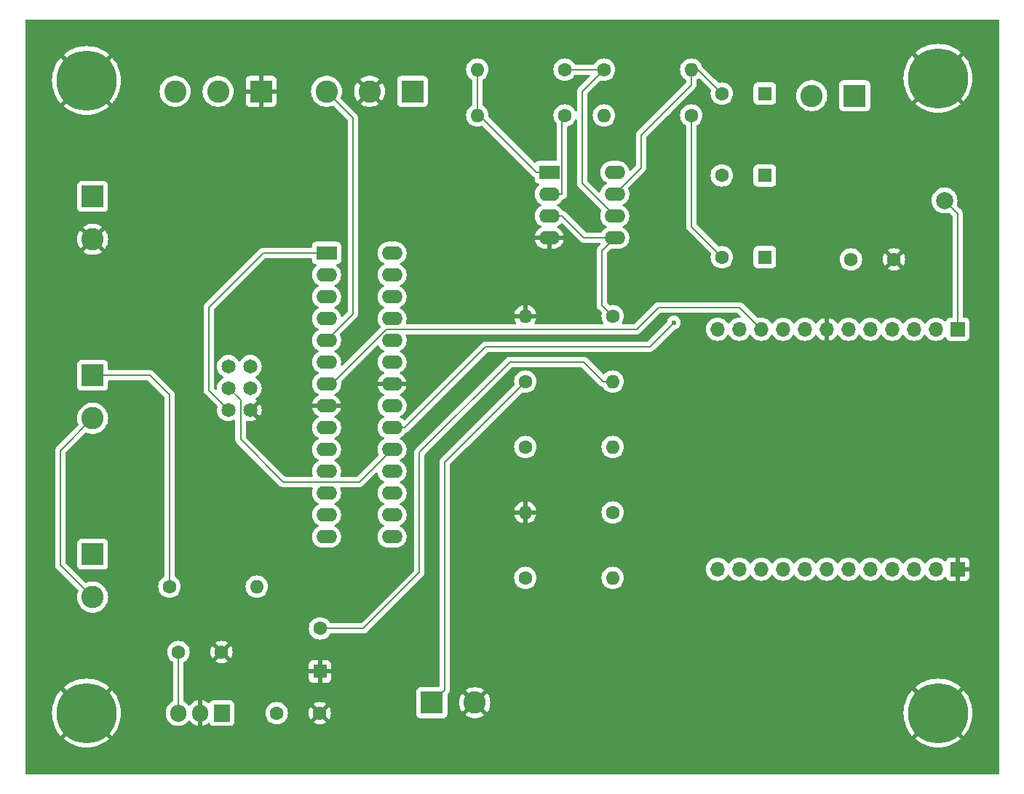
<source format=gbr>
%TF.GenerationSoftware,KiCad,Pcbnew,8.0.5*%
%TF.CreationDate,2024-10-13T16:52:22-07:00*%
%TF.ProjectId,Atmega_BM83,41746d65-6761-45f4-924d-38332e6b6963,rev?*%
%TF.SameCoordinates,Original*%
%TF.FileFunction,Copper,L2,Bot*%
%TF.FilePolarity,Positive*%
%FSLAX46Y46*%
G04 Gerber Fmt 4.6, Leading zero omitted, Abs format (unit mm)*
G04 Created by KiCad (PCBNEW 8.0.5) date 2024-10-13 16:52:22*
%MOMM*%
%LPD*%
G01*
G04 APERTURE LIST*
%TA.AperFunction,ComponentPad*%
%ADD10C,1.600000*%
%TD*%
%TA.AperFunction,ComponentPad*%
%ADD11C,7.000000*%
%TD*%
%TA.AperFunction,ComponentPad*%
%ADD12R,2.600000X2.600000*%
%TD*%
%TA.AperFunction,ComponentPad*%
%ADD13C,2.600000*%
%TD*%
%TA.AperFunction,ComponentPad*%
%ADD14R,1.600000X1.600000*%
%TD*%
%TA.AperFunction,ComponentPad*%
%ADD15O,1.600000X1.600000*%
%TD*%
%TA.AperFunction,ComponentPad*%
%ADD16R,1.700000X1.700000*%
%TD*%
%TA.AperFunction,ComponentPad*%
%ADD17O,1.700000X1.700000*%
%TD*%
%TA.AperFunction,ComponentPad*%
%ADD18R,2.400000X1.600000*%
%TD*%
%TA.AperFunction,ComponentPad*%
%ADD19O,2.400000X1.600000*%
%TD*%
%TA.AperFunction,ComponentPad*%
%ADD20C,1.650000*%
%TD*%
%TA.AperFunction,ComponentPad*%
%ADD21C,2.000000*%
%TD*%
%TA.AperFunction,ComponentPad*%
%ADD22R,1.905000X2.000000*%
%TD*%
%TA.AperFunction,ComponentPad*%
%ADD23O,1.905000X2.000000*%
%TD*%
%TA.AperFunction,ViaPad*%
%ADD24C,0.600000*%
%TD*%
%TA.AperFunction,Conductor*%
%ADD25C,0.200000*%
%TD*%
G04 APERTURE END LIST*
D10*
%TO.P,C7,1*%
%TO.N,GND*%
X152360000Y-91948000D03*
%TO.P,C7,2*%
%TO.N,Net-(U3-AVCC)*%
X147360000Y-91948000D03*
%TD*%
D11*
%TO.P,H2,1,1*%
%TO.N,GND*%
X157480000Y-70866000D03*
%TD*%
D12*
%TO.P,J3,1,Pin_1*%
%TO.N,Net-(J3-Pin_1)*%
X96360000Y-72390000D03*
D13*
%TO.P,J3,2,Pin_2*%
%TO.N,GND*%
X91360000Y-72390000D03*
%TO.P,J3,3,Pin_3*%
%TO.N,Net-(J3-Pin_3)*%
X86360000Y-72390000D03*
%TD*%
D12*
%TO.P,J1,1,Pin_1*%
%TO.N,18V*%
X98592000Y-143561000D03*
D13*
%TO.P,J1,2,Pin_2*%
%TO.N,GND*%
X103592000Y-143561000D03*
%TD*%
D14*
%TO.P,C3,1*%
%TO.N,Net-(J2-Pin_2)*%
X137334000Y-72644000D03*
D10*
%TO.P,C3,2*%
%TO.N,Net-(C3-Pad2)*%
X132334000Y-72644000D03*
%TD*%
%TO.P,R9,1*%
%TO.N,BM83 Rx*%
X119634000Y-121412000D03*
D15*
%TO.P,R9,2*%
%TO.N,GND*%
X109474000Y-121412000D03*
%TD*%
D14*
%TO.P,C1,1*%
%TO.N,AOHPR*%
X137334000Y-91694000D03*
D10*
%TO.P,C1,2*%
%TO.N,Net-(C1-Pad2)*%
X132334000Y-91694000D03*
%TD*%
%TO.P,R2,1*%
%TO.N,Net-(U4A--)*%
X114046000Y-75184000D03*
D15*
%TO.P,R2,2*%
%TO.N,Net-(C2-Pad2)*%
X103886000Y-75184000D03*
%TD*%
D16*
%TO.P,J8,1,Pin_1*%
%TO.N,AOHPR*%
X159771000Y-100076000D03*
D17*
%TO.P,J8,2,Pin_2*%
%TO.N,AOHPM*%
X157231000Y-100076000D03*
%TO.P,J8,3,Pin_3*%
%TO.N,unconnected-(J8-Pin_3-Pad3)*%
X154691000Y-100076000D03*
%TO.P,J8,4,Pin_4*%
%TO.N,unconnected-(J8-Pin_4-Pad4)*%
X152151000Y-100076000D03*
%TO.P,J8,5,Pin_5*%
%TO.N,/AIR*%
X149611000Y-100076000D03*
%TO.P,J8,6,Pin_6*%
%TO.N,/AIL*%
X147071000Y-100076000D03*
%TO.P,J8,7,Pin_7*%
%TO.N,GND*%
X144531000Y-100076000D03*
%TO.P,J8,8,Pin_8*%
%TO.N,/P3_2*%
X141991000Y-100076000D03*
%TO.P,J8,9,Pin_9*%
%TO.N,unconnected-(J8-Pin_9-Pad9)*%
X139451000Y-100076000D03*
%TO.P,J8,10,Pin_10*%
%TO.N,5V*%
X136911000Y-100076000D03*
%TO.P,J8,11,Pin_11*%
%TO.N,/SYS_PWR*%
X134371000Y-100076000D03*
%TO.P,J8,12,Pin_12*%
%TO.N,unconnected-(J8-Pin_12-Pad12)*%
X131831000Y-100076000D03*
%TD*%
D12*
%TO.P,J7,1,Pin_1*%
%TO.N,Net-(J7-Pin_1)*%
X59131000Y-105450000D03*
D13*
%TO.P,J7,2,Pin_2*%
%TO.N,5V*%
X59131000Y-110450000D03*
%TD*%
D12*
%TO.P,J2,1,Pin_1*%
%TO.N,Net-(J2-Pin_1)*%
X147788000Y-72898000D03*
D13*
%TO.P,J2,2,Pin_2*%
%TO.N,Net-(J2-Pin_2)*%
X142788000Y-72898000D03*
%TD*%
D14*
%TO.P,C2,1*%
%TO.N,Net-(J2-Pin_1)*%
X137334000Y-82169000D03*
D10*
%TO.P,C2,2*%
%TO.N,Net-(C2-Pad2)*%
X132334000Y-82169000D03*
%TD*%
D11*
%TO.P,H1,1,1*%
%TO.N,GND*%
X157480000Y-144780000D03*
%TD*%
%TO.P,H4,1,1*%
%TO.N,GND*%
X58420000Y-144780000D03*
%TD*%
D12*
%TO.P,J5,1,Pin_1*%
%TO.N,Net-(J5-Pin_1)*%
X59131000Y-84622000D03*
D13*
%TO.P,J5,2,Pin_2*%
%TO.N,GND*%
X59131000Y-89622000D03*
%TD*%
D18*
%TO.P,U4,1*%
%TO.N,Net-(C2-Pad2)*%
X112253000Y-81798000D03*
D19*
%TO.P,U4,2,-*%
%TO.N,Net-(U4A--)*%
X112253000Y-84338000D03*
%TO.P,U4,3,+*%
%TO.N,8V*%
X112253000Y-86878000D03*
%TO.P,U4,4,V-*%
%TO.N,GND*%
X112253000Y-89418000D03*
%TO.P,U4,5,+*%
%TO.N,8V*%
X119873000Y-89418000D03*
%TO.P,U4,6,-*%
%TO.N,Net-(U4B--)*%
X119873000Y-86878000D03*
%TO.P,U4,7*%
%TO.N,Net-(C3-Pad2)*%
X119873000Y-84338000D03*
%TO.P,U4,8,V+*%
%TO.N,18V*%
X119873000Y-81798000D03*
%TD*%
D20*
%TO.P,J10,1*%
%TO.N,MISO*%
X74930000Y-104394000D03*
%TO.P,J10,2*%
%TO.N,5V*%
X77470000Y-104394000D03*
%TO.P,J10,3*%
%TO.N,SCK*%
X74930000Y-106934000D03*
%TO.P,J10,4*%
%TO.N,MOSI*%
X77470000Y-106934000D03*
%TO.P,J10,5*%
%TO.N,{slash}RESET*%
X74930000Y-109474000D03*
%TO.P,J10,6*%
%TO.N,GND*%
X77470000Y-109474000D03*
%TD*%
D14*
%TO.P,C4,1*%
%TO.N,GND*%
X85598000Y-139914000D03*
D10*
%TO.P,C4,2*%
%TO.N,8V*%
X85598000Y-134914000D03*
%TD*%
%TO.P,R10,1*%
%TO.N,Net-(J6-Pin_1)*%
X109474000Y-129032000D03*
D15*
%TO.P,R10,2*%
%TO.N,Net-(U3-PB1)*%
X119634000Y-129032000D03*
%TD*%
D10*
%TO.P,R1,1*%
%TO.N,Net-(C1-Pad2)*%
X128778000Y-75184000D03*
D15*
%TO.P,R1,2*%
%TO.N,Net-(U4A--)*%
X118618000Y-75184000D03*
%TD*%
D10*
%TO.P,R7,1*%
%TO.N,8V*%
X119634000Y-98552000D03*
D15*
%TO.P,R7,2*%
%TO.N,GND*%
X109474000Y-98552000D03*
%TD*%
D18*
%TO.P,U3,1,~{RESET}/PC6*%
%TO.N,{slash}RESET*%
X86345000Y-91196000D03*
D19*
%TO.P,U3,2,PD0*%
%TO.N,BM83 Tx*%
X86345000Y-93736000D03*
%TO.P,U3,3,PD1*%
%TO.N,Atmega TX*%
X86345000Y-96276000D03*
%TO.P,U3,4,PD2*%
%TO.N,Net-(J3-Pin_1)*%
X86345000Y-98816000D03*
%TO.P,U3,5,PD3*%
%TO.N,Net-(J3-Pin_3)*%
X86345000Y-101356000D03*
%TO.P,U3,6,PD4*%
%TO.N,unconnected-(U3-PD4-Pad6)*%
X86345000Y-103896000D03*
%TO.P,U3,7,VCC*%
%TO.N,5V*%
X86345000Y-106436000D03*
%TO.P,U3,8,GND*%
%TO.N,GND*%
X86345000Y-108976000D03*
%TO.P,U3,9,XTAL1/PB6*%
%TO.N,unconnected-(U3-XTAL1{slash}PB6-Pad9)*%
X86345000Y-111516000D03*
%TO.P,U3,10,XTAL2/PB7*%
%TO.N,Net-(J5-Pin_1)*%
X86345000Y-114056000D03*
%TO.P,U3,11,PD5*%
%TO.N,unconnected-(U3-PD5-Pad11)*%
X86345000Y-116596000D03*
%TO.P,U3,12,PD6*%
%TO.N,unconnected-(U3-PD6-Pad12)*%
X86345000Y-119136000D03*
%TO.P,U3,13,PD7*%
%TO.N,unconnected-(U3-PD7-Pad13)*%
X86345000Y-121676000D03*
%TO.P,U3,14,PB0*%
%TO.N,unconnected-(U3-PB0-Pad14)*%
X86345000Y-124216000D03*
%TO.P,U3,15,PB1*%
%TO.N,Net-(U3-PB1)*%
X93965000Y-124216000D03*
%TO.P,U3,16,PB2*%
%TO.N,Net-(U3-PB2)*%
X93965000Y-121676000D03*
%TO.P,U3,17,PB3*%
%TO.N,MOSI*%
X93965000Y-119136000D03*
%TO.P,U3,18,PB4*%
%TO.N,MISO*%
X93965000Y-116596000D03*
%TO.P,U3,19,PB5*%
%TO.N,SCK*%
X93965000Y-114056000D03*
%TO.P,U3,20,AVCC*%
%TO.N,Net-(U3-AVCC)*%
X93965000Y-111516000D03*
%TO.P,U3,21,AREF*%
%TO.N,unconnected-(U3-AREF-Pad21)*%
X93965000Y-108976000D03*
%TO.P,U3,22,GND*%
%TO.N,GND*%
X93965000Y-106436000D03*
%TO.P,U3,23,PC0*%
%TO.N,Net-(J4-Pin_2)*%
X93965000Y-103896000D03*
%TO.P,U3,24,PC1*%
%TO.N,unconnected-(U3-PC1-Pad24)*%
X93965000Y-101356000D03*
%TO.P,U3,25,PC2*%
%TO.N,unconnected-(U3-PC2-Pad25)*%
X93965000Y-98816000D03*
%TO.P,U3,26,PC3*%
%TO.N,unconnected-(U3-PC3-Pad26)*%
X93965000Y-96276000D03*
%TO.P,U3,27,PC4*%
%TO.N,unconnected-(U3-PC4-Pad27)*%
X93965000Y-93736000D03*
%TO.P,U3,28,PC5*%
%TO.N,unconnected-(U3-PC5-Pad28)*%
X93965000Y-91196000D03*
%TD*%
D10*
%TO.P,R4,1*%
%TO.N,Net-(U4B--)*%
X118618000Y-69850000D03*
D15*
%TO.P,R4,2*%
%TO.N,Net-(C3-Pad2)*%
X128778000Y-69850000D03*
%TD*%
D10*
%TO.P,C5,1*%
%TO.N,18V*%
X80558000Y-144780000D03*
%TO.P,C5,2*%
%TO.N,GND*%
X85558000Y-144780000D03*
%TD*%
%TO.P,R8,1*%
%TO.N,Atmega TX*%
X109474000Y-113792000D03*
D15*
%TO.P,R8,2*%
%TO.N,BM83 Rx*%
X119634000Y-113792000D03*
%TD*%
D11*
%TO.P,H3,1,1*%
%TO.N,GND*%
X58420000Y-71120000D03*
%TD*%
D16*
%TO.P,J9,1,Pin_1*%
%TO.N,GND*%
X159771000Y-128016000D03*
D17*
%TO.P,J9,2,Pin_2*%
%TO.N,/RST_IN*%
X157231000Y-128016000D03*
%TO.P,J9,3,Pin_3*%
%TO.N,/P2_7*%
X154691000Y-128016000D03*
%TO.P,J9,4,Pin_4*%
%TO.N,/P0_5*%
X152151000Y-128016000D03*
%TO.P,J9,5,Pin_5*%
%TO.N,unconnected-(J9-Pin_5-Pad5)*%
X149611000Y-128016000D03*
%TO.P,J9,6,Pin_6*%
%TO.N,unconnected-(J9-Pin_6-Pad6)*%
X147071000Y-128016000D03*
%TO.P,J9,7,Pin_7*%
%TO.N,/P3_4{slash}UART_RTS*%
X144531000Y-128016000D03*
%TO.P,J9,8,Pin_8*%
%TO.N,unconnected-(J9-Pin_8-Pad8)*%
X141991000Y-128016000D03*
%TO.P,J9,9,Pin_9*%
%TO.N,BM83 Tx*%
X139451000Y-128016000D03*
%TO.P,J9,10,Pin_10*%
%TO.N,BM83 Rx*%
X136911000Y-128016000D03*
%TO.P,J9,11,Pin_11*%
%TO.N,unconnected-(J9-Pin_11-Pad11)*%
X134371000Y-128016000D03*
%TO.P,J9,12,Pin_12*%
%TO.N,unconnected-(J9-Pin_12-Pad12)*%
X131831000Y-128016000D03*
%TD*%
D12*
%TO.P,J6,1,Pin_1*%
%TO.N,Net-(J6-Pin_1)*%
X59131000Y-126278000D03*
D13*
%TO.P,J6,2,Pin_2*%
%TO.N,5V*%
X59131000Y-131278000D03*
%TD*%
D10*
%TO.P,R11,1*%
%TO.N,Net-(J7-Pin_1)*%
X68072000Y-130048000D03*
D15*
%TO.P,R11,2*%
%TO.N,Net-(U3-PB2)*%
X78232000Y-130048000D03*
%TD*%
D12*
%TO.P,J4,1,Pin_1*%
%TO.N,GND*%
X78740000Y-72390000D03*
D13*
%TO.P,J4,2,Pin_2*%
%TO.N,Net-(J4-Pin_2)*%
X73740000Y-72390000D03*
%TO.P,J4,3,Pin_3*%
%TO.N,5V*%
X68740000Y-72390000D03*
%TD*%
D21*
%TO.P,TP1,1,1*%
%TO.N,AOHPR*%
X158242000Y-85090000D03*
%TD*%
D22*
%TO.P,U2,1,VI*%
%TO.N,18V*%
X74168000Y-144780000D03*
D23*
%TO.P,U2,2,GND*%
%TO.N,GND*%
X71628000Y-144780000D03*
%TO.P,U2,3,VO*%
%TO.N,5V*%
X69088000Y-144780000D03*
%TD*%
D10*
%TO.P,C6,1*%
%TO.N,5V*%
X69128000Y-137668000D03*
%TO.P,C6,2*%
%TO.N,GND*%
X74128000Y-137668000D03*
%TD*%
%TO.P,R3,1*%
%TO.N,Net-(U4B--)*%
X114046000Y-69850000D03*
D15*
%TO.P,R3,2*%
%TO.N,Net-(C2-Pad2)*%
X103886000Y-69850000D03*
%TD*%
D10*
%TO.P,R6,1*%
%TO.N,18V*%
X109474000Y-106172000D03*
D15*
%TO.P,R6,2*%
%TO.N,8V*%
X119634000Y-106172000D03*
%TD*%
D24*
%TO.N,GND*%
X78994000Y-96520000D03*
X114808000Y-85598000D03*
X89900000Y-113800000D03*
X104140000Y-115570000D03*
X82804000Y-102362000D03*
X83566000Y-108204000D03*
X91000000Y-98600000D03*
X83300000Y-111200000D03*
%TO.N,Net-(U3-AVCC)*%
X126746000Y-99314000D03*
%TD*%
D25*
%TO.N,Net-(C1-Pad2)*%
X128778000Y-75184000D02*
X128778000Y-88138000D01*
X128778000Y-88138000D02*
X132334000Y-91694000D01*
%TO.N,AOHPR*%
X158242000Y-85090000D02*
X159771000Y-86619000D01*
X159771000Y-86619000D02*
X159771000Y-100076000D01*
%TO.N,Net-(C2-Pad2)*%
X110752900Y-81798000D02*
X110752900Y-81796900D01*
X112253000Y-81798000D02*
X110752900Y-81798000D01*
X110752900Y-81796900D02*
X104140000Y-75184000D01*
X103886000Y-69850000D02*
X103886000Y-75184000D01*
X104140000Y-75184000D02*
X103886000Y-75184000D01*
%TO.N,Net-(C3-Pad2)*%
X119873000Y-84338000D02*
X122936000Y-81275000D01*
X128778000Y-71628000D02*
X128778000Y-69850000D01*
X132334000Y-72644000D02*
X129540000Y-69850000D01*
X122936000Y-77470000D02*
X128778000Y-71628000D01*
X128778000Y-69850000D02*
X128778000Y-70400000D01*
X122936000Y-81275000D02*
X122936000Y-77470000D01*
X129540000Y-69850000D02*
X128778000Y-69850000D01*
%TO.N,8V*%
X116293100Y-89418000D02*
X113753100Y-86878000D01*
X85598000Y-134914000D02*
X90638000Y-134914000D01*
X107696000Y-103886000D02*
X116247900Y-103886000D01*
X113753100Y-86878000D02*
X112253000Y-86878000D01*
X118372900Y-97290900D02*
X119634000Y-98552000D01*
X118533900Y-106172000D02*
X119634000Y-106172000D01*
X116247900Y-103886000D02*
X118533900Y-106172000D01*
X118372900Y-90918100D02*
X118372900Y-97290900D01*
X119873000Y-89418000D02*
X118372900Y-90918100D01*
X97161000Y-114421000D02*
X107696000Y-103886000D01*
X90638000Y-134914000D02*
X97161000Y-128391000D01*
X97161000Y-128391000D02*
X97161000Y-114421000D01*
X119873000Y-89418000D02*
X116293100Y-89418000D01*
%TO.N,18V*%
X100076000Y-115570000D02*
X100076000Y-142077000D01*
X100076000Y-142077000D02*
X98592000Y-143561000D01*
X109474000Y-106172000D02*
X100076000Y-115570000D01*
%TO.N,5V*%
X122428000Y-100076000D02*
X124968000Y-97536000D01*
X134371000Y-97536000D02*
X136911000Y-100076000D01*
X69128000Y-137668000D02*
X69088000Y-137708000D01*
X86929365Y-106436000D02*
X93289365Y-100076000D01*
X69088000Y-137708000D02*
X69088000Y-144780000D01*
X55372000Y-114209000D02*
X59131000Y-110450000D01*
X124968000Y-97536000D02*
X134371000Y-97536000D01*
X86345000Y-106436000D02*
X86929365Y-106436000D01*
X59131000Y-131278000D02*
X55372000Y-127519000D01*
X93289365Y-100076000D02*
X122428000Y-100076000D01*
X55372000Y-127519000D02*
X55372000Y-114209000D01*
%TO.N,Net-(U3-AVCC)*%
X104873100Y-102108000D02*
X95465100Y-111516000D01*
X95465100Y-111516000D02*
X93965000Y-111516000D01*
X126746000Y-99314000D02*
X123952000Y-102108000D01*
X123952000Y-102108000D02*
X104873100Y-102108000D01*
%TO.N,Net-(J3-Pin_3)*%
X89408000Y-98293000D02*
X89408000Y-75438000D01*
X86345000Y-101356000D02*
X89408000Y-98293000D01*
X89408000Y-75438000D02*
X86360000Y-72390000D01*
%TO.N,Net-(J7-Pin_1)*%
X65826000Y-105450000D02*
X68072000Y-107696000D01*
X59131000Y-105450000D02*
X65826000Y-105450000D01*
X68072000Y-107696000D02*
X68072000Y-130048000D01*
%TO.N,Net-(U4A--)*%
X112253000Y-84338000D02*
X113753100Y-84338000D01*
X113753100Y-84338000D02*
X113753100Y-75476900D01*
X113753100Y-75476900D02*
X114046000Y-75184000D01*
%TO.N,Net-(U4B--)*%
X116078000Y-72390000D02*
X117506800Y-70961200D01*
X116078000Y-83083000D02*
X116078000Y-72390000D01*
X117506800Y-70961200D02*
X118618000Y-69850000D01*
X119873000Y-86878000D02*
X116078000Y-83083000D01*
X114046000Y-69850000D02*
X118618000Y-69850000D01*
%TO.N,{slash}RESET*%
X72644000Y-107188000D02*
X72644000Y-97536000D01*
X78984000Y-91196000D02*
X86345000Y-91196000D01*
X74930000Y-109474000D02*
X72644000Y-107188000D01*
X72644000Y-97536000D02*
X78984000Y-91196000D01*
%TO.N,SCK*%
X76345000Y-108349000D02*
X76345000Y-112921000D01*
X76345000Y-112921000D02*
X81280000Y-117856000D01*
X90165000Y-117856000D02*
X93965000Y-114056000D01*
X74930000Y-106934000D02*
X76345000Y-108349000D01*
X81280000Y-117856000D02*
X90165000Y-117856000D01*
%TO.N,MOSI*%
X77470000Y-107442000D02*
X77470000Y-106934000D01*
%TD*%
%TA.AperFunction,Conductor*%
%TO.N,GND*%
G36*
X84587540Y-91816185D02*
G01*
X84633295Y-91868989D01*
X84644501Y-91920500D01*
X84644501Y-92043876D01*
X84650908Y-92103483D01*
X84701202Y-92238328D01*
X84701206Y-92238335D01*
X84787452Y-92353544D01*
X84787455Y-92353547D01*
X84902664Y-92439793D01*
X84902671Y-92439797D01*
X84947618Y-92456561D01*
X85037517Y-92490091D01*
X85074441Y-92494060D01*
X85138989Y-92520796D01*
X85178838Y-92578188D01*
X85181333Y-92648013D01*
X85145681Y-92708102D01*
X85134071Y-92717666D01*
X85097784Y-92744030D01*
X84953028Y-92888786D01*
X84832715Y-93054386D01*
X84739781Y-93236776D01*
X84676522Y-93431465D01*
X84644500Y-93633648D01*
X84644500Y-93838351D01*
X84676522Y-94040534D01*
X84739781Y-94235223D01*
X84832715Y-94417613D01*
X84953028Y-94583213D01*
X85097786Y-94727971D01*
X85252749Y-94840556D01*
X85263390Y-94848287D01*
X85354840Y-94894883D01*
X85356080Y-94895515D01*
X85406876Y-94943490D01*
X85423671Y-95011311D01*
X85401134Y-95077446D01*
X85356080Y-95116485D01*
X85263386Y-95163715D01*
X85097786Y-95284028D01*
X84953028Y-95428786D01*
X84832715Y-95594386D01*
X84739781Y-95776776D01*
X84676522Y-95971465D01*
X84644500Y-96173648D01*
X84644500Y-96378351D01*
X84676522Y-96580534D01*
X84739781Y-96775223D01*
X84803691Y-96900653D01*
X84827034Y-96946465D01*
X84832715Y-96957613D01*
X84953028Y-97123213D01*
X85097786Y-97267971D01*
X85238161Y-97369957D01*
X85263390Y-97388287D01*
X85354840Y-97434883D01*
X85356080Y-97435515D01*
X85406876Y-97483490D01*
X85423671Y-97551311D01*
X85401134Y-97617446D01*
X85356080Y-97656485D01*
X85263386Y-97703715D01*
X85097786Y-97824028D01*
X84953028Y-97968786D01*
X84832715Y-98134386D01*
X84739781Y-98316776D01*
X84676522Y-98511465D01*
X84644500Y-98713648D01*
X84644500Y-98918351D01*
X84676522Y-99120534D01*
X84739781Y-99315223D01*
X84778186Y-99390595D01*
X84821447Y-99475500D01*
X84832715Y-99497613D01*
X84953028Y-99663213D01*
X85097786Y-99807971D01*
X85211845Y-99890838D01*
X85263390Y-99928287D01*
X85354840Y-99974883D01*
X85356080Y-99975515D01*
X85406876Y-100023490D01*
X85423671Y-100091311D01*
X85401134Y-100157446D01*
X85356080Y-100196485D01*
X85263386Y-100243715D01*
X85097786Y-100364028D01*
X84953028Y-100508786D01*
X84832715Y-100674386D01*
X84739781Y-100856776D01*
X84676522Y-101051465D01*
X84644500Y-101253648D01*
X84644500Y-101458351D01*
X84676522Y-101660534D01*
X84739781Y-101855223D01*
X84801136Y-101975636D01*
X84807948Y-101989007D01*
X84832715Y-102037613D01*
X84953028Y-102203213D01*
X85097786Y-102347971D01*
X85252749Y-102460556D01*
X85263390Y-102468287D01*
X85354840Y-102514883D01*
X85356080Y-102515515D01*
X85406876Y-102563490D01*
X85423671Y-102631311D01*
X85401134Y-102697446D01*
X85356080Y-102736485D01*
X85263386Y-102783715D01*
X85097786Y-102904028D01*
X84953028Y-103048786D01*
X84832715Y-103214386D01*
X84739781Y-103396776D01*
X84676522Y-103591465D01*
X84644500Y-103793648D01*
X84644500Y-103998351D01*
X84676522Y-104200534D01*
X84739781Y-104395223D01*
X84832715Y-104577613D01*
X84953028Y-104743213D01*
X85097786Y-104887971D01*
X85245707Y-104995440D01*
X85263390Y-105008287D01*
X85328439Y-105041431D01*
X85356080Y-105055515D01*
X85406876Y-105103490D01*
X85423671Y-105171311D01*
X85401134Y-105237446D01*
X85356080Y-105276485D01*
X85263386Y-105323715D01*
X85097786Y-105444028D01*
X84953028Y-105588786D01*
X84832715Y-105754386D01*
X84739781Y-105936776D01*
X84676522Y-106131465D01*
X84644841Y-106331495D01*
X84644500Y-106333648D01*
X84644500Y-106538352D01*
X84646720Y-106552367D01*
X84676522Y-106740534D01*
X84739781Y-106935223D01*
X84768882Y-106992335D01*
X84827585Y-107107546D01*
X84832715Y-107117613D01*
X84953028Y-107283213D01*
X85097786Y-107427971D01*
X85252749Y-107540556D01*
X85263390Y-107548287D01*
X85335424Y-107584990D01*
X85356629Y-107595795D01*
X85407425Y-107643770D01*
X85424220Y-107711591D01*
X85401682Y-107777726D01*
X85356629Y-107816765D01*
X85263650Y-107864140D01*
X85098105Y-107984417D01*
X85098104Y-107984417D01*
X84953417Y-108129104D01*
X84953417Y-108129105D01*
X84833140Y-108294650D01*
X84740244Y-108476970D01*
X84677009Y-108671586D01*
X84668391Y-108726000D01*
X86029314Y-108726000D01*
X86024920Y-108730394D01*
X85972259Y-108821606D01*
X85945000Y-108923339D01*
X85945000Y-109028661D01*
X85972259Y-109130394D01*
X86024920Y-109221606D01*
X86029314Y-109226000D01*
X84668391Y-109226000D01*
X84677009Y-109280413D01*
X84740244Y-109475029D01*
X84833140Y-109657349D01*
X84953417Y-109822894D01*
X84953417Y-109822895D01*
X85098104Y-109967582D01*
X85263652Y-110087861D01*
X85356628Y-110135234D01*
X85407425Y-110183208D01*
X85424220Y-110251029D01*
X85401683Y-110317164D01*
X85356630Y-110356203D01*
X85263388Y-110403713D01*
X85097786Y-110524028D01*
X84953028Y-110668786D01*
X84832715Y-110834386D01*
X84739781Y-111016776D01*
X84676522Y-111211465D01*
X84644500Y-111413648D01*
X84644500Y-111618351D01*
X84676522Y-111820534D01*
X84739781Y-112015223D01*
X84784814Y-112103603D01*
X84820489Y-112173620D01*
X84832715Y-112197613D01*
X84953028Y-112363213D01*
X85097786Y-112507971D01*
X85176641Y-112565261D01*
X85263390Y-112628287D01*
X85328439Y-112661431D01*
X85356080Y-112675515D01*
X85406876Y-112723490D01*
X85423671Y-112791311D01*
X85401134Y-112857446D01*
X85356080Y-112896485D01*
X85263386Y-112943715D01*
X85097786Y-113064028D01*
X84953028Y-113208786D01*
X84832715Y-113374386D01*
X84739781Y-113556776D01*
X84676522Y-113751465D01*
X84644500Y-113953648D01*
X84644500Y-114158351D01*
X84676522Y-114360534D01*
X84739781Y-114555223D01*
X84778463Y-114631139D01*
X84826448Y-114725315D01*
X84832715Y-114737613D01*
X84953028Y-114903213D01*
X85097786Y-115047971D01*
X85252749Y-115160556D01*
X85263390Y-115168287D01*
X85354840Y-115214883D01*
X85356080Y-115215515D01*
X85406876Y-115263490D01*
X85423671Y-115331311D01*
X85401134Y-115397446D01*
X85356080Y-115436485D01*
X85263386Y-115483715D01*
X85097786Y-115604028D01*
X84953028Y-115748786D01*
X84832715Y-115914386D01*
X84739781Y-116096776D01*
X84676522Y-116291465D01*
X84644500Y-116493648D01*
X84644500Y-116698352D01*
X84654578Y-116761980D01*
X84676523Y-116900535D01*
X84676523Y-116900538D01*
X84739118Y-117093182D01*
X84741113Y-117163023D01*
X84705033Y-117222856D01*
X84642332Y-117253684D01*
X84621187Y-117255500D01*
X81580097Y-117255500D01*
X81513058Y-117235815D01*
X81492416Y-117219181D01*
X76981819Y-112708584D01*
X76948334Y-112647261D01*
X76945500Y-112620903D01*
X76945500Y-110866801D01*
X76965185Y-110799762D01*
X77017989Y-110754007D01*
X77087147Y-110744063D01*
X77101593Y-110747026D01*
X77239032Y-110783852D01*
X77239041Y-110783854D01*
X77469999Y-110804061D01*
X77470001Y-110804061D01*
X77700958Y-110783854D01*
X77700968Y-110783852D01*
X77924900Y-110723851D01*
X77924909Y-110723847D01*
X78135030Y-110625867D01*
X78135034Y-110625865D01*
X78213422Y-110570976D01*
X77640233Y-109997787D01*
X77682292Y-109986518D01*
X77807708Y-109914110D01*
X77910110Y-109811708D01*
X77982518Y-109686292D01*
X77993787Y-109644234D01*
X78566975Y-110217422D01*
X78566976Y-110217422D01*
X78621865Y-110139034D01*
X78621867Y-110139030D01*
X78719847Y-109928909D01*
X78719851Y-109928900D01*
X78779852Y-109704968D01*
X78779854Y-109704958D01*
X78800061Y-109474000D01*
X78800061Y-109473999D01*
X78779854Y-109243041D01*
X78779852Y-109243031D01*
X78719851Y-109019099D01*
X78719847Y-109019090D01*
X78621867Y-108808971D01*
X78621866Y-108808969D01*
X78566975Y-108730577D01*
X78566975Y-108730576D01*
X77993787Y-109303764D01*
X77982518Y-109261708D01*
X77910110Y-109136292D01*
X77807708Y-109033890D01*
X77682292Y-108961482D01*
X77640234Y-108950212D01*
X78213422Y-108377023D01*
X78135029Y-108322132D01*
X78123286Y-108316656D01*
X78070848Y-108270482D01*
X78051697Y-108203289D01*
X78071914Y-108136408D01*
X78123289Y-108091893D01*
X78135282Y-108086301D01*
X78325269Y-107953270D01*
X78489270Y-107789269D01*
X78622301Y-107599282D01*
X78720320Y-107389079D01*
X78780349Y-107165050D01*
X78800563Y-106934000D01*
X78780349Y-106702950D01*
X78720320Y-106478921D01*
X78622301Y-106268719D01*
X78622299Y-106268716D01*
X78622298Y-106268714D01*
X78489273Y-106078735D01*
X78489268Y-106078729D01*
X78325269Y-105914730D01*
X78325263Y-105914726D01*
X78135282Y-105781699D01*
X78123878Y-105776381D01*
X78071440Y-105730210D01*
X78052288Y-105663016D01*
X78072504Y-105596135D01*
X78123878Y-105551618D01*
X78135282Y-105546301D01*
X78325269Y-105413270D01*
X78489270Y-105249269D01*
X78622301Y-105059282D01*
X78720320Y-104849079D01*
X78780349Y-104625050D01*
X78800563Y-104394000D01*
X78780349Y-104162950D01*
X78720320Y-103938921D01*
X78622301Y-103728719D01*
X78622299Y-103728716D01*
X78622298Y-103728714D01*
X78489273Y-103538735D01*
X78489268Y-103538729D01*
X78325269Y-103374730D01*
X78280668Y-103343500D01*
X78135282Y-103241699D01*
X77925079Y-103143680D01*
X77925076Y-103143679D01*
X77925074Y-103143678D01*
X77701051Y-103083651D01*
X77701044Y-103083650D01*
X77470002Y-103063437D01*
X77469998Y-103063437D01*
X77238955Y-103083650D01*
X77238948Y-103083651D01*
X77014917Y-103143681D01*
X76804718Y-103241699D01*
X76804714Y-103241701D01*
X76614735Y-103374726D01*
X76614729Y-103374731D01*
X76450731Y-103538729D01*
X76450726Y-103538735D01*
X76317701Y-103728714D01*
X76317698Y-103728720D01*
X76312381Y-103740123D01*
X76266207Y-103792562D01*
X76199013Y-103811712D01*
X76132133Y-103791495D01*
X76087619Y-103740123D01*
X76082301Y-103728720D01*
X76082298Y-103728714D01*
X75949273Y-103538735D01*
X75949268Y-103538729D01*
X75785269Y-103374730D01*
X75740668Y-103343500D01*
X75595282Y-103241699D01*
X75385079Y-103143680D01*
X75385076Y-103143679D01*
X75385074Y-103143678D01*
X75161051Y-103083651D01*
X75161044Y-103083650D01*
X74930002Y-103063437D01*
X74929998Y-103063437D01*
X74698955Y-103083650D01*
X74698948Y-103083651D01*
X74474917Y-103143681D01*
X74264718Y-103241699D01*
X74264714Y-103241701D01*
X74074735Y-103374726D01*
X74074729Y-103374731D01*
X73910731Y-103538729D01*
X73910726Y-103538735D01*
X73777701Y-103728714D01*
X73777699Y-103728718D01*
X73679681Y-103938917D01*
X73619651Y-104162948D01*
X73619650Y-104162955D01*
X73599437Y-104393998D01*
X73599437Y-104394001D01*
X73619650Y-104625044D01*
X73619651Y-104625051D01*
X73679678Y-104849074D01*
X73679679Y-104849076D01*
X73679680Y-104849079D01*
X73777699Y-105059282D01*
X73910730Y-105249269D01*
X74074731Y-105413270D01*
X74264718Y-105546301D01*
X74276121Y-105551618D01*
X74328560Y-105597790D01*
X74347712Y-105664984D01*
X74327496Y-105731865D01*
X74276123Y-105776381D01*
X74264720Y-105781698D01*
X74264714Y-105781701D01*
X74074735Y-105914726D01*
X74074729Y-105914731D01*
X73910731Y-106078729D01*
X73910726Y-106078735D01*
X73777701Y-106268714D01*
X73777699Y-106268718D01*
X73679681Y-106478917D01*
X73619651Y-106702948D01*
X73619650Y-106702955D01*
X73599437Y-106933998D01*
X73599437Y-106934002D01*
X73604279Y-106989347D01*
X73590512Y-107057847D01*
X73541897Y-107108030D01*
X73473868Y-107123963D01*
X73408025Y-107100588D01*
X73393070Y-107087835D01*
X73280819Y-106975584D01*
X73247334Y-106914261D01*
X73244500Y-106887903D01*
X73244500Y-97836097D01*
X73264185Y-97769058D01*
X73280819Y-97748416D01*
X79196416Y-91832819D01*
X79257739Y-91799334D01*
X79284097Y-91796500D01*
X84520501Y-91796500D01*
X84587540Y-91816185D01*
G37*
%TD.AperFunction*%
%TA.AperFunction,Conductor*%
G36*
X92369977Y-101947135D02*
G01*
X92425910Y-101989007D01*
X92437128Y-102007023D01*
X92452713Y-102037611D01*
X92573028Y-102203213D01*
X92717786Y-102347971D01*
X92872749Y-102460556D01*
X92883390Y-102468287D01*
X92974840Y-102514883D01*
X92976080Y-102515515D01*
X93026876Y-102563490D01*
X93043671Y-102631311D01*
X93021134Y-102697446D01*
X92976080Y-102736485D01*
X92883386Y-102783715D01*
X92717786Y-102904028D01*
X92573028Y-103048786D01*
X92452715Y-103214386D01*
X92359781Y-103396776D01*
X92296522Y-103591465D01*
X92264500Y-103793648D01*
X92264500Y-103998351D01*
X92296522Y-104200534D01*
X92359781Y-104395223D01*
X92452715Y-104577613D01*
X92573028Y-104743213D01*
X92717786Y-104887971D01*
X92865707Y-104995440D01*
X92883390Y-105008287D01*
X92948439Y-105041431D01*
X92976629Y-105055795D01*
X93027425Y-105103770D01*
X93044220Y-105171591D01*
X93021682Y-105237726D01*
X92976629Y-105276765D01*
X92883650Y-105324140D01*
X92718105Y-105444417D01*
X92718104Y-105444417D01*
X92573417Y-105589104D01*
X92573417Y-105589105D01*
X92453140Y-105754650D01*
X92360244Y-105936970D01*
X92297009Y-106131586D01*
X92288391Y-106186000D01*
X93649314Y-106186000D01*
X93644920Y-106190394D01*
X93592259Y-106281606D01*
X93565000Y-106383339D01*
X93565000Y-106488661D01*
X93592259Y-106590394D01*
X93644920Y-106681606D01*
X93649314Y-106686000D01*
X92288391Y-106686000D01*
X92297009Y-106740413D01*
X92360244Y-106935029D01*
X92453140Y-107117349D01*
X92573417Y-107282894D01*
X92573417Y-107282895D01*
X92718104Y-107427582D01*
X92883652Y-107547861D01*
X92976628Y-107595234D01*
X93027425Y-107643208D01*
X93044220Y-107711029D01*
X93021683Y-107777164D01*
X92976630Y-107816203D01*
X92883388Y-107863713D01*
X92717786Y-107984028D01*
X92573028Y-108128786D01*
X92452715Y-108294386D01*
X92359781Y-108476776D01*
X92296522Y-108671465D01*
X92264500Y-108873648D01*
X92264500Y-109078351D01*
X92296522Y-109280534D01*
X92359781Y-109475223D01*
X92452715Y-109657613D01*
X92573028Y-109823213D01*
X92717786Y-109967971D01*
X92872749Y-110080556D01*
X92883390Y-110088287D01*
X92974840Y-110134883D01*
X92976080Y-110135515D01*
X93026876Y-110183490D01*
X93043671Y-110251311D01*
X93021134Y-110317446D01*
X92976080Y-110356485D01*
X92883386Y-110403715D01*
X92717786Y-110524028D01*
X92573028Y-110668786D01*
X92452715Y-110834386D01*
X92359781Y-111016776D01*
X92296522Y-111211465D01*
X92264500Y-111413648D01*
X92264500Y-111618351D01*
X92296522Y-111820534D01*
X92359781Y-112015223D01*
X92404814Y-112103603D01*
X92440489Y-112173620D01*
X92452715Y-112197613D01*
X92573028Y-112363213D01*
X92717786Y-112507971D01*
X92796641Y-112565261D01*
X92883390Y-112628287D01*
X92948439Y-112661431D01*
X92976080Y-112675515D01*
X93026876Y-112723490D01*
X93043671Y-112791311D01*
X93021134Y-112857446D01*
X92976080Y-112896485D01*
X92883386Y-112943715D01*
X92717786Y-113064028D01*
X92573028Y-113208786D01*
X92452715Y-113374386D01*
X92359781Y-113556776D01*
X92296522Y-113751465D01*
X92264500Y-113953648D01*
X92264500Y-114158351D01*
X92296522Y-114360534D01*
X92359782Y-114555226D01*
X92405547Y-114645044D01*
X92418443Y-114713713D01*
X92392166Y-114778453D01*
X92382743Y-114789019D01*
X89952584Y-117219181D01*
X89891261Y-117252666D01*
X89864903Y-117255500D01*
X88068813Y-117255500D01*
X88001774Y-117235815D01*
X87956019Y-117183011D01*
X87946075Y-117113853D01*
X87950882Y-117093182D01*
X88013476Y-116900538D01*
X88013476Y-116900537D01*
X88013477Y-116900534D01*
X88045500Y-116698352D01*
X88045500Y-116493648D01*
X88013477Y-116291466D01*
X87950220Y-116096781D01*
X87950218Y-116096778D01*
X87950218Y-116096776D01*
X87916503Y-116030607D01*
X87857287Y-115914390D01*
X87825106Y-115870096D01*
X87736971Y-115748786D01*
X87592213Y-115604028D01*
X87426614Y-115483715D01*
X87420006Y-115480348D01*
X87333917Y-115436483D01*
X87283123Y-115388511D01*
X87266328Y-115320690D01*
X87288865Y-115254555D01*
X87333917Y-115215516D01*
X87426610Y-115168287D01*
X87524085Y-115097468D01*
X87592213Y-115047971D01*
X87592215Y-115047968D01*
X87592219Y-115047966D01*
X87736966Y-114903219D01*
X87736968Y-114903215D01*
X87736971Y-114903213D01*
X87789732Y-114830590D01*
X87857287Y-114737610D01*
X87950220Y-114555219D01*
X88013477Y-114360534D01*
X88045500Y-114158352D01*
X88045500Y-113953648D01*
X88013477Y-113751466D01*
X88006008Y-113728480D01*
X87952992Y-113565313D01*
X87950220Y-113556781D01*
X87950218Y-113556778D01*
X87950218Y-113556776D01*
X87916503Y-113490607D01*
X87857287Y-113374390D01*
X87849556Y-113363749D01*
X87736971Y-113208786D01*
X87592213Y-113064028D01*
X87426614Y-112943715D01*
X87420006Y-112940348D01*
X87333917Y-112896483D01*
X87283123Y-112848511D01*
X87266328Y-112780690D01*
X87288865Y-112714555D01*
X87333917Y-112675516D01*
X87426610Y-112628287D01*
X87513363Y-112565258D01*
X87592213Y-112507971D01*
X87592215Y-112507968D01*
X87592219Y-112507966D01*
X87736966Y-112363219D01*
X87736968Y-112363215D01*
X87736971Y-112363213D01*
X87818861Y-112250499D01*
X87857287Y-112197610D01*
X87950220Y-112015219D01*
X88013477Y-111820534D01*
X88045500Y-111618352D01*
X88045500Y-111413648D01*
X88016951Y-111233398D01*
X88013477Y-111211465D01*
X87950218Y-111016776D01*
X87873801Y-110866801D01*
X87857287Y-110834390D01*
X87835252Y-110804061D01*
X87736971Y-110668786D01*
X87592213Y-110524028D01*
X87426611Y-110403713D01*
X87333369Y-110356203D01*
X87282574Y-110308229D01*
X87265779Y-110240407D01*
X87288317Y-110174273D01*
X87333371Y-110135234D01*
X87426347Y-110087861D01*
X87591894Y-109967582D01*
X87591895Y-109967582D01*
X87736582Y-109822895D01*
X87736582Y-109822894D01*
X87856859Y-109657349D01*
X87949755Y-109475029D01*
X88012990Y-109280413D01*
X88021609Y-109226000D01*
X86660686Y-109226000D01*
X86665080Y-109221606D01*
X86717741Y-109130394D01*
X86745000Y-109028661D01*
X86745000Y-108923339D01*
X86717741Y-108821606D01*
X86665080Y-108730394D01*
X86660686Y-108726000D01*
X88021609Y-108726000D01*
X88012990Y-108671586D01*
X87949755Y-108476970D01*
X87856859Y-108294650D01*
X87736582Y-108129105D01*
X87736582Y-108129104D01*
X87591895Y-107984417D01*
X87426349Y-107864140D01*
X87333370Y-107816765D01*
X87282574Y-107768790D01*
X87265779Y-107700969D01*
X87288316Y-107634835D01*
X87333370Y-107595795D01*
X87334471Y-107595234D01*
X87426610Y-107548287D01*
X87542328Y-107464214D01*
X87592213Y-107427971D01*
X87592215Y-107427968D01*
X87592219Y-107427966D01*
X87736966Y-107283219D01*
X87736968Y-107283215D01*
X87736971Y-107283213D01*
X87801937Y-107193793D01*
X87857287Y-107117610D01*
X87950220Y-106935219D01*
X88013477Y-106740534D01*
X88045500Y-106538352D01*
X88045500Y-106333648D01*
X88032884Y-106253998D01*
X88041838Y-106184709D01*
X88067673Y-106146925D01*
X92238964Y-101975634D01*
X92300285Y-101942151D01*
X92369977Y-101947135D01*
G37*
%TD.AperFunction*%
%TA.AperFunction,Conductor*%
G36*
X115421365Y-75646931D02*
G01*
X115466700Y-75700096D01*
X115477500Y-75750711D01*
X115477500Y-82996330D01*
X115477499Y-82996348D01*
X115477499Y-83162054D01*
X115477498Y-83162054D01*
X115514345Y-83299568D01*
X115518423Y-83314785D01*
X115536465Y-83346034D01*
X115597479Y-83451714D01*
X115597481Y-83451717D01*
X115716349Y-83570585D01*
X115716355Y-83570590D01*
X118290744Y-86144979D01*
X118324229Y-86206302D01*
X118319245Y-86275994D01*
X118313548Y-86288954D01*
X118267779Y-86378781D01*
X118267779Y-86378782D01*
X118204523Y-86573461D01*
X118204523Y-86573464D01*
X118172500Y-86775648D01*
X118172500Y-86980351D01*
X118204522Y-87182534D01*
X118267781Y-87377223D01*
X118360715Y-87559613D01*
X118481028Y-87725213D01*
X118625786Y-87869971D01*
X118724556Y-87941730D01*
X118791390Y-87990287D01*
X118882840Y-88036883D01*
X118884080Y-88037515D01*
X118934876Y-88085490D01*
X118951671Y-88153311D01*
X118929134Y-88219446D01*
X118884080Y-88258485D01*
X118791386Y-88305715D01*
X118625786Y-88426028D01*
X118481028Y-88570786D01*
X118360715Y-88736385D01*
X118353883Y-88749795D01*
X118305909Y-88800591D01*
X118243398Y-88817500D01*
X116593197Y-88817500D01*
X116526158Y-88797815D01*
X116505516Y-88781181D01*
X114240690Y-86516355D01*
X114240688Y-86516352D01*
X114121817Y-86397481D01*
X114121816Y-86397480D01*
X114035004Y-86347360D01*
X114035004Y-86347359D01*
X114035000Y-86347358D01*
X113984885Y-86318423D01*
X113855900Y-86283861D01*
X113796242Y-86247497D01*
X113777511Y-86220381D01*
X113765286Y-86196388D01*
X113644971Y-86030786D01*
X113500213Y-85886028D01*
X113334614Y-85765715D01*
X113328006Y-85762348D01*
X113241917Y-85718483D01*
X113191123Y-85670511D01*
X113174328Y-85602690D01*
X113196865Y-85536555D01*
X113241917Y-85497516D01*
X113334610Y-85450287D01*
X113355770Y-85434913D01*
X113500213Y-85329971D01*
X113500215Y-85329968D01*
X113500219Y-85329966D01*
X113644966Y-85185219D01*
X113644968Y-85185215D01*
X113644971Y-85185213D01*
X113765286Y-85019611D01*
X113777512Y-84995617D01*
X113825485Y-84944821D01*
X113855897Y-84932138D01*
X113984884Y-84897577D01*
X114121816Y-84818520D01*
X114233620Y-84706716D01*
X114312677Y-84569784D01*
X114353600Y-84417057D01*
X114353600Y-76543104D01*
X114373285Y-76476065D01*
X114426089Y-76430310D01*
X114445508Y-76423329D01*
X114492496Y-76410739D01*
X114698734Y-76314568D01*
X114885139Y-76184047D01*
X115046047Y-76023139D01*
X115176568Y-75836734D01*
X115241118Y-75698304D01*
X115287290Y-75645867D01*
X115354484Y-75626715D01*
X115421365Y-75646931D01*
G37*
%TD.AperFunction*%
%TA.AperFunction,Conductor*%
G36*
X164542539Y-64020185D02*
G01*
X164588294Y-64072989D01*
X164599500Y-64124500D01*
X164599500Y-151775500D01*
X164579815Y-151842539D01*
X164527011Y-151888294D01*
X164475500Y-151899500D01*
X51424500Y-151899500D01*
X51357461Y-151879815D01*
X51311706Y-151827011D01*
X51300500Y-151775500D01*
X51300500Y-144780000D01*
X54415176Y-144780000D01*
X54434461Y-145172550D01*
X54492129Y-145561308D01*
X54587625Y-145942549D01*
X54720016Y-146312559D01*
X54720023Y-146312575D01*
X54888062Y-146667864D01*
X55090109Y-147004958D01*
X55324228Y-147320632D01*
X55420068Y-147426376D01*
X55420069Y-147426376D01*
X57018381Y-145828064D01*
X57101457Y-145936331D01*
X57263669Y-146098543D01*
X57371934Y-146181617D01*
X55773622Y-147779929D01*
X55773622Y-147779930D01*
X55879367Y-147875771D01*
X56195041Y-148109890D01*
X56532135Y-148311937D01*
X56887424Y-148479976D01*
X56887440Y-148479983D01*
X57257450Y-148612374D01*
X57638691Y-148707870D01*
X58027449Y-148765538D01*
X58420000Y-148784823D01*
X58812550Y-148765538D01*
X59201308Y-148707870D01*
X59582549Y-148612374D01*
X59952559Y-148479983D01*
X59952575Y-148479976D01*
X60307864Y-148311937D01*
X60644958Y-148109890D01*
X60960632Y-147875770D01*
X61066376Y-147779929D01*
X59468065Y-146181618D01*
X59576331Y-146098543D01*
X59738543Y-145936331D01*
X59821618Y-145828065D01*
X61419929Y-147426376D01*
X61515770Y-147320632D01*
X61749890Y-147004958D01*
X61951937Y-146667864D01*
X62119976Y-146312575D01*
X62119983Y-146312559D01*
X62252374Y-145942549D01*
X62347870Y-145561308D01*
X62405538Y-145172550D01*
X62424823Y-144780000D01*
X62416872Y-144618146D01*
X67635000Y-144618146D01*
X67635000Y-144941854D01*
X67645270Y-145006697D01*
X67670778Y-145167746D01*
X67670778Y-145167749D01*
X67741450Y-145385255D01*
X67802704Y-145505472D01*
X67845283Y-145589038D01*
X67979714Y-145774066D01*
X68141434Y-145935786D01*
X68326462Y-146070217D01*
X68458599Y-146137544D01*
X68530244Y-146174049D01*
X68747751Y-146244721D01*
X68747752Y-146244721D01*
X68747755Y-146244722D01*
X68973646Y-146280500D01*
X68973647Y-146280500D01*
X69202353Y-146280500D01*
X69202354Y-146280500D01*
X69428245Y-146244722D01*
X69428248Y-146244721D01*
X69428249Y-146244721D01*
X69645755Y-146174049D01*
X69645755Y-146174048D01*
X69645758Y-146174048D01*
X69849538Y-146070217D01*
X70034566Y-145935786D01*
X70196286Y-145774066D01*
X70257992Y-145689134D01*
X70313319Y-145646470D01*
X70382932Y-145640491D01*
X70444727Y-145673096D01*
X70458626Y-145689135D01*
X70520097Y-145773741D01*
X70520097Y-145773742D01*
X70681757Y-145935402D01*
X70866723Y-146069788D01*
X71070429Y-146173582D01*
X71287871Y-146244234D01*
X71378000Y-146258509D01*
X71378000Y-145270747D01*
X71415708Y-145292518D01*
X71555591Y-145330000D01*
X71700409Y-145330000D01*
X71840292Y-145292518D01*
X71878000Y-145270747D01*
X71878000Y-146258508D01*
X71968128Y-146244234D01*
X72185570Y-146173582D01*
X72389276Y-146069788D01*
X72572059Y-145936988D01*
X72637865Y-145913508D01*
X72705919Y-145929333D01*
X72754614Y-145979439D01*
X72761127Y-145993974D01*
X72771701Y-146022326D01*
X72771706Y-146022335D01*
X72857952Y-146137544D01*
X72857955Y-146137547D01*
X72973164Y-146223793D01*
X72973171Y-146223797D01*
X73108017Y-146274091D01*
X73108016Y-146274091D01*
X73114944Y-146274835D01*
X73167627Y-146280500D01*
X75168372Y-146280499D01*
X75227983Y-146274091D01*
X75362831Y-146223796D01*
X75478046Y-146137546D01*
X75564296Y-146022331D01*
X75614591Y-145887483D01*
X75621000Y-145827873D01*
X75620999Y-144779998D01*
X79252532Y-144779998D01*
X79252532Y-144780001D01*
X79272364Y-145006686D01*
X79272366Y-145006697D01*
X79331258Y-145226488D01*
X79331261Y-145226497D01*
X79427431Y-145432732D01*
X79427432Y-145432734D01*
X79557954Y-145619141D01*
X79718858Y-145780045D01*
X79718861Y-145780047D01*
X79905266Y-145910568D01*
X80111504Y-146006739D01*
X80331308Y-146065635D01*
X80493230Y-146079801D01*
X80557998Y-146085468D01*
X80558000Y-146085468D01*
X80558002Y-146085468D01*
X80614673Y-146080509D01*
X80784692Y-146065635D01*
X81004496Y-146006739D01*
X81210734Y-145910568D01*
X81397139Y-145780047D01*
X81558047Y-145619139D01*
X81688568Y-145432734D01*
X81784739Y-145226496D01*
X81843635Y-145006692D01*
X81863468Y-144780000D01*
X81863468Y-144779997D01*
X84253034Y-144779997D01*
X84253034Y-144780002D01*
X84272858Y-145006599D01*
X84272860Y-145006610D01*
X84331730Y-145226317D01*
X84331735Y-145226331D01*
X84427863Y-145432478D01*
X84478974Y-145505472D01*
X85158000Y-144826446D01*
X85158000Y-144832661D01*
X85185259Y-144934394D01*
X85237920Y-145025606D01*
X85312394Y-145100080D01*
X85403606Y-145152741D01*
X85505339Y-145180000D01*
X85511553Y-145180000D01*
X84832526Y-145859025D01*
X84905513Y-145910132D01*
X84905521Y-145910136D01*
X85111668Y-146006264D01*
X85111682Y-146006269D01*
X85331389Y-146065139D01*
X85331400Y-146065141D01*
X85557998Y-146084966D01*
X85558002Y-146084966D01*
X85784599Y-146065141D01*
X85784610Y-146065139D01*
X86004317Y-146006269D01*
X86004331Y-146006264D01*
X86210478Y-145910136D01*
X86283471Y-145859024D01*
X85604447Y-145180000D01*
X85610661Y-145180000D01*
X85712394Y-145152741D01*
X85803606Y-145100080D01*
X85878080Y-145025606D01*
X85930741Y-144934394D01*
X85958000Y-144832661D01*
X85958000Y-144826447D01*
X86637024Y-145505471D01*
X86688136Y-145432478D01*
X86784264Y-145226331D01*
X86784269Y-145226317D01*
X86843139Y-145006610D01*
X86843141Y-145006599D01*
X86862966Y-144780002D01*
X86862966Y-144779997D01*
X86843141Y-144553400D01*
X86843139Y-144553389D01*
X86784269Y-144333682D01*
X86784264Y-144333668D01*
X86688136Y-144127521D01*
X86688132Y-144127513D01*
X86637025Y-144054526D01*
X85958000Y-144733551D01*
X85958000Y-144727339D01*
X85930741Y-144625606D01*
X85878080Y-144534394D01*
X85803606Y-144459920D01*
X85712394Y-144407259D01*
X85610661Y-144380000D01*
X85604448Y-144380000D01*
X86283472Y-143700974D01*
X86210478Y-143649863D01*
X86004331Y-143553735D01*
X86004317Y-143553730D01*
X85784610Y-143494860D01*
X85784599Y-143494858D01*
X85558002Y-143475034D01*
X85557998Y-143475034D01*
X85331400Y-143494858D01*
X85331389Y-143494860D01*
X85111682Y-143553730D01*
X85111673Y-143553734D01*
X84905516Y-143649866D01*
X84905512Y-143649868D01*
X84832526Y-143700973D01*
X84832526Y-143700974D01*
X85511553Y-144380000D01*
X85505339Y-144380000D01*
X85403606Y-144407259D01*
X85312394Y-144459920D01*
X85237920Y-144534394D01*
X85185259Y-144625606D01*
X85158000Y-144727339D01*
X85158000Y-144733552D01*
X84478974Y-144054526D01*
X84478973Y-144054526D01*
X84427868Y-144127512D01*
X84427866Y-144127516D01*
X84331734Y-144333673D01*
X84331730Y-144333682D01*
X84272860Y-144553389D01*
X84272858Y-144553400D01*
X84253034Y-144779997D01*
X81863468Y-144779997D01*
X81843635Y-144553308D01*
X81784739Y-144333504D01*
X81688568Y-144127266D01*
X81558047Y-143940861D01*
X81558045Y-143940858D01*
X81397141Y-143779954D01*
X81210734Y-143649432D01*
X81210732Y-143649431D01*
X81004497Y-143553261D01*
X81004488Y-143553258D01*
X80784697Y-143494366D01*
X80784693Y-143494365D01*
X80784692Y-143494365D01*
X80784691Y-143494364D01*
X80784686Y-143494364D01*
X80558002Y-143474532D01*
X80557998Y-143474532D01*
X80331313Y-143494364D01*
X80331302Y-143494366D01*
X80111511Y-143553258D01*
X80111502Y-143553261D01*
X79905267Y-143649431D01*
X79905265Y-143649432D01*
X79718858Y-143779954D01*
X79557954Y-143940858D01*
X79427432Y-144127265D01*
X79427431Y-144127267D01*
X79331261Y-144333502D01*
X79331258Y-144333511D01*
X79272366Y-144553302D01*
X79272364Y-144553313D01*
X79252532Y-144779998D01*
X75620999Y-144779998D01*
X75620999Y-143732128D01*
X75614591Y-143672517D01*
X75606143Y-143649868D01*
X75564297Y-143537671D01*
X75564293Y-143537664D01*
X75478047Y-143422455D01*
X75478044Y-143422452D01*
X75362835Y-143336206D01*
X75362828Y-143336202D01*
X75227982Y-143285908D01*
X75227983Y-143285908D01*
X75168383Y-143279501D01*
X75168381Y-143279500D01*
X75168373Y-143279500D01*
X75168364Y-143279500D01*
X73167629Y-143279500D01*
X73167623Y-143279501D01*
X73108016Y-143285908D01*
X72973171Y-143336202D01*
X72973164Y-143336206D01*
X72857955Y-143422452D01*
X72857952Y-143422455D01*
X72771706Y-143537664D01*
X72771702Y-143537671D01*
X72761127Y-143566026D01*
X72719256Y-143621960D01*
X72653791Y-143646377D01*
X72585518Y-143631525D01*
X72572060Y-143623011D01*
X72389279Y-143490213D01*
X72185568Y-143386417D01*
X71968124Y-143315765D01*
X71878000Y-143301490D01*
X71878000Y-144289252D01*
X71840292Y-144267482D01*
X71700409Y-144230000D01*
X71555591Y-144230000D01*
X71415708Y-144267482D01*
X71378000Y-144289252D01*
X71378000Y-143301490D01*
X71377999Y-143301490D01*
X71287875Y-143315765D01*
X71070431Y-143386417D01*
X70866723Y-143490211D01*
X70681757Y-143624597D01*
X70520097Y-143786257D01*
X70458627Y-143870864D01*
X70403297Y-143913529D01*
X70333684Y-143919508D01*
X70271889Y-143886902D01*
X70257991Y-143870864D01*
X70256557Y-143868890D01*
X70196286Y-143785934D01*
X70034566Y-143624214D01*
X69849538Y-143489783D01*
X69756205Y-143442227D01*
X69705409Y-143394252D01*
X69688500Y-143331742D01*
X69688500Y-142213135D01*
X96791500Y-142213135D01*
X96791500Y-144908870D01*
X96791501Y-144908876D01*
X96797908Y-144968483D01*
X96848202Y-145103328D01*
X96848206Y-145103335D01*
X96934452Y-145218544D01*
X96934455Y-145218547D01*
X97049664Y-145304793D01*
X97049671Y-145304797D01*
X97184517Y-145355091D01*
X97184516Y-145355091D01*
X97191444Y-145355835D01*
X97244127Y-145361500D01*
X99939872Y-145361499D01*
X99999483Y-145355091D01*
X100134331Y-145304796D01*
X100249546Y-145218546D01*
X100335796Y-145103331D01*
X100386091Y-144968483D01*
X100392500Y-144908873D01*
X100392499Y-143560995D01*
X101786953Y-143560995D01*
X101786953Y-143561004D01*
X101807113Y-143830026D01*
X101807113Y-143830028D01*
X101867142Y-144093033D01*
X101867148Y-144093052D01*
X101965709Y-144344181D01*
X101965708Y-144344181D01*
X102100602Y-144577822D01*
X102154294Y-144645151D01*
X102154295Y-144645151D01*
X102990958Y-143808488D01*
X103015978Y-143868890D01*
X103087112Y-143975351D01*
X103177649Y-144065888D01*
X103284110Y-144137022D01*
X103344510Y-144162041D01*
X102506848Y-144999702D01*
X102689483Y-145124220D01*
X102689485Y-145124221D01*
X102932539Y-145241269D01*
X102932537Y-145241269D01*
X103190337Y-145320790D01*
X103190343Y-145320792D01*
X103457101Y-145360999D01*
X103457110Y-145361000D01*
X103726890Y-145361000D01*
X103726898Y-145360999D01*
X103993656Y-145320792D01*
X103993662Y-145320790D01*
X104251461Y-145241269D01*
X104494521Y-145124218D01*
X104677150Y-144999702D01*
X104457448Y-144780000D01*
X153475176Y-144780000D01*
X153494461Y-145172550D01*
X153552129Y-145561308D01*
X153647625Y-145942549D01*
X153780016Y-146312559D01*
X153780023Y-146312575D01*
X153948062Y-146667864D01*
X154150109Y-147004958D01*
X154384228Y-147320632D01*
X154480068Y-147426376D01*
X154480069Y-147426376D01*
X156078381Y-145828064D01*
X156161457Y-145936331D01*
X156323669Y-146098543D01*
X156431934Y-146181617D01*
X154833622Y-147779929D01*
X154833622Y-147779930D01*
X154939367Y-147875771D01*
X155255041Y-148109890D01*
X155592135Y-148311937D01*
X155947424Y-148479976D01*
X155947440Y-148479983D01*
X156317450Y-148612374D01*
X156698691Y-148707870D01*
X157087449Y-148765538D01*
X157480000Y-148784823D01*
X157872550Y-148765538D01*
X158261308Y-148707870D01*
X158642549Y-148612374D01*
X159012559Y-148479983D01*
X159012575Y-148479976D01*
X159367864Y-148311937D01*
X159704958Y-148109890D01*
X160020632Y-147875770D01*
X160126376Y-147779929D01*
X158528065Y-146181618D01*
X158636331Y-146098543D01*
X158798543Y-145936331D01*
X158881618Y-145828065D01*
X160479929Y-147426376D01*
X160575770Y-147320632D01*
X160809890Y-147004958D01*
X161011937Y-146667864D01*
X161179976Y-146312575D01*
X161179983Y-146312559D01*
X161312374Y-145942549D01*
X161407870Y-145561308D01*
X161465538Y-145172550D01*
X161484823Y-144780000D01*
X161465538Y-144387449D01*
X161407870Y-143998691D01*
X161312374Y-143617450D01*
X161179983Y-143247440D01*
X161179976Y-143247424D01*
X161011937Y-142892135D01*
X160809890Y-142555041D01*
X160575771Y-142239367D01*
X160479930Y-142133622D01*
X160479929Y-142133622D01*
X158881617Y-143731934D01*
X158798543Y-143623669D01*
X158636331Y-143461457D01*
X158528065Y-143378381D01*
X160126376Y-141780069D01*
X160126376Y-141780068D01*
X160020632Y-141684228D01*
X159704958Y-141450109D01*
X159367864Y-141248062D01*
X159012575Y-141080023D01*
X159012559Y-141080016D01*
X158642549Y-140947625D01*
X158261308Y-140852129D01*
X157872550Y-140794461D01*
X157480000Y-140775176D01*
X157087449Y-140794461D01*
X156698691Y-140852129D01*
X156317450Y-140947625D01*
X155947440Y-141080016D01*
X155947424Y-141080023D01*
X155592135Y-141248062D01*
X155255041Y-141450109D01*
X154939368Y-141684228D01*
X154833622Y-141780069D01*
X156431934Y-143378381D01*
X156323669Y-143461457D01*
X156161457Y-143623669D01*
X156078381Y-143731934D01*
X154480069Y-142133622D01*
X154384228Y-142239368D01*
X154150109Y-142555041D01*
X153948062Y-142892135D01*
X153780023Y-143247424D01*
X153780016Y-143247440D01*
X153647625Y-143617450D01*
X153552129Y-143998691D01*
X153494461Y-144387449D01*
X153475176Y-144780000D01*
X104457448Y-144780000D01*
X103839488Y-144162041D01*
X103899890Y-144137022D01*
X104006351Y-144065888D01*
X104096888Y-143975351D01*
X104168022Y-143868890D01*
X104193041Y-143808488D01*
X105029703Y-144645151D01*
X105029704Y-144645150D01*
X105083393Y-144577828D01*
X105083400Y-144577817D01*
X105218290Y-144344181D01*
X105316851Y-144093052D01*
X105316857Y-144093033D01*
X105376886Y-143830028D01*
X105376886Y-143830026D01*
X105397047Y-143561004D01*
X105397047Y-143560995D01*
X105376886Y-143291973D01*
X105376886Y-143291971D01*
X105316857Y-143028966D01*
X105316851Y-143028947D01*
X105218290Y-142777818D01*
X105218291Y-142777818D01*
X105083397Y-142544177D01*
X105029704Y-142476847D01*
X104193041Y-143313510D01*
X104168022Y-143253110D01*
X104096888Y-143146649D01*
X104006351Y-143056112D01*
X103899890Y-142984978D01*
X103839488Y-142959958D01*
X104677150Y-142122296D01*
X104494517Y-141997779D01*
X104494516Y-141997778D01*
X104251460Y-141880730D01*
X104251462Y-141880730D01*
X103993662Y-141801209D01*
X103993656Y-141801207D01*
X103726898Y-141761000D01*
X103457101Y-141761000D01*
X103190343Y-141801207D01*
X103190337Y-141801209D01*
X102932538Y-141880730D01*
X102689485Y-141997778D01*
X102689476Y-141997783D01*
X102506848Y-142122296D01*
X103344511Y-142959958D01*
X103284110Y-142984978D01*
X103177649Y-143056112D01*
X103087112Y-143146649D01*
X103015978Y-143253110D01*
X102990958Y-143313510D01*
X102154295Y-142476848D01*
X102100600Y-142544180D01*
X101965709Y-142777818D01*
X101867148Y-143028947D01*
X101867142Y-143028966D01*
X101807113Y-143291971D01*
X101807113Y-143291973D01*
X101786953Y-143560995D01*
X100392499Y-143560995D01*
X100392499Y-142661095D01*
X100412184Y-142594057D01*
X100428813Y-142573420D01*
X100444713Y-142557521D01*
X100444716Y-142557520D01*
X100556520Y-142445716D01*
X100606639Y-142358904D01*
X100635577Y-142308785D01*
X100676501Y-142156057D01*
X100676501Y-141997943D01*
X100676501Y-141990348D01*
X100676500Y-141990330D01*
X100676500Y-129031998D01*
X108168532Y-129031998D01*
X108168532Y-129032001D01*
X108188364Y-129258686D01*
X108188366Y-129258697D01*
X108247258Y-129478488D01*
X108247261Y-129478497D01*
X108343431Y-129684732D01*
X108343432Y-129684734D01*
X108473954Y-129871141D01*
X108634858Y-130032045D01*
X108634861Y-130032047D01*
X108821266Y-130162568D01*
X109027504Y-130258739D01*
X109027509Y-130258740D01*
X109027511Y-130258741D01*
X109080415Y-130272916D01*
X109247308Y-130317635D01*
X109409230Y-130331801D01*
X109473998Y-130337468D01*
X109474000Y-130337468D01*
X109474002Y-130337468D01*
X109530673Y-130332509D01*
X109700692Y-130317635D01*
X109920496Y-130258739D01*
X110126734Y-130162568D01*
X110313139Y-130032047D01*
X110474047Y-129871139D01*
X110604568Y-129684734D01*
X110700739Y-129478496D01*
X110759635Y-129258692D01*
X110779468Y-129032000D01*
X110779468Y-129031998D01*
X118328532Y-129031998D01*
X118328532Y-129032001D01*
X118348364Y-129258686D01*
X118348366Y-129258697D01*
X118407258Y-129478488D01*
X118407261Y-129478497D01*
X118503431Y-129684732D01*
X118503432Y-129684734D01*
X118633954Y-129871141D01*
X118794858Y-130032045D01*
X118794861Y-130032047D01*
X118981266Y-130162568D01*
X119187504Y-130258739D01*
X119187509Y-130258740D01*
X119187511Y-130258741D01*
X119240415Y-130272916D01*
X119407308Y-130317635D01*
X119569230Y-130331801D01*
X119633998Y-130337468D01*
X119634000Y-130337468D01*
X119634002Y-130337468D01*
X119690673Y-130332509D01*
X119860692Y-130317635D01*
X120080496Y-130258739D01*
X120286734Y-130162568D01*
X120473139Y-130032047D01*
X120634047Y-129871139D01*
X120764568Y-129684734D01*
X120860739Y-129478496D01*
X120919635Y-129258692D01*
X120939468Y-129032000D01*
X120919635Y-128805308D01*
X120860739Y-128585504D01*
X120764568Y-128379266D01*
X120634047Y-128192861D01*
X120634045Y-128192858D01*
X120473141Y-128031954D01*
X120450355Y-128015999D01*
X130475341Y-128015999D01*
X130475341Y-128016000D01*
X130495936Y-128251403D01*
X130495938Y-128251413D01*
X130557094Y-128479655D01*
X130557096Y-128479659D01*
X130557097Y-128479663D01*
X130606451Y-128585502D01*
X130656965Y-128693830D01*
X130656967Y-128693834D01*
X130735023Y-128805308D01*
X130792505Y-128887401D01*
X130959599Y-129054495D01*
X131036135Y-129108086D01*
X131153165Y-129190032D01*
X131153167Y-129190033D01*
X131153170Y-129190035D01*
X131367337Y-129289903D01*
X131595592Y-129351063D01*
X131766319Y-129366000D01*
X131830999Y-129371659D01*
X131831000Y-129371659D01*
X131831001Y-129371659D01*
X131895681Y-129366000D01*
X132066408Y-129351063D01*
X132294663Y-129289903D01*
X132508830Y-129190035D01*
X132702401Y-129054495D01*
X132869495Y-128887401D01*
X132999425Y-128701842D01*
X133054002Y-128658217D01*
X133123500Y-128651023D01*
X133185855Y-128682546D01*
X133202575Y-128701842D01*
X133332500Y-128887395D01*
X133332505Y-128887401D01*
X133499599Y-129054495D01*
X133576135Y-129108086D01*
X133693165Y-129190032D01*
X133693167Y-129190033D01*
X133693170Y-129190035D01*
X133907337Y-129289903D01*
X134135592Y-129351063D01*
X134306319Y-129366000D01*
X134370999Y-129371659D01*
X134371000Y-129371659D01*
X134371001Y-129371659D01*
X134435681Y-129366000D01*
X134606408Y-129351063D01*
X134834663Y-129289903D01*
X135048830Y-129190035D01*
X135242401Y-129054495D01*
X135409495Y-128887401D01*
X135539425Y-128701842D01*
X135594002Y-128658217D01*
X135663500Y-128651023D01*
X135725855Y-128682546D01*
X135742575Y-128701842D01*
X135872500Y-128887395D01*
X135872505Y-128887401D01*
X136039599Y-129054495D01*
X136116135Y-129108086D01*
X136233165Y-129190032D01*
X136233167Y-129190033D01*
X136233170Y-129190035D01*
X136447337Y-129289903D01*
X136675592Y-129351063D01*
X136846319Y-129366000D01*
X136910999Y-129371659D01*
X136911000Y-129371659D01*
X136911001Y-129371659D01*
X136975681Y-129366000D01*
X137146408Y-129351063D01*
X137374663Y-129289903D01*
X137588830Y-129190035D01*
X137782401Y-129054495D01*
X137949495Y-128887401D01*
X138079425Y-128701842D01*
X138134002Y-128658217D01*
X138203500Y-128651023D01*
X138265855Y-128682546D01*
X138282575Y-128701842D01*
X138412500Y-128887395D01*
X138412505Y-128887401D01*
X138579599Y-129054495D01*
X138656135Y-129108086D01*
X138773165Y-129190032D01*
X138773167Y-129190033D01*
X138773170Y-129190035D01*
X138987337Y-129289903D01*
X139215592Y-129351063D01*
X139386319Y-129366000D01*
X139450999Y-129371659D01*
X139451000Y-129371659D01*
X139451001Y-129371659D01*
X139515681Y-129366000D01*
X139686408Y-129351063D01*
X139914663Y-129289903D01*
X140128830Y-129190035D01*
X140322401Y-129054495D01*
X140489495Y-128887401D01*
X140619425Y-128701842D01*
X140674002Y-128658217D01*
X140743500Y-128651023D01*
X140805855Y-128682546D01*
X140822575Y-128701842D01*
X140952500Y-128887395D01*
X140952505Y-128887401D01*
X141119599Y-129054495D01*
X141196135Y-129108086D01*
X141313165Y-129190032D01*
X141313167Y-129190033D01*
X141313170Y-129190035D01*
X141527337Y-129289903D01*
X141755592Y-129351063D01*
X141926319Y-129366000D01*
X141990999Y-129371659D01*
X141991000Y-129371659D01*
X141991001Y-129371659D01*
X142055681Y-129366000D01*
X142226408Y-129351063D01*
X142454663Y-129289903D01*
X142668830Y-129190035D01*
X142862401Y-129054495D01*
X143029495Y-128887401D01*
X143159425Y-128701842D01*
X143214002Y-128658217D01*
X143283500Y-128651023D01*
X143345855Y-128682546D01*
X143362575Y-128701842D01*
X143492500Y-128887395D01*
X143492505Y-128887401D01*
X143659599Y-129054495D01*
X143736135Y-129108086D01*
X143853165Y-129190032D01*
X143853167Y-129190033D01*
X143853170Y-129190035D01*
X144067337Y-129289903D01*
X144295592Y-129351063D01*
X144466319Y-129366000D01*
X144530999Y-129371659D01*
X144531000Y-129371659D01*
X144531001Y-129371659D01*
X144595681Y-129366000D01*
X144766408Y-129351063D01*
X144994663Y-129289903D01*
X145208830Y-129190035D01*
X145402401Y-129054495D01*
X145569495Y-128887401D01*
X145699425Y-128701842D01*
X145754002Y-128658217D01*
X145823500Y-128651023D01*
X145885855Y-128682546D01*
X145902575Y-128701842D01*
X146032500Y-128887395D01*
X146032505Y-128887401D01*
X146199599Y-129054495D01*
X146276135Y-129108086D01*
X146393165Y-129190032D01*
X146393167Y-129190033D01*
X146393170Y-129190035D01*
X146607337Y-129289903D01*
X146835592Y-129351063D01*
X147006319Y-129366000D01*
X147070999Y-129371659D01*
X147071000Y-129371659D01*
X147071001Y-129371659D01*
X147135681Y-129366000D01*
X147306408Y-129351063D01*
X147534663Y-129289903D01*
X147748830Y-129190035D01*
X147942401Y-129054495D01*
X148109495Y-128887401D01*
X148239425Y-128701842D01*
X148294002Y-128658217D01*
X148363500Y-128651023D01*
X148425855Y-128682546D01*
X148442575Y-128701842D01*
X148572500Y-128887395D01*
X148572505Y-128887401D01*
X148739599Y-129054495D01*
X148816135Y-129108086D01*
X148933165Y-129190032D01*
X148933167Y-129190033D01*
X148933170Y-129190035D01*
X149147337Y-129289903D01*
X149375592Y-129351063D01*
X149546319Y-129366000D01*
X149610999Y-129371659D01*
X149611000Y-129371659D01*
X149611001Y-129371659D01*
X149675681Y-129366000D01*
X149846408Y-129351063D01*
X150074663Y-129289903D01*
X150288830Y-129190035D01*
X150482401Y-129054495D01*
X150649495Y-128887401D01*
X150779425Y-128701842D01*
X150834002Y-128658217D01*
X150903500Y-128651023D01*
X150965855Y-128682546D01*
X150982575Y-128701842D01*
X151112500Y-128887395D01*
X151112505Y-128887401D01*
X151279599Y-129054495D01*
X151356135Y-129108086D01*
X151473165Y-129190032D01*
X151473167Y-129190033D01*
X151473170Y-129190035D01*
X151687337Y-129289903D01*
X151915592Y-129351063D01*
X152086319Y-129366000D01*
X152150999Y-129371659D01*
X152151000Y-129371659D01*
X152151001Y-129371659D01*
X152215681Y-129366000D01*
X152386408Y-129351063D01*
X152614663Y-129289903D01*
X152828830Y-129190035D01*
X153022401Y-129054495D01*
X153189495Y-128887401D01*
X153319425Y-128701842D01*
X153374002Y-128658217D01*
X153443500Y-128651023D01*
X153505855Y-128682546D01*
X153522575Y-128701842D01*
X153652500Y-128887395D01*
X153652505Y-128887401D01*
X153819599Y-129054495D01*
X153896135Y-129108086D01*
X154013165Y-129190032D01*
X154013167Y-129190033D01*
X154013170Y-129190035D01*
X154227337Y-129289903D01*
X154455592Y-129351063D01*
X154626319Y-129366000D01*
X154690999Y-129371659D01*
X154691000Y-129371659D01*
X154691001Y-129371659D01*
X154755681Y-129366000D01*
X154926408Y-129351063D01*
X155154663Y-129289903D01*
X155368830Y-129190035D01*
X155562401Y-129054495D01*
X155729495Y-128887401D01*
X155859425Y-128701842D01*
X155914002Y-128658217D01*
X155983500Y-128651023D01*
X156045855Y-128682546D01*
X156062575Y-128701842D01*
X156192500Y-128887395D01*
X156192505Y-128887401D01*
X156359599Y-129054495D01*
X156436135Y-129108086D01*
X156553165Y-129190032D01*
X156553167Y-129190033D01*
X156553170Y-129190035D01*
X156767337Y-129289903D01*
X156995592Y-129351063D01*
X157166319Y-129366000D01*
X157230999Y-129371659D01*
X157231000Y-129371659D01*
X157231001Y-129371659D01*
X157295681Y-129366000D01*
X157466408Y-129351063D01*
X157694663Y-129289903D01*
X157908830Y-129190035D01*
X158102401Y-129054495D01*
X158224717Y-128932178D01*
X158286036Y-128898696D01*
X158355728Y-128903680D01*
X158411662Y-128945551D01*
X158428577Y-128976528D01*
X158477646Y-129108088D01*
X158477649Y-129108093D01*
X158563809Y-129223187D01*
X158563812Y-129223190D01*
X158678906Y-129309350D01*
X158678913Y-129309354D01*
X158813620Y-129359596D01*
X158813627Y-129359598D01*
X158873155Y-129365999D01*
X158873172Y-129366000D01*
X159521000Y-129366000D01*
X159521000Y-128449012D01*
X159578007Y-128481925D01*
X159705174Y-128516000D01*
X159836826Y-128516000D01*
X159963993Y-128481925D01*
X160021000Y-128449012D01*
X160021000Y-129366000D01*
X160668828Y-129366000D01*
X160668844Y-129365999D01*
X160728372Y-129359598D01*
X160728379Y-129359596D01*
X160863086Y-129309354D01*
X160863093Y-129309350D01*
X160978187Y-129223190D01*
X160978190Y-129223187D01*
X161064350Y-129108093D01*
X161064354Y-129108086D01*
X161114596Y-128973379D01*
X161114598Y-128973372D01*
X161120999Y-128913844D01*
X161121000Y-128913827D01*
X161121000Y-128266000D01*
X160204012Y-128266000D01*
X160236925Y-128208993D01*
X160271000Y-128081826D01*
X160271000Y-127950174D01*
X160236925Y-127823007D01*
X160204012Y-127766000D01*
X161121000Y-127766000D01*
X161121000Y-127118172D01*
X161120999Y-127118155D01*
X161114598Y-127058627D01*
X161114596Y-127058620D01*
X161064354Y-126923913D01*
X161064350Y-126923906D01*
X160978190Y-126808812D01*
X160978187Y-126808809D01*
X160863093Y-126722649D01*
X160863086Y-126722645D01*
X160728379Y-126672403D01*
X160728372Y-126672401D01*
X160668844Y-126666000D01*
X160021000Y-126666000D01*
X160021000Y-127582988D01*
X159963993Y-127550075D01*
X159836826Y-127516000D01*
X159705174Y-127516000D01*
X159578007Y-127550075D01*
X159521000Y-127582988D01*
X159521000Y-126666000D01*
X158873155Y-126666000D01*
X158813627Y-126672401D01*
X158813620Y-126672403D01*
X158678913Y-126722645D01*
X158678906Y-126722649D01*
X158563812Y-126808809D01*
X158563809Y-126808812D01*
X158477649Y-126923906D01*
X158477645Y-126923913D01*
X158428578Y-127055470D01*
X158386707Y-127111404D01*
X158321242Y-127135821D01*
X158252969Y-127120969D01*
X158224715Y-127099819D01*
X158180366Y-127055470D01*
X158102401Y-126977505D01*
X158102397Y-126977502D01*
X158102396Y-126977501D01*
X157908834Y-126841967D01*
X157908830Y-126841965D01*
X157837727Y-126808809D01*
X157694663Y-126742097D01*
X157694659Y-126742096D01*
X157694655Y-126742094D01*
X157466413Y-126680938D01*
X157466403Y-126680936D01*
X157231001Y-126660341D01*
X157230999Y-126660341D01*
X156995596Y-126680936D01*
X156995586Y-126680938D01*
X156767344Y-126742094D01*
X156767335Y-126742098D01*
X156553171Y-126841964D01*
X156553169Y-126841965D01*
X156359597Y-126977505D01*
X156192505Y-127144597D01*
X156062575Y-127330158D01*
X156007998Y-127373783D01*
X155938500Y-127380977D01*
X155876145Y-127349454D01*
X155859425Y-127330158D01*
X155729494Y-127144597D01*
X155562402Y-126977506D01*
X155562395Y-126977501D01*
X155368834Y-126841967D01*
X155368830Y-126841965D01*
X155297727Y-126808809D01*
X155154663Y-126742097D01*
X155154659Y-126742096D01*
X155154655Y-126742094D01*
X154926413Y-126680938D01*
X154926403Y-126680936D01*
X154691001Y-126660341D01*
X154690999Y-126660341D01*
X154455596Y-126680936D01*
X154455586Y-126680938D01*
X154227344Y-126742094D01*
X154227335Y-126742098D01*
X154013171Y-126841964D01*
X154013169Y-126841965D01*
X153819597Y-126977505D01*
X153652505Y-127144597D01*
X153522575Y-127330158D01*
X153467998Y-127373783D01*
X153398500Y-127380977D01*
X153336145Y-127349454D01*
X153319425Y-127330158D01*
X153189494Y-127144597D01*
X153022402Y-126977506D01*
X153022395Y-126977501D01*
X152828834Y-126841967D01*
X152828830Y-126841965D01*
X152757727Y-126808809D01*
X152614663Y-126742097D01*
X152614659Y-126742096D01*
X152614655Y-126742094D01*
X152386413Y-126680938D01*
X152386403Y-126680936D01*
X152151001Y-126660341D01*
X152150999Y-126660341D01*
X151915596Y-126680936D01*
X151915586Y-126680938D01*
X151687344Y-126742094D01*
X151687335Y-126742098D01*
X151473171Y-126841964D01*
X151473169Y-126841965D01*
X151279597Y-126977505D01*
X151112505Y-127144597D01*
X150982575Y-127330158D01*
X150927998Y-127373783D01*
X150858500Y-127380977D01*
X150796145Y-127349454D01*
X150779425Y-127330158D01*
X150649494Y-127144597D01*
X150482402Y-126977506D01*
X150482395Y-126977501D01*
X150288834Y-126841967D01*
X150288830Y-126841965D01*
X150217727Y-126808809D01*
X150074663Y-126742097D01*
X150074659Y-126742096D01*
X150074655Y-126742094D01*
X149846413Y-126680938D01*
X149846403Y-126680936D01*
X149611001Y-126660341D01*
X149610999Y-126660341D01*
X149375596Y-126680936D01*
X149375586Y-126680938D01*
X149147344Y-126742094D01*
X149147335Y-126742098D01*
X148933171Y-126841964D01*
X148933169Y-126841965D01*
X148739597Y-126977505D01*
X148572505Y-127144597D01*
X148442575Y-127330158D01*
X148387998Y-127373783D01*
X148318500Y-127380977D01*
X148256145Y-127349454D01*
X148239425Y-127330158D01*
X148109494Y-127144597D01*
X147942402Y-126977506D01*
X147942395Y-126977501D01*
X147748834Y-126841967D01*
X147748830Y-126841965D01*
X147677727Y-126808809D01*
X147534663Y-126742097D01*
X147534659Y-126742096D01*
X147534655Y-126742094D01*
X147306413Y-126680938D01*
X147306403Y-126680936D01*
X147071001Y-126660341D01*
X147070999Y-126660341D01*
X146835596Y-126680936D01*
X146835586Y-126680938D01*
X146607344Y-126742094D01*
X146607335Y-126742098D01*
X146393171Y-126841964D01*
X146393169Y-126841965D01*
X146199597Y-126977505D01*
X146032505Y-127144597D01*
X145902575Y-127330158D01*
X145847998Y-127373783D01*
X145778500Y-127380977D01*
X145716145Y-127349454D01*
X145699425Y-127330158D01*
X145569494Y-127144597D01*
X145402402Y-126977506D01*
X145402395Y-126977501D01*
X145208834Y-126841967D01*
X145208830Y-126841965D01*
X145137727Y-126808809D01*
X144994663Y-126742097D01*
X144994659Y-126742096D01*
X144994655Y-126742094D01*
X144766413Y-126680938D01*
X144766403Y-126680936D01*
X144531001Y-126660341D01*
X144530999Y-126660341D01*
X144295596Y-126680936D01*
X144295586Y-126680938D01*
X144067344Y-126742094D01*
X144067335Y-126742098D01*
X143853171Y-126841964D01*
X143853169Y-126841965D01*
X143659597Y-126977505D01*
X143492505Y-127144597D01*
X143362575Y-127330158D01*
X143307998Y-127373783D01*
X143238500Y-127380977D01*
X143176145Y-127349454D01*
X143159425Y-127330158D01*
X143029494Y-127144597D01*
X142862402Y-126977506D01*
X142862395Y-126977501D01*
X142668834Y-126841967D01*
X142668830Y-126841965D01*
X142597727Y-126808809D01*
X142454663Y-126742097D01*
X142454659Y-126742096D01*
X142454655Y-126742094D01*
X142226413Y-126680938D01*
X142226403Y-126680936D01*
X141991001Y-126660341D01*
X141990999Y-126660341D01*
X141755596Y-126680936D01*
X141755586Y-126680938D01*
X141527344Y-126742094D01*
X141527335Y-126742098D01*
X141313171Y-126841964D01*
X141313169Y-126841965D01*
X141119597Y-126977505D01*
X140952505Y-127144597D01*
X140822575Y-127330158D01*
X140767998Y-127373783D01*
X140698500Y-127380977D01*
X140636145Y-127349454D01*
X140619425Y-127330158D01*
X140489494Y-127144597D01*
X140322402Y-126977506D01*
X140322395Y-126977501D01*
X140128834Y-126841967D01*
X140128830Y-126841965D01*
X140057727Y-126808809D01*
X139914663Y-126742097D01*
X139914659Y-126742096D01*
X139914655Y-126742094D01*
X139686413Y-126680938D01*
X139686403Y-126680936D01*
X139451001Y-126660341D01*
X139450999Y-126660341D01*
X139215596Y-126680936D01*
X139215586Y-126680938D01*
X138987344Y-126742094D01*
X138987335Y-126742098D01*
X138773171Y-126841964D01*
X138773169Y-126841965D01*
X138579597Y-126977505D01*
X138412505Y-127144597D01*
X138282575Y-127330158D01*
X138227998Y-127373783D01*
X138158500Y-127380977D01*
X138096145Y-127349454D01*
X138079425Y-127330158D01*
X137949494Y-127144597D01*
X137782402Y-126977506D01*
X137782395Y-126977501D01*
X137588834Y-126841967D01*
X137588830Y-126841965D01*
X137517727Y-126808809D01*
X137374663Y-126742097D01*
X137374659Y-126742096D01*
X137374655Y-126742094D01*
X137146413Y-126680938D01*
X137146403Y-126680936D01*
X136911001Y-126660341D01*
X136910999Y-126660341D01*
X136675596Y-126680936D01*
X136675586Y-126680938D01*
X136447344Y-126742094D01*
X136447335Y-126742098D01*
X136233171Y-126841964D01*
X136233169Y-126841965D01*
X136039597Y-126977505D01*
X135872505Y-127144597D01*
X135742575Y-127330158D01*
X135687998Y-127373783D01*
X135618500Y-127380977D01*
X135556145Y-127349454D01*
X135539425Y-127330158D01*
X135409494Y-127144597D01*
X135242402Y-126977506D01*
X135242395Y-126977501D01*
X135048834Y-126841967D01*
X135048830Y-126841965D01*
X134977727Y-126808809D01*
X134834663Y-126742097D01*
X134834659Y-126742096D01*
X134834655Y-126742094D01*
X134606413Y-126680938D01*
X134606403Y-126680936D01*
X134371001Y-126660341D01*
X134370999Y-126660341D01*
X134135596Y-126680936D01*
X134135586Y-126680938D01*
X133907344Y-126742094D01*
X133907335Y-126742098D01*
X133693171Y-126841964D01*
X133693169Y-126841965D01*
X133499597Y-126977505D01*
X133332505Y-127144597D01*
X133202575Y-127330158D01*
X133147998Y-127373783D01*
X133078500Y-127380977D01*
X133016145Y-127349454D01*
X132999425Y-127330158D01*
X132869494Y-127144597D01*
X132702402Y-126977506D01*
X132702395Y-126977501D01*
X132508834Y-126841967D01*
X132508830Y-126841965D01*
X132437727Y-126808809D01*
X132294663Y-126742097D01*
X132294659Y-126742096D01*
X132294655Y-126742094D01*
X132066413Y-126680938D01*
X132066403Y-126680936D01*
X131831001Y-126660341D01*
X131830999Y-126660341D01*
X131595596Y-126680936D01*
X131595586Y-126680938D01*
X131367344Y-126742094D01*
X131367335Y-126742098D01*
X131153171Y-126841964D01*
X131153169Y-126841965D01*
X130959597Y-126977505D01*
X130792505Y-127144597D01*
X130656965Y-127338169D01*
X130656964Y-127338171D01*
X130557098Y-127552335D01*
X130557094Y-127552344D01*
X130495938Y-127780586D01*
X130495936Y-127780596D01*
X130475341Y-128015999D01*
X120450355Y-128015999D01*
X120286734Y-127901432D01*
X120286732Y-127901431D01*
X120080497Y-127805261D01*
X120080488Y-127805258D01*
X119860697Y-127746366D01*
X119860693Y-127746365D01*
X119860692Y-127746365D01*
X119860691Y-127746364D01*
X119860686Y-127746364D01*
X119634002Y-127726532D01*
X119633998Y-127726532D01*
X119407313Y-127746364D01*
X119407302Y-127746366D01*
X119187511Y-127805258D01*
X119187502Y-127805261D01*
X118981267Y-127901431D01*
X118981265Y-127901432D01*
X118794858Y-128031954D01*
X118633954Y-128192858D01*
X118503432Y-128379265D01*
X118503431Y-128379267D01*
X118407261Y-128585502D01*
X118407258Y-128585511D01*
X118348366Y-128805302D01*
X118348364Y-128805313D01*
X118328532Y-129031998D01*
X110779468Y-129031998D01*
X110759635Y-128805308D01*
X110700739Y-128585504D01*
X110604568Y-128379266D01*
X110474047Y-128192861D01*
X110474045Y-128192858D01*
X110313141Y-128031954D01*
X110126734Y-127901432D01*
X110126732Y-127901431D01*
X109920497Y-127805261D01*
X109920488Y-127805258D01*
X109700697Y-127746366D01*
X109700693Y-127746365D01*
X109700692Y-127746365D01*
X109700691Y-127746364D01*
X109700686Y-127746364D01*
X109474002Y-127726532D01*
X109473998Y-127726532D01*
X109247313Y-127746364D01*
X109247302Y-127746366D01*
X109027511Y-127805258D01*
X109027502Y-127805261D01*
X108821267Y-127901431D01*
X108821265Y-127901432D01*
X108634858Y-128031954D01*
X108473954Y-128192858D01*
X108343432Y-128379265D01*
X108343431Y-128379267D01*
X108247261Y-128585502D01*
X108247258Y-128585511D01*
X108188366Y-128805302D01*
X108188364Y-128805313D01*
X108168532Y-129031998D01*
X100676500Y-129031998D01*
X100676500Y-121161999D01*
X108195127Y-121161999D01*
X108195128Y-121162000D01*
X109158314Y-121162000D01*
X109153920Y-121166394D01*
X109101259Y-121257606D01*
X109074000Y-121359339D01*
X109074000Y-121464661D01*
X109101259Y-121566394D01*
X109153920Y-121657606D01*
X109158314Y-121662000D01*
X108195128Y-121662000D01*
X108247730Y-121858317D01*
X108247734Y-121858326D01*
X108343865Y-122064482D01*
X108474342Y-122250820D01*
X108635179Y-122411657D01*
X108821517Y-122542134D01*
X109027673Y-122638265D01*
X109027682Y-122638269D01*
X109223999Y-122690872D01*
X109224000Y-122690871D01*
X109224000Y-121727686D01*
X109228394Y-121732080D01*
X109319606Y-121784741D01*
X109421339Y-121812000D01*
X109526661Y-121812000D01*
X109628394Y-121784741D01*
X109719606Y-121732080D01*
X109724000Y-121727686D01*
X109724000Y-122690872D01*
X109920317Y-122638269D01*
X109920326Y-122638265D01*
X110126482Y-122542134D01*
X110312820Y-122411657D01*
X110473657Y-122250820D01*
X110604134Y-122064482D01*
X110700265Y-121858326D01*
X110700269Y-121858317D01*
X110752872Y-121662000D01*
X109789686Y-121662000D01*
X109794080Y-121657606D01*
X109846741Y-121566394D01*
X109874000Y-121464661D01*
X109874000Y-121411998D01*
X118328532Y-121411998D01*
X118328532Y-121412001D01*
X118348364Y-121638686D01*
X118348366Y-121638697D01*
X118407258Y-121858488D01*
X118407261Y-121858497D01*
X118503431Y-122064732D01*
X118503432Y-122064734D01*
X118633954Y-122251141D01*
X118794858Y-122412045D01*
X118794861Y-122412047D01*
X118981266Y-122542568D01*
X119187504Y-122638739D01*
X119407308Y-122697635D01*
X119569230Y-122711801D01*
X119633998Y-122717468D01*
X119634000Y-122717468D01*
X119634002Y-122717468D01*
X119690673Y-122712509D01*
X119860692Y-122697635D01*
X120080496Y-122638739D01*
X120286734Y-122542568D01*
X120473139Y-122412047D01*
X120634047Y-122251139D01*
X120764568Y-122064734D01*
X120860739Y-121858496D01*
X120919635Y-121638692D01*
X120939468Y-121412000D01*
X120919635Y-121185308D01*
X120860739Y-120965504D01*
X120764568Y-120759266D01*
X120634047Y-120572861D01*
X120634045Y-120572858D01*
X120473141Y-120411954D01*
X120286734Y-120281432D01*
X120286732Y-120281431D01*
X120080497Y-120185261D01*
X120080488Y-120185258D01*
X119860697Y-120126366D01*
X119860693Y-120126365D01*
X119860692Y-120126365D01*
X119860691Y-120126364D01*
X119860686Y-120126364D01*
X119634002Y-120106532D01*
X119633998Y-120106532D01*
X119407313Y-120126364D01*
X119407302Y-120126366D01*
X119187511Y-120185258D01*
X119187502Y-120185261D01*
X118981267Y-120281431D01*
X118981265Y-120281432D01*
X118794858Y-120411954D01*
X118633954Y-120572858D01*
X118503432Y-120759265D01*
X118503431Y-120759267D01*
X118407261Y-120965502D01*
X118407258Y-120965511D01*
X118348366Y-121185302D01*
X118348364Y-121185313D01*
X118328532Y-121411998D01*
X109874000Y-121411998D01*
X109874000Y-121359339D01*
X109846741Y-121257606D01*
X109794080Y-121166394D01*
X109789686Y-121162000D01*
X110752872Y-121162000D01*
X110752872Y-121161999D01*
X110700269Y-120965682D01*
X110700265Y-120965673D01*
X110604134Y-120759517D01*
X110473657Y-120573179D01*
X110312820Y-120412342D01*
X110126482Y-120281865D01*
X109920328Y-120185734D01*
X109724000Y-120133127D01*
X109724000Y-121096314D01*
X109719606Y-121091920D01*
X109628394Y-121039259D01*
X109526661Y-121012000D01*
X109421339Y-121012000D01*
X109319606Y-121039259D01*
X109228394Y-121091920D01*
X109224000Y-121096314D01*
X109224000Y-120133127D01*
X109027671Y-120185734D01*
X108821517Y-120281865D01*
X108635179Y-120412342D01*
X108474342Y-120573179D01*
X108343865Y-120759517D01*
X108247734Y-120965673D01*
X108247730Y-120965682D01*
X108195127Y-121161999D01*
X100676500Y-121161999D01*
X100676500Y-115870096D01*
X100696185Y-115803057D01*
X100712814Y-115782420D01*
X102703236Y-113791998D01*
X108168532Y-113791998D01*
X108168532Y-113792001D01*
X108188364Y-114018686D01*
X108188366Y-114018697D01*
X108247258Y-114238488D01*
X108247261Y-114238497D01*
X108343431Y-114444732D01*
X108343432Y-114444734D01*
X108473954Y-114631141D01*
X108634858Y-114792045D01*
X108634861Y-114792047D01*
X108821266Y-114922568D01*
X109027504Y-115018739D01*
X109247308Y-115077635D01*
X109409230Y-115091801D01*
X109473998Y-115097468D01*
X109474000Y-115097468D01*
X109474002Y-115097468D01*
X109530673Y-115092509D01*
X109700692Y-115077635D01*
X109920496Y-115018739D01*
X110126734Y-114922568D01*
X110313139Y-114792047D01*
X110474047Y-114631139D01*
X110604568Y-114444734D01*
X110700739Y-114238496D01*
X110759635Y-114018692D01*
X110779468Y-113792000D01*
X110779468Y-113791998D01*
X118328532Y-113791998D01*
X118328532Y-113792001D01*
X118348364Y-114018686D01*
X118348366Y-114018697D01*
X118407258Y-114238488D01*
X118407261Y-114238497D01*
X118503431Y-114444732D01*
X118503432Y-114444734D01*
X118633954Y-114631141D01*
X118794858Y-114792045D01*
X118794861Y-114792047D01*
X118981266Y-114922568D01*
X119187504Y-115018739D01*
X119407308Y-115077635D01*
X119569230Y-115091801D01*
X119633998Y-115097468D01*
X119634000Y-115097468D01*
X119634002Y-115097468D01*
X119690673Y-115092509D01*
X119860692Y-115077635D01*
X120080496Y-115018739D01*
X120286734Y-114922568D01*
X120473139Y-114792047D01*
X120634047Y-114631139D01*
X120764568Y-114444734D01*
X120860739Y-114238496D01*
X120919635Y-114018692D01*
X120939468Y-113792000D01*
X120919635Y-113565308D01*
X120860739Y-113345504D01*
X120764568Y-113139266D01*
X120634047Y-112952861D01*
X120634045Y-112952858D01*
X120473141Y-112791954D01*
X120286734Y-112661432D01*
X120286732Y-112661431D01*
X120080497Y-112565261D01*
X120080488Y-112565258D01*
X119860697Y-112506366D01*
X119860693Y-112506365D01*
X119860692Y-112506365D01*
X119860691Y-112506364D01*
X119860686Y-112506364D01*
X119634002Y-112486532D01*
X119633998Y-112486532D01*
X119407313Y-112506364D01*
X119407302Y-112506366D01*
X119187511Y-112565258D01*
X119187502Y-112565261D01*
X118981267Y-112661431D01*
X118981265Y-112661432D01*
X118794858Y-112791954D01*
X118633954Y-112952858D01*
X118503432Y-113139265D01*
X118503431Y-113139267D01*
X118407261Y-113345502D01*
X118407258Y-113345511D01*
X118348366Y-113565302D01*
X118348364Y-113565313D01*
X118328532Y-113791998D01*
X110779468Y-113791998D01*
X110759635Y-113565308D01*
X110700739Y-113345504D01*
X110604568Y-113139266D01*
X110474047Y-112952861D01*
X110474045Y-112952858D01*
X110313141Y-112791954D01*
X110126734Y-112661432D01*
X110126732Y-112661431D01*
X109920497Y-112565261D01*
X109920488Y-112565258D01*
X109700697Y-112506366D01*
X109700693Y-112506365D01*
X109700692Y-112506365D01*
X109700691Y-112506364D01*
X109700686Y-112506364D01*
X109474002Y-112486532D01*
X109473998Y-112486532D01*
X109247313Y-112506364D01*
X109247302Y-112506366D01*
X109027511Y-112565258D01*
X109027502Y-112565261D01*
X108821267Y-112661431D01*
X108821265Y-112661432D01*
X108634858Y-112791954D01*
X108473954Y-112952858D01*
X108343432Y-113139265D01*
X108343431Y-113139267D01*
X108247261Y-113345502D01*
X108247258Y-113345511D01*
X108188366Y-113565302D01*
X108188364Y-113565313D01*
X108168532Y-113791998D01*
X102703236Y-113791998D01*
X109031294Y-107463939D01*
X109092615Y-107430456D01*
X109151066Y-107431847D01*
X109170604Y-107437082D01*
X109247308Y-107457635D01*
X109409230Y-107471801D01*
X109473998Y-107477468D01*
X109474000Y-107477468D01*
X109474002Y-107477468D01*
X109530673Y-107472509D01*
X109700692Y-107457635D01*
X109920496Y-107398739D01*
X110126734Y-107302568D01*
X110313139Y-107172047D01*
X110474047Y-107011139D01*
X110604568Y-106824734D01*
X110700739Y-106618496D01*
X110759635Y-106398692D01*
X110779468Y-106172000D01*
X110759635Y-105945308D01*
X110708478Y-105754386D01*
X110700741Y-105725511D01*
X110700738Y-105725502D01*
X110662882Y-105644320D01*
X110604568Y-105519266D01*
X110474047Y-105332861D01*
X110474045Y-105332858D01*
X110313141Y-105171954D01*
X110126734Y-105041432D01*
X110126732Y-105041431D01*
X109920497Y-104945261D01*
X109920488Y-104945258D01*
X109700697Y-104886366D01*
X109700693Y-104886365D01*
X109700692Y-104886365D01*
X109700691Y-104886364D01*
X109700686Y-104886364D01*
X109474002Y-104866532D01*
X109473998Y-104866532D01*
X109247313Y-104886364D01*
X109247302Y-104886366D01*
X109027511Y-104945258D01*
X109027502Y-104945261D01*
X108821267Y-105041431D01*
X108821265Y-105041432D01*
X108634858Y-105171954D01*
X108473954Y-105332858D01*
X108343432Y-105519265D01*
X108343431Y-105519267D01*
X108247261Y-105725502D01*
X108247258Y-105725511D01*
X108188366Y-105945302D01*
X108188364Y-105945313D01*
X108168532Y-106171998D01*
X108168532Y-106172001D01*
X108188364Y-106398686D01*
X108188366Y-106398697D01*
X108214152Y-106494931D01*
X108212489Y-106564781D01*
X108182058Y-106614705D01*
X99707286Y-115089478D01*
X99595481Y-115201282D01*
X99595479Y-115201285D01*
X99545361Y-115288094D01*
X99545359Y-115288096D01*
X99516425Y-115338209D01*
X99516424Y-115338210D01*
X99516423Y-115338215D01*
X99475499Y-115490943D01*
X99475499Y-115490945D01*
X99475499Y-115659046D01*
X99475500Y-115659059D01*
X99475500Y-141636500D01*
X99455815Y-141703539D01*
X99403011Y-141749294D01*
X99351500Y-141760500D01*
X97244129Y-141760500D01*
X97244123Y-141760501D01*
X97184516Y-141766908D01*
X97049671Y-141817202D01*
X97049664Y-141817206D01*
X96934455Y-141903452D01*
X96934452Y-141903455D01*
X96848206Y-142018664D01*
X96848202Y-142018671D01*
X96797908Y-142153517D01*
X96791501Y-142213116D01*
X96791500Y-142213135D01*
X69688500Y-142213135D01*
X69688500Y-139066155D01*
X84298000Y-139066155D01*
X84298000Y-139664000D01*
X85282314Y-139664000D01*
X85277920Y-139668394D01*
X85225259Y-139759606D01*
X85198000Y-139861339D01*
X85198000Y-139966661D01*
X85225259Y-140068394D01*
X85277920Y-140159606D01*
X85282314Y-140164000D01*
X84298000Y-140164000D01*
X84298000Y-140761844D01*
X84304401Y-140821372D01*
X84304403Y-140821379D01*
X84354645Y-140956086D01*
X84354649Y-140956093D01*
X84440809Y-141071187D01*
X84440812Y-141071190D01*
X84555906Y-141157350D01*
X84555913Y-141157354D01*
X84690620Y-141207596D01*
X84690627Y-141207598D01*
X84750155Y-141213999D01*
X84750172Y-141214000D01*
X85348000Y-141214000D01*
X85348000Y-140229686D01*
X85352394Y-140234080D01*
X85443606Y-140286741D01*
X85545339Y-140314000D01*
X85650661Y-140314000D01*
X85752394Y-140286741D01*
X85843606Y-140234080D01*
X85848000Y-140229686D01*
X85848000Y-141214000D01*
X86445828Y-141214000D01*
X86445844Y-141213999D01*
X86505372Y-141207598D01*
X86505379Y-141207596D01*
X86640086Y-141157354D01*
X86640093Y-141157350D01*
X86755187Y-141071190D01*
X86755190Y-141071187D01*
X86841350Y-140956093D01*
X86841354Y-140956086D01*
X86891596Y-140821379D01*
X86891598Y-140821372D01*
X86897999Y-140761844D01*
X86898000Y-140761827D01*
X86898000Y-140164000D01*
X85913686Y-140164000D01*
X85918080Y-140159606D01*
X85970741Y-140068394D01*
X85998000Y-139966661D01*
X85998000Y-139861339D01*
X85970741Y-139759606D01*
X85918080Y-139668394D01*
X85913686Y-139664000D01*
X86898000Y-139664000D01*
X86898000Y-139066172D01*
X86897999Y-139066155D01*
X86891598Y-139006627D01*
X86891596Y-139006620D01*
X86841354Y-138871913D01*
X86841350Y-138871906D01*
X86755190Y-138756812D01*
X86755187Y-138756809D01*
X86640093Y-138670649D01*
X86640086Y-138670645D01*
X86505379Y-138620403D01*
X86505372Y-138620401D01*
X86445844Y-138614000D01*
X85848000Y-138614000D01*
X85848000Y-139598314D01*
X85843606Y-139593920D01*
X85752394Y-139541259D01*
X85650661Y-139514000D01*
X85545339Y-139514000D01*
X85443606Y-139541259D01*
X85352394Y-139593920D01*
X85348000Y-139598314D01*
X85348000Y-138614000D01*
X84750155Y-138614000D01*
X84690627Y-138620401D01*
X84690620Y-138620403D01*
X84555913Y-138670645D01*
X84555906Y-138670649D01*
X84440812Y-138756809D01*
X84440809Y-138756812D01*
X84354649Y-138871906D01*
X84354645Y-138871913D01*
X84304403Y-139006620D01*
X84304401Y-139006627D01*
X84298000Y-139066155D01*
X69688500Y-139066155D01*
X69688500Y-138920573D01*
X69708185Y-138853534D01*
X69760093Y-138808192D01*
X69780734Y-138798568D01*
X69967139Y-138668047D01*
X70128047Y-138507139D01*
X70258568Y-138320734D01*
X70354739Y-138114496D01*
X70413635Y-137894692D01*
X70433468Y-137668000D01*
X70433468Y-137667997D01*
X72823034Y-137667997D01*
X72823034Y-137668002D01*
X72842858Y-137894599D01*
X72842860Y-137894610D01*
X72901730Y-138114317D01*
X72901735Y-138114331D01*
X72997863Y-138320478D01*
X73048974Y-138393472D01*
X73728000Y-137714446D01*
X73728000Y-137720661D01*
X73755259Y-137822394D01*
X73807920Y-137913606D01*
X73882394Y-137988080D01*
X73973606Y-138040741D01*
X74075339Y-138068000D01*
X74081553Y-138068000D01*
X73402526Y-138747025D01*
X73475513Y-138798132D01*
X73475521Y-138798136D01*
X73681668Y-138894264D01*
X73681682Y-138894269D01*
X73901389Y-138953139D01*
X73901400Y-138953141D01*
X74127998Y-138972966D01*
X74128002Y-138972966D01*
X74354599Y-138953141D01*
X74354610Y-138953139D01*
X74574317Y-138894269D01*
X74574331Y-138894264D01*
X74780478Y-138798136D01*
X74853471Y-138747024D01*
X74174447Y-138068000D01*
X74180661Y-138068000D01*
X74282394Y-138040741D01*
X74373606Y-137988080D01*
X74448080Y-137913606D01*
X74500741Y-137822394D01*
X74528000Y-137720661D01*
X74528000Y-137714447D01*
X75207024Y-138393471D01*
X75258136Y-138320478D01*
X75354264Y-138114331D01*
X75354269Y-138114317D01*
X75413139Y-137894610D01*
X75413141Y-137894599D01*
X75432966Y-137668002D01*
X75432966Y-137667997D01*
X75413141Y-137441400D01*
X75413139Y-137441389D01*
X75354269Y-137221682D01*
X75354264Y-137221668D01*
X75258136Y-137015521D01*
X75258132Y-137015513D01*
X75207025Y-136942526D01*
X74528000Y-137621551D01*
X74528000Y-137615339D01*
X74500741Y-137513606D01*
X74448080Y-137422394D01*
X74373606Y-137347920D01*
X74282394Y-137295259D01*
X74180661Y-137268000D01*
X74174448Y-137268000D01*
X74853472Y-136588974D01*
X74780478Y-136537863D01*
X74574331Y-136441735D01*
X74574317Y-136441730D01*
X74354610Y-136382860D01*
X74354599Y-136382858D01*
X74128002Y-136363034D01*
X74127998Y-136363034D01*
X73901400Y-136382858D01*
X73901389Y-136382860D01*
X73681682Y-136441730D01*
X73681673Y-136441734D01*
X73475516Y-136537866D01*
X73475512Y-136537868D01*
X73402526Y-136588973D01*
X73402526Y-136588974D01*
X74081553Y-137268000D01*
X74075339Y-137268000D01*
X73973606Y-137295259D01*
X73882394Y-137347920D01*
X73807920Y-137422394D01*
X73755259Y-137513606D01*
X73728000Y-137615339D01*
X73728000Y-137621552D01*
X73048974Y-136942526D01*
X73048973Y-136942526D01*
X72997868Y-137015512D01*
X72997866Y-137015516D01*
X72901734Y-137221673D01*
X72901730Y-137221682D01*
X72842860Y-137441389D01*
X72842858Y-137441400D01*
X72823034Y-137667997D01*
X70433468Y-137667997D01*
X70413635Y-137441308D01*
X70354739Y-137221504D01*
X70258568Y-137015266D01*
X70128047Y-136828861D01*
X70128045Y-136828858D01*
X69967141Y-136667954D01*
X69780734Y-136537432D01*
X69780732Y-136537431D01*
X69574497Y-136441261D01*
X69574488Y-136441258D01*
X69354697Y-136382366D01*
X69354693Y-136382365D01*
X69354692Y-136382365D01*
X69354691Y-136382364D01*
X69354686Y-136382364D01*
X69128002Y-136362532D01*
X69127998Y-136362532D01*
X68901313Y-136382364D01*
X68901302Y-136382366D01*
X68681511Y-136441258D01*
X68681502Y-136441261D01*
X68475267Y-136537431D01*
X68475265Y-136537432D01*
X68288858Y-136667954D01*
X68127954Y-136828858D01*
X67997432Y-137015265D01*
X67997431Y-137015267D01*
X67901261Y-137221502D01*
X67901258Y-137221511D01*
X67842366Y-137441302D01*
X67842364Y-137441313D01*
X67822532Y-137667998D01*
X67822532Y-137668001D01*
X67842364Y-137894686D01*
X67842366Y-137894697D01*
X67901258Y-138114488D01*
X67901261Y-138114497D01*
X67997431Y-138320732D01*
X67997432Y-138320734D01*
X68127954Y-138507141D01*
X68288855Y-138668042D01*
X68288858Y-138668044D01*
X68288861Y-138668047D01*
X68434626Y-138770111D01*
X68478248Y-138824685D01*
X68487500Y-138871684D01*
X68487500Y-143331742D01*
X68467815Y-143398781D01*
X68419795Y-143442227D01*
X68326461Y-143489783D01*
X68260550Y-143537671D01*
X68141434Y-143624214D01*
X68141432Y-143624216D01*
X68141431Y-143624216D01*
X67979716Y-143785931D01*
X67979716Y-143785932D01*
X67979714Y-143785934D01*
X67965378Y-143805666D01*
X67845283Y-143970961D01*
X67741450Y-144174744D01*
X67670778Y-144392250D01*
X67670778Y-144392253D01*
X67641387Y-144577822D01*
X67635000Y-144618146D01*
X62416872Y-144618146D01*
X62405538Y-144387449D01*
X62347870Y-143998691D01*
X62252374Y-143617450D01*
X62119983Y-143247440D01*
X62119976Y-143247424D01*
X61951937Y-142892135D01*
X61749890Y-142555041D01*
X61515771Y-142239367D01*
X61419930Y-142133622D01*
X61419929Y-142133622D01*
X59821617Y-143731934D01*
X59738543Y-143623669D01*
X59576331Y-143461457D01*
X59468065Y-143378381D01*
X61066376Y-141780069D01*
X61066376Y-141780068D01*
X60960632Y-141684228D01*
X60644958Y-141450109D01*
X60307864Y-141248062D01*
X59952575Y-141080023D01*
X59952559Y-141080016D01*
X59582549Y-140947625D01*
X59201308Y-140852129D01*
X58812550Y-140794461D01*
X58420000Y-140775176D01*
X58027449Y-140794461D01*
X57638691Y-140852129D01*
X57257450Y-140947625D01*
X56887440Y-141080016D01*
X56887424Y-141080023D01*
X56532135Y-141248062D01*
X56195041Y-141450109D01*
X55879368Y-141684228D01*
X55773622Y-141780069D01*
X57371934Y-143378381D01*
X57263669Y-143461457D01*
X57101457Y-143623669D01*
X57018381Y-143731934D01*
X55420069Y-142133622D01*
X55324228Y-142239368D01*
X55090109Y-142555041D01*
X54888062Y-142892135D01*
X54720023Y-143247424D01*
X54720016Y-143247440D01*
X54587625Y-143617450D01*
X54492129Y-143998691D01*
X54434461Y-144387449D01*
X54415176Y-144780000D01*
X51300500Y-144780000D01*
X51300500Y-134913998D01*
X84292532Y-134913998D01*
X84292532Y-134914001D01*
X84312364Y-135140686D01*
X84312366Y-135140697D01*
X84371258Y-135360488D01*
X84371261Y-135360497D01*
X84467431Y-135566732D01*
X84467432Y-135566734D01*
X84597954Y-135753141D01*
X84758858Y-135914045D01*
X84758861Y-135914047D01*
X84945266Y-136044568D01*
X85151504Y-136140739D01*
X85371308Y-136199635D01*
X85533230Y-136213801D01*
X85597998Y-136219468D01*
X85598000Y-136219468D01*
X85598002Y-136219468D01*
X85654673Y-136214509D01*
X85824692Y-136199635D01*
X86044496Y-136140739D01*
X86250734Y-136044568D01*
X86437139Y-135914047D01*
X86598047Y-135753139D01*
X86728118Y-135567375D01*
X86782693Y-135523752D01*
X86829692Y-135514500D01*
X90551331Y-135514500D01*
X90551347Y-135514501D01*
X90558943Y-135514501D01*
X90717054Y-135514501D01*
X90717057Y-135514501D01*
X90869785Y-135473577D01*
X90919904Y-135444639D01*
X91006716Y-135394520D01*
X91118520Y-135282716D01*
X91118520Y-135282714D01*
X91128728Y-135272507D01*
X91128730Y-135272504D01*
X97529713Y-128871521D01*
X97529716Y-128871520D01*
X97641520Y-128759716D01*
X97691639Y-128672904D01*
X97720577Y-128622785D01*
X97761500Y-128470057D01*
X97761500Y-128311943D01*
X97761500Y-114721097D01*
X97781185Y-114654058D01*
X97797819Y-114633416D01*
X107908416Y-104522819D01*
X107969739Y-104489334D01*
X107996097Y-104486500D01*
X115947803Y-104486500D01*
X116014842Y-104506185D01*
X116035484Y-104522819D01*
X118049039Y-106536374D01*
X118049049Y-106536385D01*
X118053379Y-106540715D01*
X118053380Y-106540716D01*
X118165184Y-106652520D01*
X118245112Y-106698666D01*
X118245113Y-106698667D01*
X118302109Y-106731574D01*
X118302111Y-106731575D01*
X118302112Y-106731575D01*
X118302115Y-106731577D01*
X118427038Y-106765050D01*
X118486695Y-106801413D01*
X118502329Y-106822822D01*
X118503429Y-106824727D01*
X118503432Y-106824734D01*
X118526362Y-106857482D01*
X118633954Y-107011141D01*
X118794858Y-107172045D01*
X118841693Y-107204839D01*
X118981266Y-107302568D01*
X119187504Y-107398739D01*
X119407308Y-107457635D01*
X119569230Y-107471801D01*
X119633998Y-107477468D01*
X119634000Y-107477468D01*
X119634002Y-107477468D01*
X119690673Y-107472509D01*
X119860692Y-107457635D01*
X120080496Y-107398739D01*
X120286734Y-107302568D01*
X120473139Y-107172047D01*
X120634047Y-107011139D01*
X120764568Y-106824734D01*
X120860739Y-106618496D01*
X120919635Y-106398692D01*
X120939468Y-106172000D01*
X120919635Y-105945308D01*
X120868478Y-105754386D01*
X120860741Y-105725511D01*
X120860738Y-105725502D01*
X120822882Y-105644320D01*
X120764568Y-105519266D01*
X120634047Y-105332861D01*
X120634045Y-105332858D01*
X120473141Y-105171954D01*
X120286734Y-105041432D01*
X120286732Y-105041431D01*
X120080497Y-104945261D01*
X120080488Y-104945258D01*
X119860697Y-104886366D01*
X119860693Y-104886365D01*
X119860692Y-104886365D01*
X119860691Y-104886364D01*
X119860686Y-104886364D01*
X119634002Y-104866532D01*
X119633998Y-104866532D01*
X119407313Y-104886364D01*
X119407302Y-104886366D01*
X119187511Y-104945258D01*
X119187502Y-104945261D01*
X118981267Y-105041431D01*
X118981265Y-105041432D01*
X118794858Y-105171954D01*
X118676655Y-105290158D01*
X118615332Y-105323643D01*
X118545640Y-105318659D01*
X118501293Y-105290158D01*
X116735490Y-103524355D01*
X116735488Y-103524352D01*
X116616617Y-103405481D01*
X116616612Y-103405477D01*
X116509263Y-103343500D01*
X116509261Y-103343499D01*
X116479687Y-103326424D01*
X116479686Y-103326423D01*
X116479685Y-103326423D01*
X116326957Y-103285499D01*
X116168843Y-103285499D01*
X116161247Y-103285499D01*
X116161231Y-103285500D01*
X107782669Y-103285500D01*
X107782653Y-103285499D01*
X107775057Y-103285499D01*
X107616943Y-103285499D01*
X107464215Y-103326423D01*
X107464214Y-103326423D01*
X107464212Y-103326424D01*
X107434639Y-103343499D01*
X107434637Y-103343500D01*
X107327287Y-103405477D01*
X107327282Y-103405481D01*
X96680481Y-114052282D01*
X96680480Y-114052284D01*
X96635644Y-114129943D01*
X96601423Y-114189215D01*
X96560499Y-114341943D01*
X96560499Y-114341945D01*
X96560499Y-114510046D01*
X96560500Y-114510059D01*
X96560500Y-128090903D01*
X96540815Y-128157942D01*
X96524181Y-128178584D01*
X90425584Y-134277181D01*
X90364261Y-134310666D01*
X90337903Y-134313500D01*
X86829692Y-134313500D01*
X86762653Y-134293815D01*
X86728119Y-134260625D01*
X86598047Y-134074861D01*
X86598045Y-134074858D01*
X86437141Y-133913954D01*
X86250734Y-133783432D01*
X86250732Y-133783431D01*
X86044497Y-133687261D01*
X86044488Y-133687258D01*
X85824697Y-133628366D01*
X85824693Y-133628365D01*
X85824692Y-133628365D01*
X85824691Y-133628364D01*
X85824686Y-133628364D01*
X85598002Y-133608532D01*
X85597998Y-133608532D01*
X85371313Y-133628364D01*
X85371302Y-133628366D01*
X85151511Y-133687258D01*
X85151502Y-133687261D01*
X84945267Y-133783431D01*
X84945265Y-133783432D01*
X84758858Y-133913954D01*
X84597954Y-134074858D01*
X84467432Y-134261265D01*
X84467431Y-134261267D01*
X84371261Y-134467502D01*
X84371258Y-134467511D01*
X84312366Y-134687302D01*
X84312364Y-134687313D01*
X84292532Y-134913998D01*
X51300500Y-134913998D01*
X51300500Y-127598054D01*
X54771498Y-127598054D01*
X54812423Y-127750786D01*
X54812424Y-127750787D01*
X54829632Y-127780592D01*
X54891481Y-127887717D01*
X55010349Y-128006585D01*
X55010355Y-128006590D01*
X57445187Y-130441423D01*
X57478672Y-130502746D01*
X57473688Y-130572438D01*
X57472935Y-130574406D01*
X57405667Y-130745804D01*
X57405664Y-130745811D01*
X57405663Y-130745816D01*
X57345616Y-131008898D01*
X57325451Y-131277995D01*
X57325451Y-131278004D01*
X57345616Y-131547101D01*
X57405664Y-131810188D01*
X57405666Y-131810195D01*
X57504257Y-132061398D01*
X57639185Y-132295102D01*
X57775080Y-132465509D01*
X57807442Y-132506089D01*
X57994183Y-132679358D01*
X58005259Y-132689635D01*
X58228226Y-132841651D01*
X58471359Y-132958738D01*
X58729228Y-133038280D01*
X58729229Y-133038280D01*
X58729232Y-133038281D01*
X58996063Y-133078499D01*
X58996068Y-133078499D01*
X58996071Y-133078500D01*
X58996072Y-133078500D01*
X59265928Y-133078500D01*
X59265929Y-133078500D01*
X59265936Y-133078499D01*
X59532767Y-133038281D01*
X59532768Y-133038280D01*
X59532772Y-133038280D01*
X59790641Y-132958738D01*
X60033775Y-132841651D01*
X60256741Y-132689635D01*
X60454561Y-132506085D01*
X60622815Y-132295102D01*
X60757743Y-132061398D01*
X60856334Y-131810195D01*
X60916383Y-131547103D01*
X60936549Y-131278000D01*
X60916383Y-131008897D01*
X60856334Y-130745805D01*
X60757743Y-130494602D01*
X60622815Y-130260898D01*
X60454561Y-130049915D01*
X60454560Y-130049914D01*
X60454557Y-130049910D01*
X60256741Y-129866365D01*
X60190662Y-129821313D01*
X60033775Y-129714349D01*
X60033771Y-129714347D01*
X60033768Y-129714345D01*
X60033767Y-129714344D01*
X59790643Y-129597263D01*
X59790645Y-129597263D01*
X59532773Y-129517720D01*
X59532767Y-129517718D01*
X59265936Y-129477500D01*
X59265929Y-129477500D01*
X58996071Y-129477500D01*
X58996063Y-129477500D01*
X58729232Y-129517718D01*
X58729226Y-129517720D01*
X58471355Y-129597263D01*
X58434629Y-129614950D01*
X58365688Y-129626302D01*
X58301553Y-129598580D01*
X58293147Y-129590911D01*
X56008819Y-127306583D01*
X55975334Y-127245260D01*
X55972500Y-127218902D01*
X55972500Y-124930135D01*
X57330500Y-124930135D01*
X57330500Y-127625870D01*
X57330501Y-127625876D01*
X57336908Y-127685483D01*
X57387202Y-127820328D01*
X57387206Y-127820335D01*
X57473452Y-127935544D01*
X57473455Y-127935547D01*
X57588664Y-128021793D01*
X57588671Y-128021797D01*
X57723517Y-128072091D01*
X57723516Y-128072091D01*
X57730444Y-128072835D01*
X57783127Y-128078500D01*
X60478872Y-128078499D01*
X60538483Y-128072091D01*
X60673331Y-128021796D01*
X60788546Y-127935546D01*
X60874796Y-127820331D01*
X60925091Y-127685483D01*
X60931500Y-127625873D01*
X60931499Y-124930128D01*
X60925091Y-124870517D01*
X60874796Y-124735669D01*
X60874795Y-124735668D01*
X60874793Y-124735664D01*
X60788547Y-124620455D01*
X60788544Y-124620452D01*
X60673335Y-124534206D01*
X60673328Y-124534202D01*
X60538482Y-124483908D01*
X60538483Y-124483908D01*
X60478883Y-124477501D01*
X60478881Y-124477500D01*
X60478873Y-124477500D01*
X60478864Y-124477500D01*
X57783129Y-124477500D01*
X57783123Y-124477501D01*
X57723516Y-124483908D01*
X57588671Y-124534202D01*
X57588664Y-124534206D01*
X57473455Y-124620452D01*
X57473452Y-124620455D01*
X57387206Y-124735664D01*
X57387202Y-124735671D01*
X57336908Y-124870517D01*
X57330501Y-124930116D01*
X57330501Y-124930123D01*
X57330500Y-124930135D01*
X55972500Y-124930135D01*
X55972500Y-114509097D01*
X55992185Y-114442058D01*
X56008819Y-114421416D01*
X57140526Y-113289709D01*
X58293148Y-112137086D01*
X58354469Y-112103603D01*
X58424161Y-112108587D01*
X58434630Y-112113050D01*
X58471348Y-112130733D01*
X58471350Y-112130733D01*
X58471359Y-112130738D01*
X58729228Y-112210280D01*
X58729229Y-112210280D01*
X58729232Y-112210281D01*
X58996063Y-112250499D01*
X58996068Y-112250499D01*
X58996071Y-112250500D01*
X58996072Y-112250500D01*
X59265928Y-112250500D01*
X59265929Y-112250500D01*
X59265936Y-112250499D01*
X59532767Y-112210281D01*
X59532768Y-112210280D01*
X59532772Y-112210280D01*
X59790641Y-112130738D01*
X60033775Y-112013651D01*
X60256741Y-111861635D01*
X60454561Y-111678085D01*
X60622815Y-111467102D01*
X60757743Y-111233398D01*
X60856334Y-110982195D01*
X60916383Y-110719103D01*
X60931167Y-110521816D01*
X60936549Y-110450004D01*
X60936549Y-110449995D01*
X60916383Y-110180898D01*
X60914871Y-110174273D01*
X60856334Y-109917805D01*
X60757743Y-109666602D01*
X60622815Y-109432898D01*
X60454561Y-109221915D01*
X60454560Y-109221914D01*
X60454557Y-109221910D01*
X60256741Y-109038365D01*
X60216429Y-109010881D01*
X60033775Y-108886349D01*
X60033769Y-108886346D01*
X60033768Y-108886345D01*
X60033767Y-108886344D01*
X59790643Y-108769263D01*
X59790645Y-108769263D01*
X59532773Y-108689720D01*
X59532767Y-108689718D01*
X59265936Y-108649500D01*
X59265929Y-108649500D01*
X58996071Y-108649500D01*
X58996063Y-108649500D01*
X58729232Y-108689718D01*
X58729226Y-108689720D01*
X58471358Y-108769262D01*
X58228230Y-108886346D01*
X58005258Y-109038365D01*
X57807442Y-109221910D01*
X57639185Y-109432898D01*
X57504258Y-109666599D01*
X57504256Y-109666603D01*
X57405666Y-109917804D01*
X57405664Y-109917811D01*
X57345616Y-110180898D01*
X57325451Y-110449995D01*
X57325451Y-110450004D01*
X57345616Y-110719101D01*
X57371930Y-110834390D01*
X57405666Y-110982195D01*
X57405668Y-110982200D01*
X57472934Y-111153592D01*
X57479103Y-111223189D01*
X57446665Y-111285072D01*
X57445187Y-111286575D01*
X55003286Y-113728478D01*
X54891481Y-113840282D01*
X54891479Y-113840285D01*
X54841361Y-113927094D01*
X54841359Y-113927096D01*
X54812425Y-113977209D01*
X54812424Y-113977210D01*
X54792308Y-114052284D01*
X54771500Y-114129942D01*
X54771499Y-114129944D01*
X54771499Y-114298046D01*
X54771500Y-114298059D01*
X54771500Y-127432330D01*
X54771499Y-127432348D01*
X54771499Y-127598054D01*
X54771498Y-127598054D01*
X51300500Y-127598054D01*
X51300500Y-104102135D01*
X57330500Y-104102135D01*
X57330500Y-106797870D01*
X57330501Y-106797876D01*
X57336908Y-106857483D01*
X57387202Y-106992328D01*
X57387206Y-106992335D01*
X57473452Y-107107544D01*
X57473455Y-107107547D01*
X57588664Y-107193793D01*
X57588671Y-107193797D01*
X57723517Y-107244091D01*
X57723516Y-107244091D01*
X57730444Y-107244835D01*
X57783127Y-107250500D01*
X60478872Y-107250499D01*
X60538483Y-107244091D01*
X60673331Y-107193796D01*
X60788546Y-107107546D01*
X60874796Y-106992331D01*
X60925091Y-106857483D01*
X60931500Y-106797873D01*
X60931500Y-106174500D01*
X60951185Y-106107461D01*
X61003989Y-106061706D01*
X61055500Y-106050500D01*
X65525903Y-106050500D01*
X65592942Y-106070185D01*
X65613584Y-106086819D01*
X67435181Y-107908416D01*
X67468666Y-107969739D01*
X67471500Y-107996097D01*
X67471500Y-128816306D01*
X67451815Y-128883345D01*
X67418623Y-128917881D01*
X67232859Y-129047953D01*
X67071954Y-129208858D01*
X66941432Y-129395265D01*
X66941431Y-129395267D01*
X66845261Y-129601502D01*
X66845258Y-129601511D01*
X66786366Y-129821302D01*
X66786364Y-129821313D01*
X66766532Y-130047998D01*
X66766532Y-130048001D01*
X66786364Y-130274686D01*
X66786366Y-130274697D01*
X66845258Y-130494488D01*
X66845261Y-130494497D01*
X66941431Y-130700732D01*
X66941432Y-130700734D01*
X67071954Y-130887141D01*
X67232858Y-131048045D01*
X67232861Y-131048047D01*
X67419266Y-131178568D01*
X67625504Y-131274739D01*
X67625509Y-131274740D01*
X67625511Y-131274741D01*
X67637674Y-131278000D01*
X67845308Y-131333635D01*
X68007230Y-131347801D01*
X68071998Y-131353468D01*
X68072000Y-131353468D01*
X68072002Y-131353468D01*
X68128673Y-131348509D01*
X68298692Y-131333635D01*
X68518496Y-131274739D01*
X68724734Y-131178568D01*
X68911139Y-131048047D01*
X69072047Y-130887139D01*
X69202568Y-130700734D01*
X69298739Y-130494496D01*
X69357635Y-130274692D01*
X69374634Y-130080384D01*
X69377468Y-130048001D01*
X69377468Y-130047998D01*
X76926532Y-130047998D01*
X76926532Y-130048001D01*
X76946364Y-130274686D01*
X76946366Y-130274697D01*
X77005258Y-130494488D01*
X77005261Y-130494497D01*
X77101431Y-130700732D01*
X77101432Y-130700734D01*
X77231954Y-130887141D01*
X77392858Y-131048045D01*
X77392861Y-131048047D01*
X77579266Y-131178568D01*
X77785504Y-131274739D01*
X77785509Y-131274740D01*
X77785511Y-131274741D01*
X77797674Y-131278000D01*
X78005308Y-131333635D01*
X78167230Y-131347801D01*
X78231998Y-131353468D01*
X78232000Y-131353468D01*
X78232002Y-131353468D01*
X78288673Y-131348509D01*
X78458692Y-131333635D01*
X78678496Y-131274739D01*
X78884734Y-131178568D01*
X79071139Y-131048047D01*
X79232047Y-130887139D01*
X79362568Y-130700734D01*
X79458739Y-130494496D01*
X79517635Y-130274692D01*
X79534634Y-130080384D01*
X79537468Y-130048001D01*
X79537468Y-130047998D01*
X79521995Y-129871141D01*
X79517635Y-129821308D01*
X79458739Y-129601504D01*
X79362568Y-129395266D01*
X79232047Y-129208861D01*
X79232045Y-129208858D01*
X79071141Y-129047954D01*
X78884734Y-128917432D01*
X78884732Y-128917431D01*
X78678497Y-128821261D01*
X78678488Y-128821258D01*
X78458697Y-128762366D01*
X78458693Y-128762365D01*
X78458692Y-128762365D01*
X78458691Y-128762364D01*
X78458686Y-128762364D01*
X78232002Y-128742532D01*
X78231998Y-128742532D01*
X78005313Y-128762364D01*
X78005302Y-128762366D01*
X77785511Y-128821258D01*
X77785502Y-128821261D01*
X77579267Y-128917431D01*
X77579265Y-128917432D01*
X77392858Y-129047954D01*
X77231954Y-129208858D01*
X77101432Y-129395265D01*
X77101431Y-129395267D01*
X77005261Y-129601502D01*
X77005258Y-129601511D01*
X76946366Y-129821302D01*
X76946364Y-129821313D01*
X76926532Y-130047998D01*
X69377468Y-130047998D01*
X69361995Y-129871141D01*
X69357635Y-129821308D01*
X69298739Y-129601504D01*
X69202568Y-129395266D01*
X69072047Y-129208861D01*
X69072045Y-129208858D01*
X68911140Y-129047953D01*
X68725377Y-128917881D01*
X68681752Y-128863304D01*
X68672500Y-128816306D01*
X68672500Y-107785060D01*
X68672501Y-107785047D01*
X68672501Y-107616944D01*
X68672501Y-107616943D01*
X68631577Y-107464216D01*
X68627778Y-107457636D01*
X68552524Y-107327290D01*
X68552518Y-107327282D01*
X68492290Y-107267054D01*
X72043498Y-107267054D01*
X72084423Y-107419785D01*
X72106274Y-107457633D01*
X72106276Y-107457635D01*
X72158368Y-107547861D01*
X72163479Y-107556714D01*
X72163481Y-107556717D01*
X72282349Y-107675585D01*
X72282355Y-107675590D01*
X73617646Y-109010881D01*
X73651131Y-109072204D01*
X73649740Y-109130655D01*
X73619652Y-109242944D01*
X73619650Y-109242955D01*
X73599437Y-109473998D01*
X73599437Y-109474001D01*
X73619650Y-109705044D01*
X73619651Y-109705051D01*
X73679678Y-109929074D01*
X73679679Y-109929076D01*
X73679680Y-109929079D01*
X73777699Y-110139282D01*
X73910730Y-110329269D01*
X74074731Y-110493270D01*
X74264718Y-110626301D01*
X74474921Y-110724320D01*
X74698950Y-110784349D01*
X74863985Y-110798787D01*
X74929998Y-110804563D01*
X74930000Y-110804563D01*
X74930002Y-110804563D01*
X74987762Y-110799509D01*
X75161050Y-110784349D01*
X75385079Y-110724320D01*
X75568096Y-110638977D01*
X75637173Y-110628486D01*
X75700957Y-110657006D01*
X75739196Y-110715482D01*
X75744500Y-110751360D01*
X75744500Y-112834330D01*
X75744499Y-112834348D01*
X75744499Y-113000054D01*
X75744498Y-113000054D01*
X75744499Y-113000057D01*
X75781800Y-113139265D01*
X75785424Y-113152787D01*
X75786995Y-113155508D01*
X75786993Y-113155508D01*
X75786999Y-113155515D01*
X75864475Y-113289709D01*
X75864481Y-113289717D01*
X75983349Y-113408585D01*
X75983355Y-113408590D01*
X80795139Y-118220374D01*
X80795149Y-118220385D01*
X80799479Y-118224715D01*
X80799480Y-118224716D01*
X80911284Y-118336520D01*
X80998095Y-118386639D01*
X80998097Y-118386641D01*
X81036151Y-118408611D01*
X81048215Y-118415577D01*
X81200943Y-118456501D01*
X81200946Y-118456501D01*
X81366653Y-118456501D01*
X81366669Y-118456500D01*
X84629288Y-118456500D01*
X84696327Y-118476185D01*
X84742082Y-118528989D01*
X84752026Y-118598147D01*
X84741257Y-118632110D01*
X84741647Y-118632272D01*
X84739784Y-118636770D01*
X84676522Y-118831465D01*
X84644500Y-119033648D01*
X84644500Y-119238351D01*
X84676522Y-119440534D01*
X84739781Y-119635223D01*
X84832715Y-119817613D01*
X84953028Y-119983213D01*
X85097786Y-120127971D01*
X85176641Y-120185261D01*
X85263390Y-120248287D01*
X85354840Y-120294883D01*
X85356080Y-120295515D01*
X85406876Y-120343490D01*
X85423671Y-120411311D01*
X85401134Y-120477446D01*
X85356080Y-120516485D01*
X85263386Y-120563715D01*
X85097786Y-120684028D01*
X84953028Y-120828786D01*
X84832715Y-120994386D01*
X84739781Y-121176776D01*
X84676522Y-121371465D01*
X84644500Y-121573648D01*
X84644500Y-121778351D01*
X84676522Y-121980534D01*
X84739781Y-122175223D01*
X84832715Y-122357613D01*
X84953028Y-122523213D01*
X85097786Y-122667971D01*
X85252749Y-122780556D01*
X85263390Y-122788287D01*
X85354840Y-122834883D01*
X85356080Y-122835515D01*
X85406876Y-122883490D01*
X85423671Y-122951311D01*
X85401134Y-123017446D01*
X85356080Y-123056485D01*
X85263386Y-123103715D01*
X85097786Y-123224028D01*
X84953028Y-123368786D01*
X84832715Y-123534386D01*
X84739781Y-123716776D01*
X84676522Y-123911465D01*
X84644500Y-124113648D01*
X84644500Y-124318351D01*
X84676522Y-124520534D01*
X84739781Y-124715223D01*
X84803691Y-124840653D01*
X84818908Y-124870517D01*
X84832715Y-124897613D01*
X84953028Y-125063213D01*
X85097786Y-125207971D01*
X85252749Y-125320556D01*
X85263390Y-125328287D01*
X85379607Y-125387503D01*
X85445776Y-125421218D01*
X85445778Y-125421218D01*
X85445781Y-125421220D01*
X85550137Y-125455127D01*
X85640465Y-125484477D01*
X85741557Y-125500488D01*
X85842648Y-125516500D01*
X85842649Y-125516500D01*
X86847351Y-125516500D01*
X86847352Y-125516500D01*
X87049534Y-125484477D01*
X87244219Y-125421220D01*
X87426610Y-125328287D01*
X87519590Y-125260732D01*
X87592213Y-125207971D01*
X87592215Y-125207968D01*
X87592219Y-125207966D01*
X87736966Y-125063219D01*
X87736968Y-125063215D01*
X87736971Y-125063213D01*
X87833656Y-124930135D01*
X87857287Y-124897610D01*
X87950220Y-124715219D01*
X88013477Y-124520534D01*
X88045500Y-124318352D01*
X88045500Y-124113648D01*
X88013477Y-123911466D01*
X87950220Y-123716781D01*
X87950218Y-123716778D01*
X87950218Y-123716776D01*
X87916503Y-123650607D01*
X87857287Y-123534390D01*
X87849556Y-123523749D01*
X87736971Y-123368786D01*
X87592213Y-123224028D01*
X87426614Y-123103715D01*
X87420006Y-123100348D01*
X87333917Y-123056483D01*
X87283123Y-123008511D01*
X87266328Y-122940690D01*
X87288865Y-122874555D01*
X87333917Y-122835516D01*
X87426610Y-122788287D01*
X87551386Y-122697633D01*
X87592213Y-122667971D01*
X87592215Y-122667968D01*
X87592219Y-122667966D01*
X87736966Y-122523219D01*
X87736968Y-122523215D01*
X87736971Y-122523213D01*
X87789732Y-122450590D01*
X87857287Y-122357610D01*
X87950220Y-122175219D01*
X88013477Y-121980534D01*
X88045500Y-121778352D01*
X88045500Y-121573648D01*
X88013477Y-121371466D01*
X87950220Y-121176781D01*
X87950218Y-121176778D01*
X87950218Y-121176776D01*
X87906981Y-121091920D01*
X87857287Y-120994390D01*
X87836423Y-120965673D01*
X87736971Y-120828786D01*
X87592213Y-120684028D01*
X87426614Y-120563715D01*
X87420006Y-120560348D01*
X87333917Y-120516483D01*
X87283123Y-120468511D01*
X87266328Y-120400690D01*
X87288865Y-120334555D01*
X87333917Y-120295516D01*
X87426610Y-120248287D01*
X87513363Y-120185258D01*
X87592213Y-120127971D01*
X87592215Y-120127968D01*
X87592219Y-120127966D01*
X87736966Y-119983219D01*
X87736968Y-119983215D01*
X87736971Y-119983213D01*
X87789732Y-119910590D01*
X87857287Y-119817610D01*
X87950220Y-119635219D01*
X88013477Y-119440534D01*
X88045500Y-119238352D01*
X88045500Y-119033648D01*
X88013477Y-118831466D01*
X87950220Y-118636781D01*
X87950216Y-118636773D01*
X87950215Y-118636770D01*
X87948353Y-118632272D01*
X87949305Y-118631877D01*
X87937330Y-118568132D01*
X87963603Y-118503390D01*
X88020708Y-118463130D01*
X88060712Y-118456500D01*
X90078331Y-118456500D01*
X90078347Y-118456501D01*
X90085943Y-118456501D01*
X90244054Y-118456501D01*
X90244057Y-118456501D01*
X90396785Y-118415577D01*
X90446904Y-118386639D01*
X90533716Y-118336520D01*
X90645520Y-118224716D01*
X90645520Y-118224714D01*
X90655728Y-118214507D01*
X90655729Y-118214504D01*
X92079754Y-116790479D01*
X92141076Y-116756996D01*
X92210768Y-116761980D01*
X92266701Y-116803852D01*
X92289907Y-116858764D01*
X92296522Y-116900534D01*
X92359781Y-117095223D01*
X92404512Y-117183011D01*
X92441447Y-117255500D01*
X92452715Y-117277613D01*
X92573028Y-117443213D01*
X92717786Y-117587971D01*
X92872749Y-117700556D01*
X92883390Y-117708287D01*
X92974840Y-117754883D01*
X92976080Y-117755515D01*
X93026876Y-117803490D01*
X93043671Y-117871311D01*
X93021134Y-117937446D01*
X92976080Y-117976485D01*
X92883386Y-118023715D01*
X92717786Y-118144028D01*
X92573028Y-118288786D01*
X92452715Y-118454386D01*
X92359781Y-118636776D01*
X92296522Y-118831465D01*
X92264500Y-119033648D01*
X92264500Y-119238351D01*
X92296522Y-119440534D01*
X92359781Y-119635223D01*
X92452715Y-119817613D01*
X92573028Y-119983213D01*
X92717786Y-120127971D01*
X92796641Y-120185261D01*
X92883390Y-120248287D01*
X92974840Y-120294883D01*
X92976080Y-120295515D01*
X93026876Y-120343490D01*
X93043671Y-120411311D01*
X93021134Y-120477446D01*
X92976080Y-120516485D01*
X92883386Y-120563715D01*
X92717786Y-120684028D01*
X92573028Y-120828786D01*
X92452715Y-120994386D01*
X92359781Y-121176776D01*
X92296522Y-121371465D01*
X92264500Y-121573648D01*
X92264500Y-121778351D01*
X92296522Y-121980534D01*
X92359781Y-122175223D01*
X92452715Y-122357613D01*
X92573028Y-122523213D01*
X92717786Y-122667971D01*
X92872749Y-122780556D01*
X92883390Y-122788287D01*
X92974840Y-122834883D01*
X92976080Y-122835515D01*
X93026876Y-122883490D01*
X93043671Y-122951311D01*
X93021134Y-123017446D01*
X92976080Y-123056485D01*
X92883386Y-123103715D01*
X92717786Y-123224028D01*
X92573028Y-123368786D01*
X92452715Y-123534386D01*
X92359781Y-123716776D01*
X92296522Y-123911465D01*
X92264500Y-124113648D01*
X92264500Y-124318351D01*
X92296522Y-124520534D01*
X92359781Y-124715223D01*
X92423691Y-124840653D01*
X92438908Y-124870517D01*
X92452715Y-124897613D01*
X92573028Y-125063213D01*
X92717786Y-125207971D01*
X92872749Y-125320556D01*
X92883390Y-125328287D01*
X92999607Y-125387503D01*
X93065776Y-125421218D01*
X93065778Y-125421218D01*
X93065781Y-125421220D01*
X93170137Y-125455127D01*
X93260465Y-125484477D01*
X93361557Y-125500488D01*
X93462648Y-125516500D01*
X93462649Y-125516500D01*
X94467351Y-125516500D01*
X94467352Y-125516500D01*
X94669534Y-125484477D01*
X94864219Y-125421220D01*
X95046610Y-125328287D01*
X95139590Y-125260732D01*
X95212213Y-125207971D01*
X95212215Y-125207968D01*
X95212219Y-125207966D01*
X95356966Y-125063219D01*
X95356968Y-125063215D01*
X95356971Y-125063213D01*
X95453656Y-124930135D01*
X95477287Y-124897610D01*
X95570220Y-124715219D01*
X95633477Y-124520534D01*
X95665500Y-124318352D01*
X95665500Y-124113648D01*
X95633477Y-123911466D01*
X95570220Y-123716781D01*
X95570218Y-123716778D01*
X95570218Y-123716776D01*
X95536503Y-123650607D01*
X95477287Y-123534390D01*
X95469556Y-123523749D01*
X95356971Y-123368786D01*
X95212213Y-123224028D01*
X95046614Y-123103715D01*
X95040006Y-123100348D01*
X94953917Y-123056483D01*
X94903123Y-123008511D01*
X94886328Y-122940690D01*
X94908865Y-122874555D01*
X94953917Y-122835516D01*
X95046610Y-122788287D01*
X95171386Y-122697633D01*
X95212213Y-122667971D01*
X95212215Y-122667968D01*
X95212219Y-122667966D01*
X95356966Y-122523219D01*
X95356968Y-122523215D01*
X95356971Y-122523213D01*
X95409732Y-122450590D01*
X95477287Y-122357610D01*
X95570220Y-122175219D01*
X95633477Y-121980534D01*
X95665500Y-121778352D01*
X95665500Y-121573648D01*
X95633477Y-121371466D01*
X95570220Y-121176781D01*
X95570218Y-121176778D01*
X95570218Y-121176776D01*
X95526981Y-121091920D01*
X95477287Y-120994390D01*
X95456423Y-120965673D01*
X95356971Y-120828786D01*
X95212213Y-120684028D01*
X95046614Y-120563715D01*
X95040006Y-120560348D01*
X94953917Y-120516483D01*
X94903123Y-120468511D01*
X94886328Y-120400690D01*
X94908865Y-120334555D01*
X94953917Y-120295516D01*
X95046610Y-120248287D01*
X95133363Y-120185258D01*
X95212213Y-120127971D01*
X95212215Y-120127968D01*
X95212219Y-120127966D01*
X95356966Y-119983219D01*
X95356968Y-119983215D01*
X95356971Y-119983213D01*
X95409732Y-119910590D01*
X95477287Y-119817610D01*
X95570220Y-119635219D01*
X95633477Y-119440534D01*
X95665500Y-119238352D01*
X95665500Y-119033648D01*
X95633477Y-118831466D01*
X95570220Y-118636781D01*
X95570218Y-118636778D01*
X95570218Y-118636776D01*
X95515297Y-118528989D01*
X95477287Y-118454390D01*
X95449087Y-118415576D01*
X95356971Y-118288786D01*
X95212213Y-118144028D01*
X95046614Y-118023715D01*
X95040006Y-118020348D01*
X94953917Y-117976483D01*
X94903123Y-117928511D01*
X94886328Y-117860690D01*
X94908865Y-117794555D01*
X94953917Y-117755516D01*
X95046610Y-117708287D01*
X95067770Y-117692913D01*
X95212213Y-117587971D01*
X95212215Y-117587968D01*
X95212219Y-117587966D01*
X95356966Y-117443219D01*
X95356968Y-117443215D01*
X95356971Y-117443213D01*
X95409732Y-117370590D01*
X95477287Y-117277610D01*
X95570220Y-117095219D01*
X95633477Y-116900534D01*
X95665500Y-116698352D01*
X95665500Y-116493648D01*
X95633477Y-116291466D01*
X95570220Y-116096781D01*
X95570218Y-116096778D01*
X95570218Y-116096776D01*
X95536503Y-116030607D01*
X95477287Y-115914390D01*
X95445106Y-115870096D01*
X95356971Y-115748786D01*
X95212213Y-115604028D01*
X95046614Y-115483715D01*
X95040006Y-115480348D01*
X94953917Y-115436483D01*
X94903123Y-115388511D01*
X94886328Y-115320690D01*
X94908865Y-115254555D01*
X94953917Y-115215516D01*
X95046610Y-115168287D01*
X95144085Y-115097468D01*
X95212213Y-115047971D01*
X95212215Y-115047968D01*
X95212219Y-115047966D01*
X95356966Y-114903219D01*
X95356968Y-114903215D01*
X95356971Y-114903213D01*
X95409732Y-114830590D01*
X95477287Y-114737610D01*
X95570220Y-114555219D01*
X95633477Y-114360534D01*
X95665500Y-114158352D01*
X95665500Y-113953648D01*
X95633477Y-113751466D01*
X95626008Y-113728480D01*
X95572992Y-113565313D01*
X95570220Y-113556781D01*
X95570218Y-113556778D01*
X95570218Y-113556776D01*
X95536503Y-113490607D01*
X95477287Y-113374390D01*
X95469556Y-113363749D01*
X95356971Y-113208786D01*
X95212213Y-113064028D01*
X95046614Y-112943715D01*
X95040006Y-112940348D01*
X94953917Y-112896483D01*
X94903123Y-112848511D01*
X94886328Y-112780690D01*
X94908865Y-112714555D01*
X94953917Y-112675516D01*
X95046610Y-112628287D01*
X95133363Y-112565258D01*
X95212213Y-112507971D01*
X95212215Y-112507968D01*
X95212219Y-112507966D01*
X95356966Y-112363219D01*
X95356968Y-112363215D01*
X95356971Y-112363213D01*
X95477286Y-112197612D01*
X95489510Y-112173620D01*
X95537483Y-112122823D01*
X95567895Y-112110140D01*
X95696885Y-112075577D01*
X95747004Y-112046639D01*
X95833816Y-111996520D01*
X95945620Y-111884716D01*
X95945620Y-111884714D01*
X95955828Y-111874507D01*
X95955829Y-111874504D01*
X105085516Y-102744819D01*
X105146839Y-102711334D01*
X105173197Y-102708500D01*
X123865331Y-102708500D01*
X123865347Y-102708501D01*
X123872943Y-102708501D01*
X124031054Y-102708501D01*
X124031057Y-102708501D01*
X124183785Y-102667577D01*
X124258436Y-102624477D01*
X124320716Y-102588520D01*
X124432520Y-102476716D01*
X124432520Y-102476714D01*
X124442724Y-102466511D01*
X124442727Y-102466506D01*
X126764536Y-100144698D01*
X126825857Y-100111215D01*
X126838310Y-100109163D01*
X126925255Y-100099368D01*
X127095522Y-100039789D01*
X127248262Y-99943816D01*
X127375816Y-99816262D01*
X127471789Y-99663522D01*
X127531368Y-99493255D01*
X127531369Y-99493249D01*
X127551565Y-99314003D01*
X127551565Y-99313996D01*
X127531369Y-99134750D01*
X127531368Y-99134745D01*
X127497477Y-99037891D01*
X127471789Y-98964478D01*
X127442805Y-98918351D01*
X127375815Y-98811737D01*
X127248262Y-98684184D01*
X127095523Y-98588211D01*
X126925254Y-98528631D01*
X126925249Y-98528630D01*
X126746004Y-98508435D01*
X126745996Y-98508435D01*
X126566750Y-98528630D01*
X126566745Y-98528631D01*
X126396476Y-98588211D01*
X126243737Y-98684184D01*
X126116184Y-98811737D01*
X126020210Y-98964478D01*
X125960630Y-99134750D01*
X125950837Y-99221667D01*
X125923770Y-99286081D01*
X125915298Y-99295464D01*
X123739584Y-101471181D01*
X123678261Y-101504666D01*
X123651903Y-101507500D01*
X104952157Y-101507500D01*
X104794042Y-101507500D01*
X104641315Y-101548423D01*
X104641314Y-101548423D01*
X104641312Y-101548424D01*
X104641309Y-101548425D01*
X104591196Y-101577359D01*
X104591195Y-101577360D01*
X104547789Y-101602420D01*
X104504385Y-101627479D01*
X104504382Y-101627481D01*
X104392578Y-101739286D01*
X95497705Y-110634158D01*
X95436382Y-110667643D01*
X95366690Y-110662659D01*
X95322343Y-110634158D01*
X95212213Y-110524028D01*
X95046614Y-110403715D01*
X95040006Y-110400348D01*
X94953917Y-110356483D01*
X94903123Y-110308511D01*
X94886328Y-110240690D01*
X94908865Y-110174555D01*
X94953917Y-110135516D01*
X95046610Y-110088287D01*
X95067770Y-110072913D01*
X95212213Y-109967971D01*
X95212215Y-109967968D01*
X95212219Y-109967966D01*
X95356966Y-109823219D01*
X95356968Y-109823215D01*
X95356971Y-109823213D01*
X95442824Y-109705044D01*
X95477287Y-109657610D01*
X95570220Y-109475219D01*
X95633477Y-109280534D01*
X95665500Y-109078352D01*
X95665500Y-108873648D01*
X95648967Y-108769262D01*
X95633477Y-108671465D01*
X95570218Y-108476776D01*
X95536503Y-108410607D01*
X95477287Y-108294390D01*
X95455617Y-108264563D01*
X95356971Y-108128786D01*
X95212213Y-107984028D01*
X95046611Y-107863713D01*
X94953369Y-107816203D01*
X94902574Y-107768229D01*
X94885779Y-107700407D01*
X94908317Y-107634273D01*
X94953371Y-107595234D01*
X95046347Y-107547861D01*
X95211894Y-107427582D01*
X95211895Y-107427582D01*
X95356582Y-107282895D01*
X95356582Y-107282894D01*
X95476859Y-107117349D01*
X95569755Y-106935029D01*
X95632990Y-106740413D01*
X95641609Y-106686000D01*
X94280686Y-106686000D01*
X94285080Y-106681606D01*
X94337741Y-106590394D01*
X94365000Y-106488661D01*
X94365000Y-106383339D01*
X94337741Y-106281606D01*
X94285080Y-106190394D01*
X94280686Y-106186000D01*
X95641609Y-106186000D01*
X95632990Y-106131586D01*
X95569755Y-105936970D01*
X95476859Y-105754650D01*
X95356582Y-105589105D01*
X95356582Y-105589104D01*
X95211895Y-105444417D01*
X95046349Y-105324140D01*
X94953370Y-105276765D01*
X94902574Y-105228790D01*
X94885779Y-105160969D01*
X94908316Y-105094835D01*
X94953370Y-105055795D01*
X94968906Y-105047879D01*
X95046610Y-105008287D01*
X95090653Y-104976288D01*
X95212213Y-104887971D01*
X95212215Y-104887968D01*
X95212219Y-104887966D01*
X95356966Y-104743219D01*
X95356968Y-104743215D01*
X95356971Y-104743213D01*
X95442824Y-104625044D01*
X95477287Y-104577610D01*
X95570220Y-104395219D01*
X95633477Y-104200534D01*
X95665500Y-103998352D01*
X95665500Y-103793648D01*
X95633477Y-103591466D01*
X95609374Y-103517286D01*
X95604127Y-103501137D01*
X95570220Y-103396781D01*
X95570218Y-103396778D01*
X95570218Y-103396776D01*
X95513519Y-103285499D01*
X95477287Y-103214390D01*
X95469556Y-103203749D01*
X95356971Y-103048786D01*
X95212213Y-102904028D01*
X95046614Y-102783715D01*
X94970276Y-102744819D01*
X94953917Y-102736483D01*
X94903123Y-102688511D01*
X94886328Y-102620690D01*
X94908865Y-102554555D01*
X94953917Y-102515516D01*
X95046610Y-102468287D01*
X95067770Y-102452913D01*
X95212213Y-102347971D01*
X95212215Y-102347968D01*
X95212219Y-102347966D01*
X95356966Y-102203219D01*
X95356968Y-102203215D01*
X95356971Y-102203213D01*
X95409732Y-102130590D01*
X95477287Y-102037610D01*
X95570220Y-101855219D01*
X95633477Y-101660534D01*
X95665500Y-101458352D01*
X95665500Y-101253648D01*
X95651986Y-101168328D01*
X95633477Y-101051465D01*
X95614340Y-100992569D01*
X95570220Y-100856781D01*
X95570216Y-100856773D01*
X95570215Y-100856770D01*
X95568353Y-100852272D01*
X95569305Y-100851877D01*
X95557330Y-100788132D01*
X95583603Y-100723390D01*
X95640708Y-100683130D01*
X95680712Y-100676500D01*
X122341331Y-100676500D01*
X122341347Y-100676501D01*
X122348943Y-100676501D01*
X122507054Y-100676501D01*
X122507057Y-100676501D01*
X122659785Y-100635577D01*
X122709904Y-100606639D01*
X122796716Y-100556520D01*
X122908520Y-100444716D01*
X122908520Y-100444714D01*
X122918728Y-100434507D01*
X122918729Y-100434504D01*
X125180416Y-98172819D01*
X125241739Y-98139334D01*
X125268097Y-98136500D01*
X134070903Y-98136500D01*
X134137942Y-98156185D01*
X134158584Y-98172819D01*
X134497333Y-98511568D01*
X134530818Y-98572891D01*
X134525834Y-98642583D01*
X134483962Y-98698516D01*
X134418498Y-98722933D01*
X134398844Y-98722777D01*
X134371001Y-98720341D01*
X134370999Y-98720341D01*
X134135596Y-98740936D01*
X134135586Y-98740938D01*
X133907344Y-98802094D01*
X133907335Y-98802098D01*
X133693171Y-98901964D01*
X133693169Y-98901965D01*
X133499597Y-99037505D01*
X133332505Y-99204597D01*
X133202575Y-99390158D01*
X133147998Y-99433783D01*
X133078500Y-99440977D01*
X133016145Y-99409454D01*
X132999425Y-99390158D01*
X132869494Y-99204597D01*
X132702402Y-99037506D01*
X132702395Y-99037501D01*
X132508834Y-98901967D01*
X132508830Y-98901965D01*
X132508828Y-98901964D01*
X132294663Y-98802097D01*
X132294659Y-98802096D01*
X132294655Y-98802094D01*
X132066413Y-98740938D01*
X132066403Y-98740936D01*
X131831001Y-98720341D01*
X131830999Y-98720341D01*
X131595596Y-98740936D01*
X131595586Y-98740938D01*
X131367344Y-98802094D01*
X131367335Y-98802098D01*
X131153171Y-98901964D01*
X131153169Y-98901965D01*
X130959597Y-99037505D01*
X130792505Y-99204597D01*
X130656965Y-99398169D01*
X130656964Y-99398171D01*
X130557098Y-99612335D01*
X130557094Y-99612344D01*
X130495938Y-99840586D01*
X130495936Y-99840596D01*
X130475341Y-100075999D01*
X130475341Y-100076000D01*
X130495936Y-100311403D01*
X130495938Y-100311413D01*
X130557094Y-100539655D01*
X130557096Y-100539659D01*
X130557097Y-100539663D01*
X130636801Y-100710588D01*
X130656965Y-100753830D01*
X130656967Y-100753834D01*
X130729052Y-100856781D01*
X130792505Y-100947401D01*
X130959599Y-101114495D01*
X131056384Y-101182265D01*
X131153165Y-101250032D01*
X131153167Y-101250033D01*
X131153170Y-101250035D01*
X131367337Y-101349903D01*
X131595592Y-101411063D01*
X131772034Y-101426500D01*
X131830999Y-101431659D01*
X131831000Y-101431659D01*
X131831001Y-101431659D01*
X131889966Y-101426500D01*
X132066408Y-101411063D01*
X132294663Y-101349903D01*
X132508830Y-101250035D01*
X132702401Y-101114495D01*
X132869495Y-100947401D01*
X132983891Y-100784026D01*
X132999425Y-100761842D01*
X133054002Y-100718217D01*
X133123500Y-100711023D01*
X133185855Y-100742546D01*
X133202575Y-100761842D01*
X133332500Y-100947395D01*
X133332505Y-100947401D01*
X133499599Y-101114495D01*
X133596384Y-101182265D01*
X133693165Y-101250032D01*
X133693167Y-101250033D01*
X133693170Y-101250035D01*
X133907337Y-101349903D01*
X134135592Y-101411063D01*
X134312034Y-101426500D01*
X134370999Y-101431659D01*
X134371000Y-101431659D01*
X134371001Y-101431659D01*
X134429966Y-101426500D01*
X134606408Y-101411063D01*
X134834663Y-101349903D01*
X135048830Y-101250035D01*
X135242401Y-101114495D01*
X135409495Y-100947401D01*
X135523891Y-100784026D01*
X135539425Y-100761842D01*
X135594002Y-100718217D01*
X135663500Y-100711023D01*
X135725855Y-100742546D01*
X135742575Y-100761842D01*
X135872500Y-100947395D01*
X135872505Y-100947401D01*
X136039599Y-101114495D01*
X136136384Y-101182265D01*
X136233165Y-101250032D01*
X136233167Y-101250033D01*
X136233170Y-101250035D01*
X136447337Y-101349903D01*
X136675592Y-101411063D01*
X136852034Y-101426500D01*
X136910999Y-101431659D01*
X136911000Y-101431659D01*
X136911001Y-101431659D01*
X136969966Y-101426500D01*
X137146408Y-101411063D01*
X137374663Y-101349903D01*
X137588830Y-101250035D01*
X137782401Y-101114495D01*
X137949495Y-100947401D01*
X138063891Y-100784026D01*
X138079425Y-100761842D01*
X138134002Y-100718217D01*
X138203500Y-100711023D01*
X138265855Y-100742546D01*
X138282575Y-100761842D01*
X138412500Y-100947395D01*
X138412505Y-100947401D01*
X138579599Y-101114495D01*
X138676384Y-101182265D01*
X138773165Y-101250032D01*
X138773167Y-101250033D01*
X138773170Y-101250035D01*
X138987337Y-101349903D01*
X139215592Y-101411063D01*
X139392034Y-101426500D01*
X139450999Y-101431659D01*
X139451000Y-101431659D01*
X139451001Y-101431659D01*
X139509966Y-101426500D01*
X139686408Y-101411063D01*
X139914663Y-101349903D01*
X140128830Y-101250035D01*
X140322401Y-101114495D01*
X140489495Y-100947401D01*
X140603891Y-100784026D01*
X140619425Y-100761842D01*
X140674002Y-100718217D01*
X140743500Y-100711023D01*
X140805855Y-100742546D01*
X140822575Y-100761842D01*
X140952500Y-100947395D01*
X140952505Y-100947401D01*
X141119599Y-101114495D01*
X141216384Y-101182265D01*
X141313165Y-101250032D01*
X141313167Y-101250033D01*
X141313170Y-101250035D01*
X141527337Y-101349903D01*
X141755592Y-101411063D01*
X141932034Y-101426500D01*
X141990999Y-101431659D01*
X141991000Y-101431659D01*
X141991001Y-101431659D01*
X142049966Y-101426500D01*
X142226408Y-101411063D01*
X142454663Y-101349903D01*
X142668830Y-101250035D01*
X142862401Y-101114495D01*
X143029495Y-100947401D01*
X143159730Y-100761405D01*
X143214307Y-100717781D01*
X143283805Y-100710587D01*
X143346160Y-100742110D01*
X143362879Y-100761405D01*
X143492890Y-100947078D01*
X143659917Y-101114105D01*
X143853421Y-101249600D01*
X144067507Y-101349429D01*
X144067516Y-101349433D01*
X144281000Y-101406634D01*
X144281000Y-100509012D01*
X144338007Y-100541925D01*
X144465174Y-100576000D01*
X144596826Y-100576000D01*
X144723993Y-100541925D01*
X144781000Y-100509012D01*
X144781000Y-101406633D01*
X144994483Y-101349433D01*
X144994492Y-101349429D01*
X145208578Y-101249600D01*
X145402082Y-101114105D01*
X145569105Y-100947082D01*
X145699119Y-100761405D01*
X145753696Y-100717781D01*
X145823195Y-100710588D01*
X145885549Y-100742110D01*
X145902269Y-100761405D01*
X145915180Y-100779844D01*
X146032505Y-100947401D01*
X146199599Y-101114495D01*
X146296384Y-101182265D01*
X146393165Y-101250032D01*
X146393167Y-101250033D01*
X146393170Y-101250035D01*
X146607337Y-101349903D01*
X146835592Y-101411063D01*
X147012034Y-101426500D01*
X147070999Y-101431659D01*
X147071000Y-101431659D01*
X147071001Y-101431659D01*
X147129966Y-101426500D01*
X147306408Y-101411063D01*
X147534663Y-101349903D01*
X147748830Y-101250035D01*
X147942401Y-101114495D01*
X148109495Y-100947401D01*
X148223891Y-100784026D01*
X148239425Y-100761842D01*
X148294002Y-100718217D01*
X148363500Y-100711023D01*
X148425855Y-100742546D01*
X148442575Y-100761842D01*
X148572500Y-100947395D01*
X148572505Y-100947401D01*
X148739599Y-101114495D01*
X148836384Y-101182265D01*
X148933165Y-101250032D01*
X148933167Y-101250033D01*
X148933170Y-101250035D01*
X149147337Y-101349903D01*
X149375592Y-101411063D01*
X149552034Y-101426500D01*
X149610999Y-101431659D01*
X149611000Y-101431659D01*
X149611001Y-101431659D01*
X149669966Y-101426500D01*
X149846408Y-101411063D01*
X150074663Y-101349903D01*
X150288830Y-101250035D01*
X150482401Y-101114495D01*
X150649495Y-100947401D01*
X150763891Y-100784026D01*
X150779425Y-100761842D01*
X150834002Y-100718217D01*
X150903500Y-100711023D01*
X150965855Y-100742546D01*
X150982575Y-100761842D01*
X151112500Y-100947395D01*
X151112505Y-100947401D01*
X151279599Y-101114495D01*
X151376384Y-101182265D01*
X151473165Y-101250032D01*
X151473167Y-101250033D01*
X151473170Y-101250035D01*
X151687337Y-101349903D01*
X151915592Y-101411063D01*
X152092034Y-101426500D01*
X152150999Y-101431659D01*
X152151000Y-101431659D01*
X152151001Y-101431659D01*
X152209966Y-101426500D01*
X152386408Y-101411063D01*
X152614663Y-101349903D01*
X152828830Y-101250035D01*
X153022401Y-101114495D01*
X153189495Y-100947401D01*
X153303891Y-100784026D01*
X153319425Y-100761842D01*
X153374002Y-100718217D01*
X153443500Y-100711023D01*
X153505855Y-100742546D01*
X153522575Y-100761842D01*
X153652500Y-100947395D01*
X153652505Y-100947401D01*
X153819599Y-101114495D01*
X153916384Y-101182265D01*
X154013165Y-101250032D01*
X154013167Y-101250033D01*
X154013170Y-101250035D01*
X154227337Y-101349903D01*
X154455592Y-101411063D01*
X154632034Y-101426500D01*
X154690999Y-101431659D01*
X154691000Y-101431659D01*
X154691001Y-101431659D01*
X154749966Y-101426500D01*
X154926408Y-101411063D01*
X155154663Y-101349903D01*
X155368830Y-101250035D01*
X155562401Y-101114495D01*
X155729495Y-100947401D01*
X155843891Y-100784026D01*
X155859425Y-100761842D01*
X155914002Y-100718217D01*
X155983500Y-100711023D01*
X156045855Y-100742546D01*
X156062575Y-100761842D01*
X156192500Y-100947395D01*
X156192505Y-100947401D01*
X156359599Y-101114495D01*
X156456384Y-101182265D01*
X156553165Y-101250032D01*
X156553167Y-101250033D01*
X156553170Y-101250035D01*
X156767337Y-101349903D01*
X156995592Y-101411063D01*
X157172034Y-101426500D01*
X157230999Y-101431659D01*
X157231000Y-101431659D01*
X157231001Y-101431659D01*
X157289966Y-101426500D01*
X157466408Y-101411063D01*
X157694663Y-101349903D01*
X157908830Y-101250035D01*
X158102401Y-101114495D01*
X158224329Y-100992566D01*
X158285648Y-100959084D01*
X158355340Y-100964068D01*
X158411274Y-101005939D01*
X158428189Y-101036917D01*
X158477202Y-101168328D01*
X158477206Y-101168335D01*
X158563452Y-101283544D01*
X158563455Y-101283547D01*
X158678664Y-101369793D01*
X158678671Y-101369797D01*
X158813517Y-101420091D01*
X158813516Y-101420091D01*
X158820444Y-101420835D01*
X158873127Y-101426500D01*
X160668872Y-101426499D01*
X160728483Y-101420091D01*
X160863331Y-101369796D01*
X160978546Y-101283546D01*
X161064796Y-101168331D01*
X161115091Y-101033483D01*
X161121500Y-100973873D01*
X161121499Y-99178128D01*
X161115091Y-99118517D01*
X161113810Y-99115083D01*
X161064797Y-98983671D01*
X161064793Y-98983664D01*
X160978547Y-98868455D01*
X160978544Y-98868452D01*
X160863335Y-98782206D01*
X160863328Y-98782202D01*
X160728482Y-98731908D01*
X160728483Y-98731908D01*
X160668883Y-98725501D01*
X160668881Y-98725500D01*
X160668873Y-98725500D01*
X160668865Y-98725500D01*
X160495500Y-98725500D01*
X160428461Y-98705815D01*
X160382706Y-98653011D01*
X160371500Y-98601500D01*
X160371500Y-86708060D01*
X160371501Y-86708047D01*
X160371501Y-86539944D01*
X160365180Y-86516355D01*
X160330577Y-86387216D01*
X160309364Y-86350474D01*
X160251524Y-86250290D01*
X160251518Y-86250282D01*
X160016018Y-86014782D01*
X159698515Y-85697280D01*
X159665031Y-85635958D01*
X159665992Y-85579159D01*
X159666061Y-85578884D01*
X159666063Y-85578881D01*
X159727108Y-85337821D01*
X159727109Y-85337812D01*
X159747643Y-85090005D01*
X159747643Y-85089994D01*
X159727109Y-84842187D01*
X159727107Y-84842175D01*
X159666063Y-84601118D01*
X159566173Y-84373393D01*
X159430166Y-84165217D01*
X159405451Y-84138370D01*
X159261744Y-83982262D01*
X159065509Y-83829526D01*
X159065507Y-83829525D01*
X159065506Y-83829524D01*
X158846811Y-83711172D01*
X158846802Y-83711169D01*
X158611616Y-83630429D01*
X158366335Y-83589500D01*
X158117665Y-83589500D01*
X157872383Y-83630429D01*
X157637197Y-83711169D01*
X157637188Y-83711172D01*
X157418493Y-83829524D01*
X157222257Y-83982261D01*
X157053833Y-84165217D01*
X156917826Y-84373393D01*
X156817936Y-84601118D01*
X156756892Y-84842175D01*
X156756890Y-84842187D01*
X156736357Y-85089994D01*
X156736357Y-85090005D01*
X156756890Y-85337812D01*
X156756892Y-85337824D01*
X156817936Y-85578881D01*
X156917826Y-85806606D01*
X157053833Y-86014782D01*
X157067366Y-86029483D01*
X157222256Y-86197738D01*
X157418491Y-86350474D01*
X157470789Y-86378776D01*
X157551581Y-86422499D01*
X157637190Y-86468828D01*
X157872386Y-86549571D01*
X158117665Y-86590500D01*
X158366335Y-86590500D01*
X158611614Y-86549571D01*
X158611617Y-86549570D01*
X158717605Y-86513183D01*
X158787402Y-86510034D01*
X158845548Y-86542784D01*
X159134181Y-86831416D01*
X159167666Y-86892739D01*
X159170500Y-86919097D01*
X159170500Y-98601500D01*
X159150815Y-98668539D01*
X159098011Y-98714294D01*
X159046501Y-98725500D01*
X158873130Y-98725500D01*
X158873123Y-98725501D01*
X158813516Y-98731908D01*
X158678671Y-98782202D01*
X158678664Y-98782206D01*
X158563455Y-98868452D01*
X158563452Y-98868455D01*
X158477206Y-98983664D01*
X158477203Y-98983669D01*
X158428189Y-99115083D01*
X158386317Y-99171016D01*
X158320853Y-99195433D01*
X158252580Y-99180581D01*
X158224326Y-99159430D01*
X158102402Y-99037506D01*
X158102395Y-99037501D01*
X157908834Y-98901967D01*
X157908830Y-98901965D01*
X157908828Y-98901964D01*
X157694663Y-98802097D01*
X157694659Y-98802096D01*
X157694655Y-98802094D01*
X157466413Y-98740938D01*
X157466403Y-98740936D01*
X157231001Y-98720341D01*
X157230999Y-98720341D01*
X156995596Y-98740936D01*
X156995586Y-98740938D01*
X156767344Y-98802094D01*
X156767335Y-98802098D01*
X156553171Y-98901964D01*
X156553169Y-98901965D01*
X156359597Y-99037505D01*
X156192505Y-99204597D01*
X156062575Y-99390158D01*
X156007998Y-99433783D01*
X155938500Y-99440977D01*
X155876145Y-99409454D01*
X155859425Y-99390158D01*
X155729494Y-99204597D01*
X155562402Y-99037506D01*
X155562395Y-99037501D01*
X155368834Y-98901967D01*
X155368830Y-98901965D01*
X155368828Y-98901964D01*
X155154663Y-98802097D01*
X155154659Y-98802096D01*
X155154655Y-98802094D01*
X154926413Y-98740938D01*
X154926403Y-98740936D01*
X154691001Y-98720341D01*
X154690999Y-98720341D01*
X154455596Y-98740936D01*
X154455586Y-98740938D01*
X154227344Y-98802094D01*
X154227335Y-98802098D01*
X154013171Y-98901964D01*
X154013169Y-98901965D01*
X153819597Y-99037505D01*
X153652505Y-99204597D01*
X153522575Y-99390158D01*
X153467998Y-99433783D01*
X153398500Y-99440977D01*
X153336145Y-99409454D01*
X153319425Y-99390158D01*
X153189494Y-99204597D01*
X153022402Y-99037506D01*
X153022395Y-99037501D01*
X152828834Y-98901967D01*
X152828830Y-98901965D01*
X152828828Y-98901964D01*
X152614663Y-98802097D01*
X152614659Y-98802096D01*
X152614655Y-98802094D01*
X152386413Y-98740938D01*
X152386403Y-98740936D01*
X152151001Y-98720341D01*
X152150999Y-98720341D01*
X151915596Y-98740936D01*
X151915586Y-98740938D01*
X151687344Y-98802094D01*
X151687335Y-98802098D01*
X151473171Y-98901964D01*
X151473169Y-98901965D01*
X151279597Y-99037505D01*
X151112505Y-99204597D01*
X150982575Y-99390158D01*
X150927998Y-99433783D01*
X150858500Y-99440977D01*
X150796145Y-99409454D01*
X150779425Y-99390158D01*
X150649494Y-99204597D01*
X150482402Y-99037506D01*
X150482395Y-99037501D01*
X150288834Y-98901967D01*
X150288830Y-98901965D01*
X150288828Y-98901964D01*
X150074663Y-98802097D01*
X150074659Y-98802096D01*
X150074655Y-98802094D01*
X149846413Y-98740938D01*
X149846403Y-98740936D01*
X149611001Y-98720341D01*
X149610999Y-98720341D01*
X149375596Y-98740936D01*
X149375586Y-98740938D01*
X149147344Y-98802094D01*
X149147335Y-98802098D01*
X148933171Y-98901964D01*
X148933169Y-98901965D01*
X148739597Y-99037505D01*
X148572505Y-99204597D01*
X148442575Y-99390158D01*
X148387998Y-99433783D01*
X148318500Y-99440977D01*
X148256145Y-99409454D01*
X148239425Y-99390158D01*
X148109494Y-99204597D01*
X147942402Y-99037506D01*
X147942395Y-99037501D01*
X147748834Y-98901967D01*
X147748830Y-98901965D01*
X147748828Y-98901964D01*
X147534663Y-98802097D01*
X147534659Y-98802096D01*
X147534655Y-98802094D01*
X147306413Y-98740938D01*
X147306403Y-98740936D01*
X147071001Y-98720341D01*
X147070999Y-98720341D01*
X146835596Y-98740936D01*
X146835586Y-98740938D01*
X146607344Y-98802094D01*
X146607335Y-98802098D01*
X146393171Y-98901964D01*
X146393169Y-98901965D01*
X146199597Y-99037505D01*
X146032508Y-99204594D01*
X145902269Y-99390595D01*
X145847692Y-99434219D01*
X145778193Y-99441412D01*
X145715839Y-99409890D01*
X145699119Y-99390594D01*
X145569113Y-99204926D01*
X145569108Y-99204920D01*
X145402082Y-99037894D01*
X145208578Y-98902399D01*
X144994492Y-98802570D01*
X144994486Y-98802567D01*
X144781000Y-98745364D01*
X144781000Y-99642988D01*
X144723993Y-99610075D01*
X144596826Y-99576000D01*
X144465174Y-99576000D01*
X144338007Y-99610075D01*
X144281000Y-99642988D01*
X144281000Y-98745364D01*
X144280999Y-98745364D01*
X144067513Y-98802567D01*
X144067507Y-98802570D01*
X143853422Y-98902399D01*
X143853420Y-98902400D01*
X143659926Y-99037886D01*
X143659920Y-99037891D01*
X143492891Y-99204920D01*
X143492890Y-99204922D01*
X143362880Y-99390595D01*
X143308303Y-99434219D01*
X143238804Y-99441412D01*
X143176450Y-99409890D01*
X143159730Y-99390594D01*
X143029494Y-99204597D01*
X142862402Y-99037506D01*
X142862395Y-99037501D01*
X142668834Y-98901967D01*
X142668830Y-98901965D01*
X142668828Y-98901964D01*
X142454663Y-98802097D01*
X142454659Y-98802096D01*
X142454655Y-98802094D01*
X142226413Y-98740938D01*
X142226403Y-98740936D01*
X141991001Y-98720341D01*
X141990999Y-98720341D01*
X141755596Y-98740936D01*
X141755586Y-98740938D01*
X141527344Y-98802094D01*
X141527335Y-98802098D01*
X141313171Y-98901964D01*
X141313169Y-98901965D01*
X141119597Y-99037505D01*
X140952505Y-99204597D01*
X140822575Y-99390158D01*
X140767998Y-99433783D01*
X140698500Y-99440977D01*
X140636145Y-99409454D01*
X140619425Y-99390158D01*
X140489494Y-99204597D01*
X140322402Y-99037506D01*
X140322395Y-99037501D01*
X140128834Y-98901967D01*
X140128830Y-98901965D01*
X140128828Y-98901964D01*
X139914663Y-98802097D01*
X139914659Y-98802096D01*
X139914655Y-98802094D01*
X139686413Y-98740938D01*
X139686403Y-98740936D01*
X139451001Y-98720341D01*
X139450999Y-98720341D01*
X139215596Y-98740936D01*
X139215586Y-98740938D01*
X138987344Y-98802094D01*
X138987335Y-98802098D01*
X138773171Y-98901964D01*
X138773169Y-98901965D01*
X138579597Y-99037505D01*
X138412505Y-99204597D01*
X138282575Y-99390158D01*
X138227998Y-99433783D01*
X138158500Y-99440977D01*
X138096145Y-99409454D01*
X138079425Y-99390158D01*
X137949494Y-99204597D01*
X137782402Y-99037506D01*
X137782395Y-99037501D01*
X137588834Y-98901967D01*
X137588830Y-98901965D01*
X137588828Y-98901964D01*
X137374663Y-98802097D01*
X137374659Y-98802096D01*
X137374655Y-98802094D01*
X137146413Y-98740938D01*
X137146403Y-98740936D01*
X136911001Y-98720341D01*
X136910999Y-98720341D01*
X136675596Y-98740936D01*
X136675583Y-98740939D01*
X136547241Y-98775327D01*
X136477392Y-98773664D01*
X136427468Y-98743233D01*
X134858590Y-97174355D01*
X134858588Y-97174352D01*
X134739717Y-97055481D01*
X134739716Y-97055480D01*
X134652904Y-97005360D01*
X134652904Y-97005359D01*
X134652900Y-97005358D01*
X134602785Y-96976423D01*
X134450057Y-96935499D01*
X134291943Y-96935499D01*
X134284347Y-96935499D01*
X134284331Y-96935500D01*
X124888940Y-96935500D01*
X124848019Y-96946464D01*
X124848019Y-96946465D01*
X124810751Y-96956451D01*
X124736214Y-96976423D01*
X124736209Y-96976426D01*
X124599290Y-97055475D01*
X124599282Y-97055481D01*
X124531551Y-97123213D01*
X124487480Y-97167284D01*
X124487478Y-97167286D01*
X123337984Y-98316781D01*
X122215584Y-99439181D01*
X122154261Y-99472666D01*
X122127903Y-99475500D01*
X120813178Y-99475500D01*
X120746139Y-99455815D01*
X120700384Y-99403011D01*
X120690440Y-99333853D01*
X120711602Y-99280378D01*
X120712262Y-99279435D01*
X120764568Y-99204734D01*
X120860739Y-98998496D01*
X120919635Y-98778692D01*
X120939468Y-98552000D01*
X120937423Y-98528631D01*
X120919635Y-98325313D01*
X120919635Y-98325308D01*
X120860739Y-98105504D01*
X120764568Y-97899266D01*
X120634047Y-97712861D01*
X120634045Y-97712858D01*
X120473140Y-97551953D01*
X120286734Y-97421432D01*
X120286732Y-97421431D01*
X120080497Y-97325261D01*
X120080488Y-97325258D01*
X119860697Y-97266366D01*
X119860693Y-97266365D01*
X119860692Y-97266365D01*
X119860691Y-97266364D01*
X119860686Y-97266364D01*
X119634002Y-97246532D01*
X119633998Y-97246532D01*
X119407313Y-97266364D01*
X119407302Y-97266366D01*
X119311067Y-97292152D01*
X119241217Y-97290489D01*
X119191293Y-97260058D01*
X119105590Y-97174355D01*
X119009719Y-97078483D01*
X118976234Y-97017160D01*
X118973400Y-96990802D01*
X118973400Y-91218197D01*
X118993085Y-91151158D01*
X119009719Y-91130516D01*
X119385416Y-90754819D01*
X119446739Y-90721334D01*
X119473097Y-90718500D01*
X120375351Y-90718500D01*
X120375352Y-90718500D01*
X120577534Y-90686477D01*
X120772219Y-90623220D01*
X120954610Y-90530287D01*
X121047590Y-90462732D01*
X121120213Y-90409971D01*
X121120215Y-90409968D01*
X121120219Y-90409966D01*
X121264966Y-90265219D01*
X121264968Y-90265215D01*
X121264971Y-90265213D01*
X121317732Y-90192590D01*
X121385287Y-90099610D01*
X121478220Y-89917219D01*
X121541477Y-89722534D01*
X121573500Y-89520352D01*
X121573500Y-89315648D01*
X121556394Y-89207649D01*
X121541477Y-89113465D01*
X121478218Y-88918776D01*
X121437477Y-88838818D01*
X121385287Y-88736390D01*
X121377556Y-88725749D01*
X121264971Y-88570786D01*
X121120213Y-88426028D01*
X120954614Y-88305715D01*
X120948006Y-88302348D01*
X120861917Y-88258483D01*
X120811123Y-88210511D01*
X120794328Y-88142690D01*
X120816865Y-88076555D01*
X120861917Y-88037516D01*
X120954610Y-87990287D01*
X121043667Y-87925584D01*
X121120213Y-87869971D01*
X121120215Y-87869968D01*
X121120219Y-87869966D01*
X121264966Y-87725219D01*
X121264968Y-87725215D01*
X121264971Y-87725213D01*
X121317732Y-87652590D01*
X121385287Y-87559610D01*
X121478220Y-87377219D01*
X121541477Y-87182534D01*
X121573500Y-86980352D01*
X121573500Y-86775648D01*
X121541477Y-86573466D01*
X121541476Y-86573464D01*
X121492425Y-86422499D01*
X121478220Y-86378781D01*
X121478218Y-86378778D01*
X121478218Y-86378776D01*
X121429856Y-86283862D01*
X121385287Y-86196390D01*
X121347935Y-86144979D01*
X121264971Y-86030786D01*
X121120213Y-85886028D01*
X120954614Y-85765715D01*
X120948006Y-85762348D01*
X120861917Y-85718483D01*
X120811123Y-85670511D01*
X120794328Y-85602690D01*
X120816865Y-85536555D01*
X120861917Y-85497516D01*
X120954610Y-85450287D01*
X120975770Y-85434913D01*
X121120213Y-85329971D01*
X121120215Y-85329968D01*
X121120219Y-85329966D01*
X121264966Y-85185219D01*
X121264968Y-85185215D01*
X121264971Y-85185213D01*
X121334150Y-85089994D01*
X121385287Y-85019610D01*
X121478220Y-84837219D01*
X121541477Y-84642534D01*
X121573500Y-84440352D01*
X121573500Y-84235648D01*
X121558908Y-84143518D01*
X121541477Y-84033465D01*
X121478218Y-83838776D01*
X121432451Y-83748954D01*
X121419555Y-83680285D01*
X121445831Y-83615544D01*
X121455246Y-83604987D01*
X123294506Y-81765728D01*
X123294511Y-81765724D01*
X123304714Y-81755520D01*
X123304716Y-81755520D01*
X123416520Y-81643716D01*
X123490103Y-81516266D01*
X123495577Y-81506785D01*
X123536500Y-81354057D01*
X123536500Y-81195943D01*
X123536500Y-77770097D01*
X123556185Y-77703058D01*
X123572819Y-77682416D01*
X126071237Y-75183998D01*
X127472532Y-75183998D01*
X127472532Y-75184001D01*
X127492364Y-75410686D01*
X127492366Y-75410697D01*
X127551258Y-75630488D01*
X127551261Y-75630497D01*
X127647431Y-75836732D01*
X127647432Y-75836734D01*
X127777954Y-76023141D01*
X127938858Y-76184045D01*
X127938861Y-76184047D01*
X128124624Y-76314118D01*
X128168248Y-76368693D01*
X128177500Y-76415692D01*
X128177500Y-88051330D01*
X128177499Y-88051348D01*
X128177499Y-88217054D01*
X128177498Y-88217054D01*
X128218423Y-88369785D01*
X128247358Y-88419900D01*
X128247359Y-88419904D01*
X128247360Y-88419904D01*
X128297479Y-88506714D01*
X128297481Y-88506717D01*
X128416349Y-88625585D01*
X128416355Y-88625590D01*
X131042058Y-91251293D01*
X131075543Y-91312616D01*
X131074152Y-91371067D01*
X131048366Y-91467302D01*
X131048364Y-91467313D01*
X131028532Y-91693998D01*
X131028532Y-91694001D01*
X131048364Y-91920686D01*
X131048366Y-91920697D01*
X131107258Y-92140488D01*
X131107261Y-92140497D01*
X131203431Y-92346732D01*
X131203432Y-92346734D01*
X131333954Y-92533141D01*
X131494858Y-92694045D01*
X131494861Y-92694047D01*
X131681266Y-92824568D01*
X131887504Y-92920739D01*
X132107308Y-92979635D01*
X132269230Y-92993801D01*
X132333998Y-92999468D01*
X132334000Y-92999468D01*
X132334002Y-92999468D01*
X132390807Y-92994498D01*
X132560692Y-92979635D01*
X132780496Y-92920739D01*
X132986734Y-92824568D01*
X133173139Y-92694047D01*
X133334047Y-92533139D01*
X133464568Y-92346734D01*
X133560739Y-92140496D01*
X133619635Y-91920692D01*
X133639468Y-91694000D01*
X133619635Y-91467308D01*
X133560739Y-91247504D01*
X133464568Y-91041266D01*
X133334047Y-90854861D01*
X133334045Y-90854858D01*
X133325322Y-90846135D01*
X136033500Y-90846135D01*
X136033500Y-92541870D01*
X136033501Y-92541876D01*
X136039908Y-92601483D01*
X136090202Y-92736328D01*
X136090206Y-92736335D01*
X136176452Y-92851544D01*
X136176455Y-92851547D01*
X136291664Y-92937793D01*
X136291671Y-92937797D01*
X136426517Y-92988091D01*
X136426516Y-92988091D01*
X136433444Y-92988835D01*
X136486127Y-92994500D01*
X138181872Y-92994499D01*
X138241483Y-92988091D01*
X138376331Y-92937796D01*
X138491546Y-92851546D01*
X138577796Y-92736331D01*
X138628091Y-92601483D01*
X138634500Y-92541873D01*
X138634500Y-91947998D01*
X146054532Y-91947998D01*
X146054532Y-91948001D01*
X146074364Y-92174686D01*
X146074366Y-92174697D01*
X146133258Y-92394488D01*
X146133261Y-92394497D01*
X146229431Y-92600732D01*
X146229432Y-92600734D01*
X146359954Y-92787141D01*
X146520858Y-92948045D01*
X146520861Y-92948047D01*
X146707266Y-93078568D01*
X146913504Y-93174739D01*
X147133308Y-93233635D01*
X147295230Y-93247801D01*
X147359998Y-93253468D01*
X147360000Y-93253468D01*
X147360002Y-93253468D01*
X147416673Y-93248509D01*
X147586692Y-93233635D01*
X147806496Y-93174739D01*
X148012734Y-93078568D01*
X148199139Y-92948047D01*
X148360047Y-92787139D01*
X148490568Y-92600734D01*
X148586739Y-92394496D01*
X148645635Y-92174692D01*
X148665468Y-91948000D01*
X148665468Y-91947997D01*
X151055034Y-91947997D01*
X151055034Y-91948002D01*
X151074858Y-92174599D01*
X151074860Y-92174610D01*
X151133730Y-92394317D01*
X151133735Y-92394331D01*
X151229863Y-92600478D01*
X151280974Y-92673472D01*
X151960000Y-91994446D01*
X151960000Y-92000661D01*
X151987259Y-92102394D01*
X152039920Y-92193606D01*
X152114394Y-92268080D01*
X152205606Y-92320741D01*
X152307339Y-92348000D01*
X152313553Y-92348000D01*
X151634526Y-93027025D01*
X151707513Y-93078132D01*
X151707521Y-93078136D01*
X151913668Y-93174264D01*
X151913682Y-93174269D01*
X152133389Y-93233139D01*
X152133400Y-93233141D01*
X152359998Y-93252966D01*
X152360002Y-93252966D01*
X152586599Y-93233141D01*
X152586610Y-93233139D01*
X152806317Y-93174269D01*
X152806331Y-93174264D01*
X153012478Y-93078136D01*
X153085471Y-93027024D01*
X152406447Y-92348000D01*
X152412661Y-92348000D01*
X152514394Y-92320741D01*
X152605606Y-92268080D01*
X152680080Y-92193606D01*
X152732741Y-92102394D01*
X152760000Y-92000661D01*
X152760000Y-91994447D01*
X153439024Y-92673471D01*
X153490136Y-92600478D01*
X153586264Y-92394331D01*
X153586269Y-92394317D01*
X153645139Y-92174610D01*
X153645141Y-92174599D01*
X153664966Y-91948002D01*
X153664966Y-91947997D01*
X153645141Y-91721400D01*
X153645139Y-91721389D01*
X153586269Y-91501682D01*
X153586264Y-91501668D01*
X153490136Y-91295521D01*
X153490132Y-91295513D01*
X153439025Y-91222526D01*
X152760000Y-91901551D01*
X152760000Y-91895339D01*
X152732741Y-91793606D01*
X152680080Y-91702394D01*
X152605606Y-91627920D01*
X152514394Y-91575259D01*
X152412661Y-91548000D01*
X152406448Y-91548000D01*
X153085472Y-90868974D01*
X153012478Y-90817863D01*
X152806331Y-90721735D01*
X152806317Y-90721730D01*
X152586610Y-90662860D01*
X152586599Y-90662858D01*
X152360002Y-90643034D01*
X152359998Y-90643034D01*
X152133400Y-90662858D01*
X152133389Y-90662860D01*
X151913682Y-90721730D01*
X151913673Y-90721734D01*
X151707516Y-90817866D01*
X151707512Y-90817868D01*
X151634526Y-90868973D01*
X151634526Y-90868974D01*
X152313553Y-91548000D01*
X152307339Y-91548000D01*
X152205606Y-91575259D01*
X152114394Y-91627920D01*
X152039920Y-91702394D01*
X151987259Y-91793606D01*
X151960000Y-91895339D01*
X151960000Y-91901552D01*
X151280974Y-91222526D01*
X151280973Y-91222526D01*
X151229868Y-91295512D01*
X151229866Y-91295516D01*
X151133734Y-91501673D01*
X151133730Y-91501682D01*
X151074860Y-91721389D01*
X151074858Y-91721400D01*
X151055034Y-91947997D01*
X148665468Y-91947997D01*
X148645635Y-91721308D01*
X148586739Y-91501504D01*
X148490568Y-91295266D01*
X148360047Y-91108861D01*
X148360045Y-91108858D01*
X148199141Y-90947954D01*
X148012734Y-90817432D01*
X148012732Y-90817431D01*
X147806497Y-90721261D01*
X147806488Y-90721258D01*
X147586697Y-90662366D01*
X147586693Y-90662365D01*
X147586692Y-90662365D01*
X147586691Y-90662364D01*
X147586686Y-90662364D01*
X147360002Y-90642532D01*
X147359998Y-90642532D01*
X147133313Y-90662364D01*
X147133302Y-90662366D01*
X146913511Y-90721258D01*
X146913502Y-90721261D01*
X146707267Y-90817431D01*
X146707265Y-90817432D01*
X146520858Y-90947954D01*
X146359954Y-91108858D01*
X146229432Y-91295265D01*
X146229431Y-91295267D01*
X146133261Y-91501502D01*
X146133258Y-91501511D01*
X146074366Y-91721302D01*
X146074364Y-91721313D01*
X146054532Y-91947998D01*
X138634500Y-91947998D01*
X138634499Y-90846128D01*
X138628091Y-90786517D01*
X138616268Y-90754819D01*
X138577797Y-90651671D01*
X138577793Y-90651664D01*
X138491547Y-90536455D01*
X138491544Y-90536452D01*
X138376335Y-90450206D01*
X138376328Y-90450202D01*
X138241482Y-90399908D01*
X138241483Y-90399908D01*
X138181883Y-90393501D01*
X138181881Y-90393500D01*
X138181873Y-90393500D01*
X138181864Y-90393500D01*
X136486129Y-90393500D01*
X136486123Y-90393501D01*
X136426516Y-90399908D01*
X136291671Y-90450202D01*
X136291664Y-90450206D01*
X136176455Y-90536452D01*
X136176452Y-90536455D01*
X136090206Y-90651664D01*
X136090202Y-90651671D01*
X136039908Y-90786517D01*
X136034261Y-90839045D01*
X136033501Y-90846123D01*
X136033500Y-90846135D01*
X133325322Y-90846135D01*
X133173141Y-90693954D01*
X132986734Y-90563432D01*
X132986732Y-90563431D01*
X132780497Y-90467261D01*
X132780488Y-90467258D01*
X132560697Y-90408366D01*
X132560693Y-90408365D01*
X132560692Y-90408365D01*
X132560691Y-90408364D01*
X132560686Y-90408364D01*
X132334002Y-90388532D01*
X132333998Y-90388532D01*
X132107313Y-90408364D01*
X132107302Y-90408366D01*
X132011067Y-90434152D01*
X131941217Y-90432489D01*
X131891293Y-90402058D01*
X129414819Y-87925584D01*
X129381334Y-87864261D01*
X129378500Y-87837903D01*
X129378500Y-82168998D01*
X131028532Y-82168998D01*
X131028532Y-82169001D01*
X131048364Y-82395686D01*
X131048366Y-82395697D01*
X131107258Y-82615488D01*
X131107261Y-82615497D01*
X131203431Y-82821732D01*
X131203432Y-82821734D01*
X131333954Y-83008141D01*
X131494858Y-83169045D01*
X131494861Y-83169047D01*
X131681266Y-83299568D01*
X131887504Y-83395739D01*
X132107308Y-83454635D01*
X132269230Y-83468801D01*
X132333998Y-83474468D01*
X132334000Y-83474468D01*
X132334002Y-83474468D01*
X132390807Y-83469498D01*
X132560692Y-83454635D01*
X132780496Y-83395739D01*
X132986734Y-83299568D01*
X133173139Y-83169047D01*
X133334047Y-83008139D01*
X133464568Y-82821734D01*
X133560739Y-82615496D01*
X133619635Y-82395692D01*
X133639468Y-82169000D01*
X133619635Y-81942308D01*
X133560739Y-81722504D01*
X133464568Y-81516266D01*
X133334047Y-81329861D01*
X133334045Y-81329858D01*
X133325322Y-81321135D01*
X136033500Y-81321135D01*
X136033500Y-83016870D01*
X136033501Y-83016876D01*
X136039908Y-83076483D01*
X136090202Y-83211328D01*
X136090206Y-83211335D01*
X136176452Y-83326544D01*
X136176455Y-83326547D01*
X136291664Y-83412793D01*
X136291671Y-83412797D01*
X136426517Y-83463091D01*
X136426516Y-83463091D01*
X136433444Y-83463835D01*
X136486127Y-83469500D01*
X138181872Y-83469499D01*
X138241483Y-83463091D01*
X138376331Y-83412796D01*
X138491546Y-83326546D01*
X138577796Y-83211331D01*
X138628091Y-83076483D01*
X138634500Y-83016873D01*
X138634499Y-81321128D01*
X138628091Y-81261517D01*
X138593567Y-81168954D01*
X138577797Y-81126671D01*
X138577793Y-81126664D01*
X138491547Y-81011455D01*
X138491544Y-81011452D01*
X138376335Y-80925206D01*
X138376328Y-80925202D01*
X138241482Y-80874908D01*
X138241483Y-80874908D01*
X138181883Y-80868501D01*
X138181881Y-80868500D01*
X138181873Y-80868500D01*
X138181864Y-80868500D01*
X136486129Y-80868500D01*
X136486123Y-80868501D01*
X136426516Y-80874908D01*
X136291671Y-80925202D01*
X136291664Y-80925206D01*
X136176455Y-81011452D01*
X136176452Y-81011455D01*
X136090206Y-81126664D01*
X136090202Y-81126671D01*
X136039908Y-81261517D01*
X136033501Y-81321116D01*
X136033501Y-81321123D01*
X136033500Y-81321135D01*
X133325322Y-81321135D01*
X133173141Y-81168954D01*
X132986734Y-81038432D01*
X132986732Y-81038431D01*
X132780497Y-80942261D01*
X132780488Y-80942258D01*
X132560697Y-80883366D01*
X132560693Y-80883365D01*
X132560692Y-80883365D01*
X132560691Y-80883364D01*
X132560686Y-80883364D01*
X132334002Y-80863532D01*
X132333998Y-80863532D01*
X132107313Y-80883364D01*
X132107302Y-80883366D01*
X131887511Y-80942258D01*
X131887502Y-80942261D01*
X131681267Y-81038431D01*
X131681265Y-81038432D01*
X131494858Y-81168954D01*
X131333954Y-81329858D01*
X131203432Y-81516266D01*
X131107261Y-81722502D01*
X131107258Y-81722511D01*
X131048366Y-81942302D01*
X131048364Y-81942313D01*
X131028532Y-82168998D01*
X129378500Y-82168998D01*
X129378500Y-76415692D01*
X129398185Y-76348653D01*
X129431374Y-76314119D01*
X129617139Y-76184047D01*
X129778047Y-76023139D01*
X129908568Y-75836734D01*
X130004739Y-75630496D01*
X130063635Y-75410692D01*
X130083468Y-75184000D01*
X130063635Y-74957308D01*
X130004739Y-74737504D01*
X129908568Y-74531266D01*
X129778047Y-74344861D01*
X129778045Y-74344858D01*
X129617141Y-74183954D01*
X129430734Y-74053432D01*
X129430732Y-74053431D01*
X129224497Y-73957261D01*
X129224488Y-73957258D01*
X129004697Y-73898366D01*
X129004693Y-73898365D01*
X129004692Y-73898365D01*
X129004691Y-73898364D01*
X129004686Y-73898364D01*
X128778002Y-73878532D01*
X128777998Y-73878532D01*
X128551313Y-73898364D01*
X128551302Y-73898366D01*
X128331511Y-73957258D01*
X128331502Y-73957261D01*
X128125267Y-74053431D01*
X128125265Y-74053432D01*
X127938858Y-74183954D01*
X127777954Y-74344858D01*
X127647432Y-74531265D01*
X127647431Y-74531267D01*
X127551261Y-74737502D01*
X127551258Y-74737511D01*
X127492366Y-74957302D01*
X127492364Y-74957313D01*
X127472532Y-75183998D01*
X126071237Y-75183998D01*
X126384412Y-74870823D01*
X129258520Y-71996716D01*
X129337577Y-71859784D01*
X129378501Y-71707057D01*
X129378501Y-71548942D01*
X129378501Y-71541347D01*
X129378500Y-71541329D01*
X129378500Y-71081692D01*
X129398185Y-71014653D01*
X129431374Y-70980119D01*
X129575242Y-70879382D01*
X129641445Y-70857057D01*
X129709212Y-70874067D01*
X129734043Y-70893278D01*
X131042058Y-72201293D01*
X131075543Y-72262616D01*
X131074152Y-72321067D01*
X131048366Y-72417302D01*
X131048364Y-72417313D01*
X131028532Y-72643998D01*
X131028532Y-72644001D01*
X131048364Y-72870686D01*
X131048366Y-72870697D01*
X131107258Y-73090488D01*
X131107261Y-73090497D01*
X131203431Y-73296732D01*
X131203432Y-73296734D01*
X131333954Y-73483141D01*
X131494858Y-73644045D01*
X131494861Y-73644047D01*
X131681266Y-73774568D01*
X131887504Y-73870739D01*
X132107308Y-73929635D01*
X132269230Y-73943801D01*
X132333998Y-73949468D01*
X132334000Y-73949468D01*
X132334002Y-73949468D01*
X132390807Y-73944498D01*
X132560692Y-73929635D01*
X132780496Y-73870739D01*
X132986734Y-73774568D01*
X133173139Y-73644047D01*
X133334047Y-73483139D01*
X133464568Y-73296734D01*
X133560739Y-73090496D01*
X133619635Y-72870692D01*
X133639468Y-72644000D01*
X133639007Y-72638735D01*
X133629204Y-72526683D01*
X133619635Y-72417308D01*
X133560739Y-72197504D01*
X133464568Y-71991266D01*
X133334047Y-71804861D01*
X133334045Y-71804858D01*
X133325322Y-71796135D01*
X136033500Y-71796135D01*
X136033500Y-73491870D01*
X136033501Y-73491876D01*
X136039908Y-73551483D01*
X136090202Y-73686328D01*
X136090206Y-73686335D01*
X136176452Y-73801544D01*
X136176455Y-73801547D01*
X136291664Y-73887793D01*
X136291671Y-73887797D01*
X136426517Y-73938091D01*
X136426516Y-73938091D01*
X136433444Y-73938835D01*
X136486127Y-73944500D01*
X138181872Y-73944499D01*
X138241483Y-73938091D01*
X138376331Y-73887796D01*
X138491546Y-73801546D01*
X138577796Y-73686331D01*
X138628091Y-73551483D01*
X138634500Y-73491873D01*
X138634500Y-72897995D01*
X140982451Y-72897995D01*
X140982451Y-72898004D01*
X141002616Y-73167101D01*
X141062664Y-73430188D01*
X141062666Y-73430195D01*
X141146597Y-73644047D01*
X141161257Y-73681398D01*
X141296185Y-73915102D01*
X141420300Y-74070737D01*
X141464442Y-74126089D01*
X141651183Y-74299358D01*
X141662259Y-74309635D01*
X141885226Y-74461651D01*
X142128359Y-74578738D01*
X142386228Y-74658280D01*
X142386229Y-74658280D01*
X142386232Y-74658281D01*
X142653063Y-74698499D01*
X142653068Y-74698499D01*
X142653071Y-74698500D01*
X142653072Y-74698500D01*
X142922928Y-74698500D01*
X142922929Y-74698500D01*
X142922936Y-74698499D01*
X143189767Y-74658281D01*
X143189768Y-74658280D01*
X143189772Y-74658280D01*
X143447641Y-74578738D01*
X143690775Y-74461651D01*
X143913741Y-74309635D01*
X144086013Y-74149790D01*
X144111557Y-74126089D01*
X144111557Y-74126087D01*
X144111561Y-74126085D01*
X144279815Y-73915102D01*
X144414743Y-73681398D01*
X144513334Y-73430195D01*
X144573383Y-73167103D01*
X144591736Y-72922195D01*
X144593549Y-72898004D01*
X144593549Y-72897995D01*
X144573383Y-72628898D01*
X144539183Y-72479059D01*
X144513334Y-72365805D01*
X144414743Y-72114602D01*
X144279815Y-71880898D01*
X144111561Y-71669915D01*
X144111560Y-71669914D01*
X144111557Y-71669910D01*
X143982469Y-71550135D01*
X145987500Y-71550135D01*
X145987500Y-74245870D01*
X145987501Y-74245876D01*
X145993908Y-74305483D01*
X146044202Y-74440328D01*
X146044206Y-74440335D01*
X146130452Y-74555544D01*
X146130455Y-74555547D01*
X146245664Y-74641793D01*
X146245671Y-74641797D01*
X146380517Y-74692091D01*
X146380516Y-74692091D01*
X146387444Y-74692835D01*
X146440127Y-74698500D01*
X149135872Y-74698499D01*
X149195483Y-74692091D01*
X149330331Y-74641796D01*
X149445546Y-74555546D01*
X149531796Y-74440331D01*
X149582091Y-74305483D01*
X149588500Y-74245873D01*
X149588499Y-71550128D01*
X149582091Y-71490517D01*
X149580542Y-71486365D01*
X149531797Y-71355671D01*
X149531793Y-71355664D01*
X149445547Y-71240455D01*
X149445544Y-71240452D01*
X149330335Y-71154206D01*
X149330328Y-71154202D01*
X149195482Y-71103908D01*
X149195483Y-71103908D01*
X149135883Y-71097501D01*
X149135881Y-71097500D01*
X149135873Y-71097500D01*
X149135864Y-71097500D01*
X146440129Y-71097500D01*
X146440123Y-71097501D01*
X146380516Y-71103908D01*
X146245671Y-71154202D01*
X146245664Y-71154206D01*
X146130455Y-71240452D01*
X146130452Y-71240455D01*
X146044206Y-71355664D01*
X146044202Y-71355671D01*
X145993908Y-71490517D01*
X145991445Y-71513431D01*
X145987501Y-71550123D01*
X145987500Y-71550135D01*
X143982469Y-71550135D01*
X143913741Y-71486365D01*
X143812384Y-71417261D01*
X143690775Y-71334349D01*
X143690769Y-71334346D01*
X143690768Y-71334345D01*
X143690767Y-71334344D01*
X143447643Y-71217263D01*
X143447645Y-71217263D01*
X143189773Y-71137720D01*
X143189767Y-71137718D01*
X142922936Y-71097500D01*
X142922929Y-71097500D01*
X142653071Y-71097500D01*
X142653063Y-71097500D01*
X142386232Y-71137718D01*
X142386226Y-71137720D01*
X142128358Y-71217262D01*
X141885230Y-71334346D01*
X141662258Y-71486365D01*
X141464442Y-71669910D01*
X141296185Y-71880898D01*
X141161258Y-72114599D01*
X141161256Y-72114603D01*
X141062666Y-72365804D01*
X141062664Y-72365811D01*
X141002616Y-72628898D01*
X140982451Y-72897995D01*
X138634500Y-72897995D01*
X138634499Y-71796128D01*
X138628091Y-71736517D01*
X138617102Y-71707055D01*
X138577797Y-71601671D01*
X138577793Y-71601664D01*
X138491547Y-71486455D01*
X138491544Y-71486452D01*
X138376335Y-71400206D01*
X138376328Y-71400202D01*
X138241482Y-71349908D01*
X138241483Y-71349908D01*
X138181883Y-71343501D01*
X138181881Y-71343500D01*
X138181873Y-71343500D01*
X138181864Y-71343500D01*
X136486129Y-71343500D01*
X136486123Y-71343501D01*
X136426516Y-71349908D01*
X136291671Y-71400202D01*
X136291664Y-71400206D01*
X136176455Y-71486452D01*
X136176452Y-71486455D01*
X136090206Y-71601664D01*
X136090202Y-71601671D01*
X136039908Y-71736517D01*
X136033501Y-71796116D01*
X136033501Y-71796123D01*
X136033500Y-71796135D01*
X133325322Y-71796135D01*
X133173141Y-71643954D01*
X132986734Y-71513432D01*
X132986732Y-71513431D01*
X132780497Y-71417261D01*
X132780488Y-71417258D01*
X132560697Y-71358366D01*
X132560693Y-71358365D01*
X132560692Y-71358365D01*
X132560691Y-71358364D01*
X132560686Y-71358364D01*
X132334002Y-71338532D01*
X132333998Y-71338532D01*
X132107313Y-71358364D01*
X132107302Y-71358366D01*
X132011067Y-71384152D01*
X131941217Y-71382489D01*
X131891293Y-71352058D01*
X131405235Y-70866000D01*
X153475176Y-70866000D01*
X153494461Y-71258550D01*
X153552129Y-71647308D01*
X153647625Y-72028549D01*
X153780016Y-72398559D01*
X153780023Y-72398575D01*
X153948062Y-72753864D01*
X154150109Y-73090958D01*
X154384228Y-73406632D01*
X154480068Y-73512376D01*
X154480069Y-73512376D01*
X156078381Y-71914064D01*
X156161457Y-72022331D01*
X156323669Y-72184543D01*
X156431934Y-72267617D01*
X154833622Y-73865929D01*
X154833622Y-73865930D01*
X154939367Y-73961771D01*
X155255041Y-74195890D01*
X155592135Y-74397937D01*
X155947424Y-74565976D01*
X155947440Y-74565983D01*
X156317450Y-74698374D01*
X156698691Y-74793870D01*
X157087449Y-74851538D01*
X157480000Y-74870823D01*
X157872550Y-74851538D01*
X158261308Y-74793870D01*
X158642549Y-74698374D01*
X159012559Y-74565983D01*
X159012575Y-74565976D01*
X159367864Y-74397937D01*
X159704958Y-74195890D01*
X160020632Y-73961770D01*
X160126376Y-73865929D01*
X158528065Y-72267618D01*
X158636331Y-72184543D01*
X158798543Y-72022331D01*
X158881618Y-71914065D01*
X160479929Y-73512376D01*
X160575770Y-73406632D01*
X160809890Y-73090958D01*
X161011937Y-72753864D01*
X161179976Y-72398575D01*
X161179983Y-72398559D01*
X161312374Y-72028549D01*
X161407870Y-71647308D01*
X161465538Y-71258550D01*
X161484823Y-70866000D01*
X161465539Y-70473448D01*
X161407870Y-70084691D01*
X161312374Y-69703450D01*
X161179983Y-69333440D01*
X161179976Y-69333424D01*
X161011937Y-68978135D01*
X160809890Y-68641041D01*
X160575771Y-68325367D01*
X160479930Y-68219622D01*
X160479929Y-68219622D01*
X158881617Y-69817934D01*
X158798543Y-69709669D01*
X158636331Y-69547457D01*
X158528065Y-69464381D01*
X160126376Y-67866069D01*
X160126376Y-67866068D01*
X160020632Y-67770228D01*
X159704958Y-67536109D01*
X159367864Y-67334062D01*
X159012575Y-67166023D01*
X159012559Y-67166016D01*
X158642549Y-67033625D01*
X158261308Y-66938129D01*
X157872550Y-66880461D01*
X157480000Y-66861176D01*
X157087449Y-66880461D01*
X156698691Y-66938129D01*
X156317450Y-67033625D01*
X155947440Y-67166016D01*
X155947424Y-67166023D01*
X155592135Y-67334062D01*
X155255041Y-67536109D01*
X154939368Y-67770228D01*
X154833622Y-67866069D01*
X156431934Y-69464381D01*
X156323669Y-69547457D01*
X156161457Y-69709669D01*
X156078381Y-69817934D01*
X154480069Y-68219622D01*
X154384228Y-68325368D01*
X154150109Y-68641041D01*
X153948062Y-68978135D01*
X153780023Y-69333424D01*
X153780016Y-69333440D01*
X153647625Y-69703450D01*
X153552129Y-70084691D01*
X153494461Y-70473448D01*
X153475176Y-70866000D01*
X131405235Y-70866000D01*
X130050926Y-69511691D01*
X130018832Y-69456101D01*
X130004743Y-69403516D01*
X130004738Y-69403502D01*
X129972060Y-69333424D01*
X129908568Y-69197266D01*
X129778047Y-69010861D01*
X129778045Y-69010858D01*
X129617141Y-68849954D01*
X129430734Y-68719432D01*
X129430732Y-68719431D01*
X129224497Y-68623261D01*
X129224488Y-68623258D01*
X129004697Y-68564366D01*
X129004693Y-68564365D01*
X129004692Y-68564365D01*
X129004691Y-68564364D01*
X129004686Y-68564364D01*
X128778002Y-68544532D01*
X128777998Y-68544532D01*
X128551313Y-68564364D01*
X128551302Y-68564366D01*
X128331511Y-68623258D01*
X128331502Y-68623261D01*
X128125267Y-68719431D01*
X128125265Y-68719432D01*
X127938858Y-68849954D01*
X127777954Y-69010858D01*
X127647432Y-69197265D01*
X127647431Y-69197267D01*
X127551261Y-69403502D01*
X127551258Y-69403511D01*
X127492366Y-69623302D01*
X127492364Y-69623313D01*
X127472532Y-69849998D01*
X127472532Y-69850001D01*
X127492364Y-70076686D01*
X127492366Y-70076697D01*
X127551258Y-70296488D01*
X127551261Y-70296497D01*
X127647431Y-70502732D01*
X127647432Y-70502734D01*
X127777954Y-70689141D01*
X127938858Y-70850045D01*
X127938861Y-70850047D01*
X128124624Y-70980118D01*
X128168248Y-71034693D01*
X128177500Y-71081692D01*
X128177500Y-71327902D01*
X128157815Y-71394941D01*
X128141181Y-71415583D01*
X122455481Y-77101282D01*
X122455479Y-77101285D01*
X122405361Y-77188094D01*
X122405359Y-77188096D01*
X122376425Y-77238209D01*
X122376424Y-77238210D01*
X122376423Y-77238215D01*
X122335499Y-77390943D01*
X122335499Y-77390945D01*
X122335499Y-77559046D01*
X122335500Y-77559059D01*
X122335500Y-80974903D01*
X122315815Y-81041942D01*
X122299181Y-81062584D01*
X121758246Y-81603518D01*
X121696923Y-81637003D01*
X121627231Y-81632019D01*
X121571298Y-81590147D01*
X121548093Y-81535238D01*
X121541477Y-81493466D01*
X121478220Y-81298781D01*
X121478218Y-81298778D01*
X121478218Y-81298776D01*
X121425821Y-81195943D01*
X121385287Y-81116390D01*
X121328648Y-81038432D01*
X121264971Y-80950786D01*
X121120213Y-80806028D01*
X120954613Y-80685715D01*
X120954612Y-80685714D01*
X120954610Y-80685713D01*
X120897653Y-80656691D01*
X120772223Y-80592781D01*
X120577534Y-80529522D01*
X120402995Y-80501878D01*
X120375352Y-80497500D01*
X119370648Y-80497500D01*
X119346329Y-80501351D01*
X119168465Y-80529522D01*
X118973776Y-80592781D01*
X118791386Y-80685715D01*
X118625786Y-80806028D01*
X118481028Y-80950786D01*
X118360715Y-81116386D01*
X118267781Y-81298776D01*
X118204522Y-81493465D01*
X118172500Y-81695648D01*
X118172500Y-81900351D01*
X118204522Y-82102534D01*
X118267781Y-82297223D01*
X118360715Y-82479613D01*
X118481028Y-82645213D01*
X118625786Y-82789971D01*
X118736743Y-82870584D01*
X118791390Y-82910287D01*
X118880212Y-82955544D01*
X118884080Y-82957515D01*
X118934876Y-83005490D01*
X118951671Y-83073311D01*
X118929134Y-83139446D01*
X118884080Y-83178485D01*
X118791386Y-83225715D01*
X118625786Y-83346028D01*
X118481028Y-83490786D01*
X118360715Y-83656386D01*
X118267781Y-83838776D01*
X118204523Y-84033464D01*
X118197907Y-84075236D01*
X118167977Y-84138370D01*
X118108666Y-84175301D01*
X118038803Y-84174303D01*
X117987753Y-84143518D01*
X116714819Y-82870584D01*
X116681334Y-82809261D01*
X116678500Y-82782903D01*
X116678500Y-75183998D01*
X117312532Y-75183998D01*
X117312532Y-75184001D01*
X117332364Y-75410686D01*
X117332366Y-75410697D01*
X117391258Y-75630488D01*
X117391261Y-75630497D01*
X117487431Y-75836732D01*
X117487432Y-75836734D01*
X117617954Y-76023141D01*
X117778858Y-76184045D01*
X117778861Y-76184047D01*
X117965266Y-76314568D01*
X118171504Y-76410739D01*
X118391308Y-76469635D01*
X118553230Y-76483801D01*
X118617998Y-76489468D01*
X118618000Y-76489468D01*
X118618002Y-76489468D01*
X118674673Y-76484509D01*
X118844692Y-76469635D01*
X119064496Y-76410739D01*
X119270734Y-76314568D01*
X119457139Y-76184047D01*
X119618047Y-76023139D01*
X119748568Y-75836734D01*
X119844739Y-75630496D01*
X119903635Y-75410692D01*
X119923468Y-75184000D01*
X119903635Y-74957308D01*
X119844739Y-74737504D01*
X119748568Y-74531266D01*
X119618047Y-74344861D01*
X119618045Y-74344858D01*
X119457141Y-74183954D01*
X119270734Y-74053432D01*
X119270732Y-74053431D01*
X119064497Y-73957261D01*
X119064488Y-73957258D01*
X118844697Y-73898366D01*
X118844693Y-73898365D01*
X118844692Y-73898365D01*
X118844691Y-73898364D01*
X118844686Y-73898364D01*
X118618002Y-73878532D01*
X118617998Y-73878532D01*
X118391313Y-73898364D01*
X118391302Y-73898366D01*
X118171511Y-73957258D01*
X118171502Y-73957261D01*
X117965267Y-74053431D01*
X117965265Y-74053432D01*
X117778858Y-74183954D01*
X117617954Y-74344858D01*
X117487432Y-74531265D01*
X117487431Y-74531267D01*
X117391261Y-74737502D01*
X117391258Y-74737511D01*
X117332366Y-74957302D01*
X117332364Y-74957313D01*
X117312532Y-75183998D01*
X116678500Y-75183998D01*
X116678500Y-72690097D01*
X116698185Y-72623058D01*
X116714819Y-72602416D01*
X117987319Y-71329916D01*
X118076783Y-71240452D01*
X118175293Y-71141940D01*
X118236616Y-71108456D01*
X118295066Y-71109846D01*
X118391308Y-71135635D01*
X118553230Y-71149801D01*
X118617998Y-71155468D01*
X118618000Y-71155468D01*
X118618002Y-71155468D01*
X118674673Y-71150509D01*
X118844692Y-71135635D01*
X119064496Y-71076739D01*
X119270734Y-70980568D01*
X119457139Y-70850047D01*
X119618047Y-70689139D01*
X119748568Y-70502734D01*
X119844739Y-70296496D01*
X119903635Y-70076692D01*
X119923468Y-69850000D01*
X119903635Y-69623308D01*
X119844739Y-69403504D01*
X119748568Y-69197266D01*
X119618047Y-69010861D01*
X119618045Y-69010858D01*
X119457141Y-68849954D01*
X119270734Y-68719432D01*
X119270732Y-68719431D01*
X119064497Y-68623261D01*
X119064488Y-68623258D01*
X118844697Y-68564366D01*
X118844693Y-68564365D01*
X118844692Y-68564365D01*
X118844691Y-68564364D01*
X118844686Y-68564364D01*
X118618002Y-68544532D01*
X118617998Y-68544532D01*
X118391313Y-68564364D01*
X118391302Y-68564366D01*
X118171511Y-68623258D01*
X118171502Y-68623261D01*
X117965267Y-68719431D01*
X117965265Y-68719432D01*
X117778858Y-68849954D01*
X117617954Y-69010858D01*
X117544335Y-69116000D01*
X117487881Y-69196624D01*
X117433307Y-69240248D01*
X117386308Y-69249500D01*
X115277692Y-69249500D01*
X115210653Y-69229815D01*
X115176119Y-69196625D01*
X115046047Y-69010861D01*
X115046045Y-69010858D01*
X114885141Y-68849954D01*
X114698734Y-68719432D01*
X114698732Y-68719431D01*
X114492497Y-68623261D01*
X114492488Y-68623258D01*
X114272697Y-68564366D01*
X114272693Y-68564365D01*
X114272692Y-68564365D01*
X114272691Y-68564364D01*
X114272686Y-68564364D01*
X114046002Y-68544532D01*
X114045998Y-68544532D01*
X113819313Y-68564364D01*
X113819302Y-68564366D01*
X113599511Y-68623258D01*
X113599502Y-68623261D01*
X113393267Y-68719431D01*
X113393265Y-68719432D01*
X113206858Y-68849954D01*
X113045954Y-69010858D01*
X112915432Y-69197265D01*
X112915431Y-69197267D01*
X112819261Y-69403502D01*
X112819258Y-69403511D01*
X112760366Y-69623302D01*
X112760364Y-69623313D01*
X112740532Y-69849998D01*
X112740532Y-69850001D01*
X112760364Y-70076686D01*
X112760366Y-70076697D01*
X112819258Y-70296488D01*
X112819261Y-70296497D01*
X112915431Y-70502732D01*
X112915432Y-70502734D01*
X113045954Y-70689141D01*
X113206858Y-70850045D01*
X113206861Y-70850047D01*
X113393266Y-70980568D01*
X113599504Y-71076739D01*
X113819308Y-71135635D01*
X113981230Y-71149801D01*
X114045998Y-71155468D01*
X114046000Y-71155468D01*
X114046002Y-71155468D01*
X114102673Y-71150509D01*
X114272692Y-71135635D01*
X114492496Y-71076739D01*
X114698734Y-70980568D01*
X114885139Y-70850047D01*
X115046047Y-70689139D01*
X115176118Y-70503375D01*
X115230693Y-70459752D01*
X115277692Y-70450500D01*
X116868903Y-70450500D01*
X116935942Y-70470185D01*
X116981697Y-70522989D01*
X116991641Y-70592147D01*
X116962616Y-70655703D01*
X116956585Y-70662179D01*
X116312917Y-71305847D01*
X115709286Y-71909478D01*
X115597481Y-72021282D01*
X115597479Y-72021285D01*
X115572420Y-72064689D01*
X115562363Y-72082110D01*
X115547361Y-72108094D01*
X115547359Y-72108096D01*
X115518425Y-72158209D01*
X115518424Y-72158210D01*
X115518423Y-72158215D01*
X115477499Y-72310943D01*
X115477499Y-72310945D01*
X115477499Y-72479046D01*
X115477500Y-72479059D01*
X115477500Y-74617288D01*
X115457815Y-74684327D01*
X115405011Y-74730082D01*
X115335853Y-74740026D01*
X115272297Y-74711001D01*
X115241118Y-74669693D01*
X115235796Y-74658280D01*
X115176568Y-74531266D01*
X115046047Y-74344861D01*
X115046045Y-74344858D01*
X114885141Y-74183954D01*
X114698734Y-74053432D01*
X114698732Y-74053431D01*
X114492497Y-73957261D01*
X114492488Y-73957258D01*
X114272697Y-73898366D01*
X114272693Y-73898365D01*
X114272692Y-73898365D01*
X114272691Y-73898364D01*
X114272686Y-73898364D01*
X114046002Y-73878532D01*
X114045998Y-73878532D01*
X113819313Y-73898364D01*
X113819302Y-73898366D01*
X113599511Y-73957258D01*
X113599502Y-73957261D01*
X113393267Y-74053431D01*
X113393265Y-74053432D01*
X113206858Y-74183954D01*
X113045954Y-74344858D01*
X112915432Y-74531265D01*
X112915431Y-74531267D01*
X112819261Y-74737502D01*
X112819258Y-74737511D01*
X112760366Y-74957302D01*
X112760364Y-74957313D01*
X112740532Y-75183998D01*
X112740532Y-75184001D01*
X112760364Y-75410686D01*
X112760366Y-75410697D01*
X112819258Y-75630488D01*
X112819261Y-75630497D01*
X112915431Y-75836732D01*
X112915432Y-75836734D01*
X113045951Y-76023137D01*
X113045952Y-76023138D01*
X113045953Y-76023139D01*
X113116282Y-76093468D01*
X113149766Y-76154789D01*
X113152600Y-76181148D01*
X113152600Y-80373500D01*
X113132915Y-80440539D01*
X113080111Y-80486294D01*
X113028600Y-80497500D01*
X111005129Y-80497500D01*
X111005123Y-80497501D01*
X110945516Y-80503908D01*
X110810671Y-80554202D01*
X110810664Y-80554206D01*
X110695455Y-80640452D01*
X110674284Y-80668733D01*
X110618349Y-80710604D01*
X110548657Y-80715587D01*
X110487337Y-80682102D01*
X105216084Y-75410849D01*
X105182599Y-75349526D01*
X105180237Y-75312364D01*
X105191468Y-75184000D01*
X105171635Y-74957308D01*
X105112739Y-74737504D01*
X105016568Y-74531266D01*
X104886047Y-74344861D01*
X104886045Y-74344858D01*
X104725140Y-74183953D01*
X104539377Y-74053881D01*
X104495752Y-73999304D01*
X104486500Y-73952306D01*
X104486500Y-71081692D01*
X104506185Y-71014653D01*
X104539374Y-70980119D01*
X104725139Y-70850047D01*
X104886047Y-70689139D01*
X105016568Y-70502734D01*
X105112739Y-70296496D01*
X105171635Y-70076692D01*
X105191468Y-69850000D01*
X105171635Y-69623308D01*
X105112739Y-69403504D01*
X105016568Y-69197266D01*
X104886047Y-69010861D01*
X104886045Y-69010858D01*
X104725141Y-68849954D01*
X104538734Y-68719432D01*
X104538732Y-68719431D01*
X104332497Y-68623261D01*
X104332488Y-68623258D01*
X104112697Y-68564366D01*
X104112693Y-68564365D01*
X104112692Y-68564365D01*
X104112691Y-68564364D01*
X104112686Y-68564364D01*
X103886002Y-68544532D01*
X103885998Y-68544532D01*
X103659313Y-68564364D01*
X103659302Y-68564366D01*
X103439511Y-68623258D01*
X103439502Y-68623261D01*
X103233267Y-68719431D01*
X103233265Y-68719432D01*
X103046858Y-68849954D01*
X102885954Y-69010858D01*
X102755432Y-69197265D01*
X102755431Y-69197267D01*
X102659261Y-69403502D01*
X102659258Y-69403511D01*
X102600366Y-69623302D01*
X102600364Y-69623313D01*
X102580532Y-69849998D01*
X102580532Y-69850001D01*
X102600364Y-70076686D01*
X102600366Y-70076697D01*
X102659258Y-70296488D01*
X102659261Y-70296497D01*
X102755431Y-70502732D01*
X102755432Y-70502734D01*
X102885954Y-70689141D01*
X103046858Y-70850045D01*
X103046861Y-70850047D01*
X103232624Y-70980118D01*
X103276248Y-71034693D01*
X103285500Y-71081692D01*
X103285500Y-73952306D01*
X103265815Y-74019345D01*
X103232623Y-74053881D01*
X103046859Y-74183953D01*
X102885954Y-74344858D01*
X102755432Y-74531265D01*
X102755431Y-74531267D01*
X102659261Y-74737502D01*
X102659258Y-74737511D01*
X102600366Y-74957302D01*
X102600364Y-74957313D01*
X102580532Y-75183998D01*
X102580532Y-75184001D01*
X102600364Y-75410686D01*
X102600366Y-75410697D01*
X102659258Y-75630488D01*
X102659261Y-75630497D01*
X102755431Y-75836732D01*
X102755432Y-75836734D01*
X102885954Y-76023141D01*
X103046858Y-76184045D01*
X103046861Y-76184047D01*
X103233266Y-76314568D01*
X103439504Y-76410739D01*
X103659308Y-76469635D01*
X103821230Y-76483801D01*
X103885998Y-76489468D01*
X103886000Y-76489468D01*
X103886002Y-76489468D01*
X103942673Y-76484509D01*
X104112692Y-76469635D01*
X104332496Y-76410739D01*
X104379977Y-76388597D01*
X104449053Y-76378105D01*
X104512837Y-76406623D01*
X104520063Y-76413298D01*
X110263001Y-82156236D01*
X110270854Y-82165190D01*
X110272380Y-82166716D01*
X110384184Y-82278520D01*
X110490499Y-82339900D01*
X110538715Y-82390467D01*
X110552500Y-82447287D01*
X110552500Y-82645869D01*
X110552501Y-82645876D01*
X110558908Y-82705483D01*
X110609202Y-82840328D01*
X110609206Y-82840335D01*
X110695452Y-82955544D01*
X110695455Y-82955547D01*
X110810664Y-83041793D01*
X110810671Y-83041797D01*
X110855618Y-83058561D01*
X110945517Y-83092091D01*
X110982441Y-83096060D01*
X111046989Y-83122796D01*
X111086838Y-83180188D01*
X111089333Y-83250013D01*
X111053681Y-83310102D01*
X111042071Y-83319666D01*
X111005784Y-83346030D01*
X110861028Y-83490786D01*
X110740715Y-83656386D01*
X110647781Y-83838776D01*
X110584522Y-84033465D01*
X110552500Y-84235648D01*
X110552500Y-84440351D01*
X110584522Y-84642534D01*
X110647781Y-84837223D01*
X110740715Y-85019613D01*
X110861028Y-85185213D01*
X111005786Y-85329971D01*
X111160749Y-85442556D01*
X111171390Y-85450287D01*
X111262840Y-85496883D01*
X111264080Y-85497515D01*
X111314876Y-85545490D01*
X111331671Y-85613311D01*
X111309134Y-85679446D01*
X111264080Y-85718485D01*
X111171386Y-85765715D01*
X111005786Y-85886028D01*
X110861028Y-86030786D01*
X110740715Y-86196386D01*
X110647781Y-86378776D01*
X110584522Y-86573465D01*
X110552500Y-86775648D01*
X110552500Y-86980351D01*
X110584522Y-87182534D01*
X110647781Y-87377223D01*
X110740715Y-87559613D01*
X110861028Y-87725213D01*
X111005786Y-87869971D01*
X111104556Y-87941730D01*
X111171390Y-87990287D01*
X111243424Y-88026990D01*
X111264629Y-88037795D01*
X111315425Y-88085770D01*
X111332220Y-88153591D01*
X111309682Y-88219726D01*
X111264629Y-88258765D01*
X111171650Y-88306140D01*
X111006105Y-88426417D01*
X111006104Y-88426417D01*
X110861417Y-88571104D01*
X110861417Y-88571105D01*
X110741140Y-88736650D01*
X110648244Y-88918970D01*
X110585009Y-89113586D01*
X110576391Y-89168000D01*
X111937314Y-89168000D01*
X111932920Y-89172394D01*
X111880259Y-89263606D01*
X111853000Y-89365339D01*
X111853000Y-89470661D01*
X111880259Y-89572394D01*
X111932920Y-89663606D01*
X111937314Y-89668000D01*
X110576391Y-89668000D01*
X110585009Y-89722413D01*
X110648244Y-89917029D01*
X110741140Y-90099349D01*
X110861417Y-90264894D01*
X110861417Y-90264895D01*
X111006104Y-90409582D01*
X111171650Y-90529859D01*
X111353968Y-90622755D01*
X111548582Y-90685990D01*
X111750683Y-90718000D01*
X112003000Y-90718000D01*
X112003000Y-89733686D01*
X112007394Y-89738080D01*
X112098606Y-89790741D01*
X112200339Y-89818000D01*
X112305661Y-89818000D01*
X112407394Y-89790741D01*
X112498606Y-89738080D01*
X112503000Y-89733686D01*
X112503000Y-90718000D01*
X112755317Y-90718000D01*
X112957417Y-90685990D01*
X113152031Y-90622755D01*
X113334349Y-90529859D01*
X113499894Y-90409582D01*
X113499895Y-90409582D01*
X113644582Y-90264895D01*
X113644582Y-90264894D01*
X113764859Y-90099349D01*
X113857755Y-89917029D01*
X113920990Y-89722413D01*
X113929609Y-89668000D01*
X112568686Y-89668000D01*
X112573080Y-89663606D01*
X112625741Y-89572394D01*
X112653000Y-89470661D01*
X112653000Y-89365339D01*
X112625741Y-89263606D01*
X112573080Y-89172394D01*
X112568686Y-89168000D01*
X113929609Y-89168000D01*
X113920990Y-89113586D01*
X113857755Y-88918970D01*
X113764859Y-88736650D01*
X113644582Y-88571105D01*
X113644582Y-88571104D01*
X113499895Y-88426417D01*
X113334349Y-88306140D01*
X113241370Y-88258765D01*
X113190574Y-88210790D01*
X113173779Y-88142969D01*
X113196316Y-88076835D01*
X113241370Y-88037795D01*
X113241920Y-88037515D01*
X113334610Y-87990287D01*
X113423667Y-87925584D01*
X113500213Y-87869971D01*
X113500215Y-87869968D01*
X113500219Y-87869966D01*
X113610344Y-87759841D01*
X113671667Y-87726356D01*
X113741359Y-87731340D01*
X113785706Y-87759841D01*
X115808239Y-89782374D01*
X115808249Y-89782385D01*
X115812579Y-89786715D01*
X115812580Y-89786716D01*
X115924384Y-89898520D01*
X115924386Y-89898521D01*
X115924390Y-89898524D01*
X116057810Y-89975553D01*
X116061316Y-89977577D01*
X116173119Y-90007534D01*
X116214042Y-90018500D01*
X116214043Y-90018500D01*
X118123901Y-90018500D01*
X118190940Y-90038185D01*
X118236695Y-90090989D01*
X118246639Y-90160147D01*
X118217614Y-90223703D01*
X118211582Y-90230181D01*
X118004186Y-90437578D01*
X117892381Y-90549382D01*
X117892377Y-90549387D01*
X117850476Y-90621964D01*
X117850476Y-90621965D01*
X117813323Y-90686314D01*
X117803833Y-90721730D01*
X117772399Y-90839043D01*
X117772399Y-90839045D01*
X117772399Y-91007146D01*
X117772400Y-91007159D01*
X117772400Y-97204230D01*
X117772399Y-97204248D01*
X117772399Y-97369954D01*
X117772398Y-97369954D01*
X117784556Y-97415327D01*
X117802212Y-97481220D01*
X117813324Y-97522687D01*
X117830220Y-97551951D01*
X117830221Y-97551953D01*
X117892377Y-97659612D01*
X117892381Y-97659617D01*
X118011249Y-97778485D01*
X118011255Y-97778490D01*
X118342058Y-98109293D01*
X118375543Y-98170616D01*
X118374152Y-98229067D01*
X118348366Y-98325302D01*
X118348364Y-98325313D01*
X118328532Y-98551995D01*
X118328532Y-98552001D01*
X118348364Y-98778686D01*
X118348366Y-98778697D01*
X118407258Y-98998488D01*
X118407261Y-98998497D01*
X118464169Y-99120535D01*
X118503432Y-99204734D01*
X118515289Y-99221667D01*
X118556398Y-99280378D01*
X118578725Y-99346584D01*
X118561713Y-99414351D01*
X118510765Y-99462163D01*
X118454822Y-99475500D01*
X110652567Y-99475500D01*
X110585528Y-99455815D01*
X110539773Y-99403011D01*
X110529829Y-99333853D01*
X110550993Y-99280376D01*
X110604129Y-99204489D01*
X110604133Y-99204483D01*
X110700265Y-98998326D01*
X110700269Y-98998317D01*
X110752872Y-98802000D01*
X109789686Y-98802000D01*
X109794080Y-98797606D01*
X109846741Y-98706394D01*
X109874000Y-98604661D01*
X109874000Y-98499339D01*
X109846741Y-98397606D01*
X109794080Y-98306394D01*
X109789686Y-98302000D01*
X110752872Y-98302000D01*
X110752872Y-98301999D01*
X110700269Y-98105682D01*
X110700265Y-98105673D01*
X110604134Y-97899517D01*
X110473657Y-97713179D01*
X110312820Y-97552342D01*
X110126482Y-97421865D01*
X109920328Y-97325734D01*
X109724000Y-97273127D01*
X109724000Y-98236314D01*
X109719606Y-98231920D01*
X109628394Y-98179259D01*
X109526661Y-98152000D01*
X109421339Y-98152000D01*
X109319606Y-98179259D01*
X109228394Y-98231920D01*
X109224000Y-98236314D01*
X109224000Y-97273127D01*
X109027671Y-97325734D01*
X108821517Y-97421865D01*
X108635179Y-97552342D01*
X108474342Y-97713179D01*
X108343865Y-97899517D01*
X108247734Y-98105673D01*
X108247730Y-98105682D01*
X108195127Y-98301999D01*
X108195128Y-98302000D01*
X109158314Y-98302000D01*
X109153920Y-98306394D01*
X109101259Y-98397606D01*
X109074000Y-98499339D01*
X109074000Y-98604661D01*
X109101259Y-98706394D01*
X109153920Y-98797606D01*
X109158314Y-98802000D01*
X108195128Y-98802000D01*
X108247730Y-98998317D01*
X108247734Y-98998326D01*
X108343866Y-99204483D01*
X108343870Y-99204489D01*
X108397007Y-99280376D01*
X108419335Y-99346582D01*
X108402325Y-99414349D01*
X108351378Y-99462163D01*
X108295433Y-99475500D01*
X95688813Y-99475500D01*
X95621774Y-99455815D01*
X95576019Y-99403011D01*
X95566075Y-99333853D01*
X95570882Y-99313182D01*
X95633476Y-99120538D01*
X95633476Y-99120537D01*
X95633477Y-99120534D01*
X95665500Y-98918352D01*
X95665500Y-98713648D01*
X95647737Y-98601500D01*
X95633477Y-98511465D01*
X95588180Y-98372056D01*
X95570220Y-98316781D01*
X95570218Y-98316778D01*
X95570218Y-98316776D01*
X95517821Y-98213943D01*
X95477287Y-98134390D01*
X95456423Y-98105673D01*
X95356971Y-97968786D01*
X95212213Y-97824028D01*
X95046614Y-97703715D01*
X95040006Y-97700348D01*
X94953917Y-97656483D01*
X94903123Y-97608511D01*
X94886328Y-97540690D01*
X94908865Y-97474555D01*
X94953917Y-97435516D01*
X95046610Y-97388287D01*
X95133363Y-97325258D01*
X95212213Y-97267971D01*
X95212215Y-97267968D01*
X95212219Y-97267966D01*
X95356966Y-97123219D01*
X95356968Y-97123215D01*
X95356971Y-97123213D01*
X95415855Y-97042164D01*
X95477287Y-96957610D01*
X95570220Y-96775219D01*
X95633477Y-96580534D01*
X95665500Y-96378352D01*
X95665500Y-96173648D01*
X95633477Y-95971466D01*
X95570220Y-95776781D01*
X95570218Y-95776778D01*
X95570218Y-95776776D01*
X95536503Y-95710607D01*
X95477287Y-95594390D01*
X95469556Y-95583749D01*
X95356971Y-95428786D01*
X95212213Y-95284028D01*
X95046614Y-95163715D01*
X95040006Y-95160348D01*
X94953917Y-95116483D01*
X94903123Y-95068511D01*
X94886328Y-95000690D01*
X94908865Y-94934555D01*
X94953917Y-94895516D01*
X95046610Y-94848287D01*
X95067770Y-94832913D01*
X95212213Y-94727971D01*
X95212215Y-94727968D01*
X95212219Y-94727966D01*
X95356966Y-94583219D01*
X95356968Y-94583215D01*
X95356971Y-94583213D01*
X95409732Y-94510590D01*
X95477287Y-94417610D01*
X95570220Y-94235219D01*
X95633477Y-94040534D01*
X95665500Y-93838352D01*
X95665500Y-93633648D01*
X95633477Y-93431466D01*
X95570220Y-93236781D01*
X95570218Y-93236778D01*
X95570218Y-93236776D01*
X95489606Y-93078568D01*
X95477287Y-93054390D01*
X95457405Y-93027024D01*
X95356971Y-92888786D01*
X95212213Y-92744028D01*
X95046614Y-92623715D01*
X95001507Y-92600732D01*
X94953917Y-92576483D01*
X94903123Y-92528511D01*
X94886328Y-92460690D01*
X94908865Y-92394555D01*
X94953917Y-92355516D01*
X95046610Y-92308287D01*
X95101951Y-92268080D01*
X95212213Y-92187971D01*
X95212215Y-92187968D01*
X95212219Y-92187966D01*
X95356966Y-92043219D01*
X95356968Y-92043215D01*
X95356971Y-92043213D01*
X95409732Y-91970590D01*
X95477287Y-91877610D01*
X95570220Y-91695219D01*
X95633477Y-91500534D01*
X95665500Y-91298352D01*
X95665500Y-91093648D01*
X95633477Y-90891466D01*
X95621583Y-90854861D01*
X95578328Y-90721735D01*
X95570220Y-90696781D01*
X95570218Y-90696778D01*
X95570218Y-90696776D01*
X95532099Y-90621964D01*
X95477287Y-90514390D01*
X95443044Y-90467258D01*
X95356971Y-90348786D01*
X95212213Y-90204028D01*
X95046613Y-90083715D01*
X95046612Y-90083714D01*
X95046610Y-90083713D01*
X94989653Y-90054691D01*
X94864223Y-89990781D01*
X94669534Y-89927522D01*
X94486444Y-89898524D01*
X94467352Y-89895500D01*
X93462648Y-89895500D01*
X93443556Y-89898524D01*
X93260465Y-89927522D01*
X93065776Y-89990781D01*
X92883386Y-90083715D01*
X92717786Y-90204028D01*
X92573028Y-90348786D01*
X92452715Y-90514386D01*
X92359781Y-90696776D01*
X92296522Y-90891465D01*
X92272796Y-91041267D01*
X92264500Y-91093648D01*
X92264500Y-91298352D01*
X92266759Y-91312616D01*
X92296522Y-91500534D01*
X92359781Y-91695223D01*
X92409911Y-91793606D01*
X92448320Y-91868989D01*
X92452715Y-91877613D01*
X92573028Y-92043213D01*
X92717786Y-92187971D01*
X92828049Y-92268080D01*
X92883390Y-92308287D01*
X92961331Y-92348000D01*
X92976080Y-92355515D01*
X93026876Y-92403490D01*
X93043671Y-92471311D01*
X93021134Y-92537446D01*
X92976080Y-92576485D01*
X92883386Y-92623715D01*
X92717786Y-92744028D01*
X92573028Y-92888786D01*
X92452715Y-93054386D01*
X92359781Y-93236776D01*
X92296522Y-93431465D01*
X92264500Y-93633648D01*
X92264500Y-93838351D01*
X92296522Y-94040534D01*
X92359781Y-94235223D01*
X92452715Y-94417613D01*
X92573028Y-94583213D01*
X92717786Y-94727971D01*
X92872749Y-94840556D01*
X92883390Y-94848287D01*
X92974840Y-94894883D01*
X92976080Y-94895515D01*
X93026876Y-94943490D01*
X93043671Y-95011311D01*
X93021134Y-95077446D01*
X92976080Y-95116485D01*
X92883386Y-95163715D01*
X92717786Y-95284028D01*
X92573028Y-95428786D01*
X92452715Y-95594386D01*
X92359781Y-95776776D01*
X92296522Y-95971465D01*
X92264500Y-96173648D01*
X92264500Y-96378351D01*
X92296522Y-96580534D01*
X92359781Y-96775223D01*
X92423691Y-96900653D01*
X92447034Y-96946465D01*
X92452715Y-96957613D01*
X92573028Y-97123213D01*
X92717786Y-97267971D01*
X92858161Y-97369957D01*
X92883390Y-97388287D01*
X92974840Y-97434883D01*
X92976080Y-97435515D01*
X93026876Y-97483490D01*
X93043671Y-97551311D01*
X93021134Y-97617446D01*
X92976080Y-97656485D01*
X92883386Y-97703715D01*
X92717786Y-97824028D01*
X92573028Y-97968786D01*
X92452715Y-98134386D01*
X92359781Y-98316776D01*
X92296522Y-98511465D01*
X92264500Y-98713648D01*
X92264500Y-98918351D01*
X92296522Y-99120534D01*
X92359781Y-99315223D01*
X92398186Y-99390595D01*
X92441447Y-99475500D01*
X92452715Y-99497613D01*
X92573028Y-99663213D01*
X92625291Y-99715476D01*
X92658776Y-99776799D01*
X92653792Y-99846491D01*
X92625291Y-99890838D01*
X88226475Y-104289653D01*
X88165152Y-104323138D01*
X88095460Y-104318154D01*
X88039527Y-104276282D01*
X88015110Y-104210818D01*
X88016320Y-104182579D01*
X88045500Y-103998352D01*
X88045500Y-103793648D01*
X88013477Y-103591466D01*
X87989374Y-103517286D01*
X87984127Y-103501137D01*
X87950220Y-103396781D01*
X87950218Y-103396778D01*
X87950218Y-103396776D01*
X87893519Y-103285499D01*
X87857287Y-103214390D01*
X87849556Y-103203749D01*
X87736971Y-103048786D01*
X87592213Y-102904028D01*
X87426614Y-102783715D01*
X87350276Y-102744819D01*
X87333917Y-102736483D01*
X87283123Y-102688511D01*
X87266328Y-102620690D01*
X87288865Y-102554555D01*
X87333917Y-102515516D01*
X87426610Y-102468287D01*
X87447770Y-102452913D01*
X87592213Y-102347971D01*
X87592215Y-102347968D01*
X87592219Y-102347966D01*
X87736966Y-102203219D01*
X87736968Y-102203215D01*
X87736971Y-102203213D01*
X87789732Y-102130590D01*
X87857287Y-102037610D01*
X87950220Y-101855219D01*
X88013477Y-101660534D01*
X88045500Y-101458352D01*
X88045500Y-101253648D01*
X88031986Y-101168328D01*
X88013477Y-101051465D01*
X87950218Y-100856776D01*
X87904451Y-100766954D01*
X87891555Y-100698285D01*
X87917831Y-100633544D01*
X87927246Y-100622987D01*
X89766506Y-98783728D01*
X89766511Y-98783724D01*
X89776714Y-98773520D01*
X89776716Y-98773520D01*
X89888520Y-98661716D01*
X89951864Y-98552000D01*
X89967577Y-98524785D01*
X90008500Y-98372057D01*
X90008500Y-98213943D01*
X90008500Y-75527059D01*
X90008501Y-75527046D01*
X90008501Y-75358945D01*
X90008501Y-75358943D01*
X89967577Y-75206215D01*
X89938639Y-75156095D01*
X89888520Y-75069284D01*
X89776716Y-74957480D01*
X89776715Y-74957479D01*
X89772385Y-74953149D01*
X89772374Y-74953139D01*
X88045811Y-73226576D01*
X88012326Y-73165253D01*
X88017310Y-73095561D01*
X88018032Y-73093673D01*
X88085334Y-72922195D01*
X88145383Y-72659103D01*
X88158876Y-72479046D01*
X88165549Y-72390004D01*
X88165549Y-72389995D01*
X89554953Y-72389995D01*
X89554953Y-72390004D01*
X89575113Y-72659026D01*
X89575113Y-72659028D01*
X89635142Y-72922033D01*
X89635148Y-72922052D01*
X89733709Y-73173181D01*
X89733708Y-73173181D01*
X89868602Y-73406822D01*
X89922294Y-73474151D01*
X89922295Y-73474151D01*
X90758958Y-72637488D01*
X90783978Y-72697890D01*
X90855112Y-72804351D01*
X90945649Y-72894888D01*
X91052110Y-72966022D01*
X91112510Y-72991041D01*
X90274848Y-73828702D01*
X90457483Y-73953220D01*
X90457485Y-73953221D01*
X90700539Y-74070269D01*
X90700537Y-74070269D01*
X90958337Y-74149790D01*
X90958343Y-74149792D01*
X91225101Y-74189999D01*
X91225110Y-74190000D01*
X91494890Y-74190000D01*
X91494898Y-74189999D01*
X91761656Y-74149792D01*
X91761662Y-74149790D01*
X92019461Y-74070269D01*
X92262521Y-73953218D01*
X92445150Y-73828702D01*
X91607488Y-72991041D01*
X91667890Y-72966022D01*
X91774351Y-72894888D01*
X91864888Y-72804351D01*
X91936022Y-72697890D01*
X91961041Y-72637488D01*
X92797703Y-73474151D01*
X92797704Y-73474150D01*
X92851393Y-73406828D01*
X92851400Y-73406817D01*
X92986290Y-73173181D01*
X93084851Y-72922052D01*
X93084857Y-72922033D01*
X93144886Y-72659028D01*
X93144886Y-72659026D01*
X93165047Y-72390004D01*
X93165047Y-72389995D01*
X93144886Y-72120973D01*
X93144886Y-72120971D01*
X93084857Y-71857966D01*
X93084851Y-71857947D01*
X92986290Y-71606818D01*
X92986291Y-71606818D01*
X92851397Y-71373177D01*
X92797704Y-71305847D01*
X91961041Y-72142510D01*
X91936022Y-72082110D01*
X91864888Y-71975649D01*
X91774351Y-71885112D01*
X91667890Y-71813978D01*
X91607488Y-71788958D01*
X92354311Y-71042135D01*
X94559500Y-71042135D01*
X94559500Y-73737870D01*
X94559501Y-73737876D01*
X94565908Y-73797483D01*
X94616202Y-73932328D01*
X94616206Y-73932335D01*
X94702452Y-74047544D01*
X94702455Y-74047547D01*
X94817664Y-74133793D01*
X94817671Y-74133797D01*
X94952517Y-74184091D01*
X94952516Y-74184091D01*
X94959444Y-74184835D01*
X95012127Y-74190500D01*
X97707872Y-74190499D01*
X97767483Y-74184091D01*
X97902331Y-74133796D01*
X98017546Y-74047546D01*
X98103796Y-73932331D01*
X98154091Y-73797483D01*
X98160500Y-73737873D01*
X98160499Y-71042128D01*
X98154091Y-70982517D01*
X98152542Y-70978365D01*
X98103797Y-70847671D01*
X98103793Y-70847664D01*
X98017547Y-70732455D01*
X98017544Y-70732452D01*
X97902335Y-70646206D01*
X97902328Y-70646202D01*
X97767482Y-70595908D01*
X97767483Y-70595908D01*
X97707883Y-70589501D01*
X97707881Y-70589500D01*
X97707873Y-70589500D01*
X97707864Y-70589500D01*
X95012129Y-70589500D01*
X95012123Y-70589501D01*
X94952516Y-70595908D01*
X94817671Y-70646202D01*
X94817664Y-70646206D01*
X94702455Y-70732452D01*
X94702452Y-70732455D01*
X94616206Y-70847664D01*
X94616202Y-70847671D01*
X94565908Y-70982517D01*
X94560299Y-71034693D01*
X94559501Y-71042123D01*
X94559500Y-71042135D01*
X92354311Y-71042135D01*
X92445150Y-70951296D01*
X92262517Y-70826779D01*
X92262516Y-70826778D01*
X92019460Y-70709730D01*
X92019462Y-70709730D01*
X91761662Y-70630209D01*
X91761656Y-70630207D01*
X91494898Y-70590000D01*
X91225101Y-70590000D01*
X90958343Y-70630207D01*
X90958337Y-70630209D01*
X90700538Y-70709730D01*
X90457485Y-70826778D01*
X90457476Y-70826783D01*
X90274848Y-70951296D01*
X91112511Y-71788958D01*
X91052110Y-71813978D01*
X90945649Y-71885112D01*
X90855112Y-71975649D01*
X90783978Y-72082110D01*
X90758958Y-72142511D01*
X89922295Y-71305848D01*
X89868600Y-71373180D01*
X89733709Y-71606818D01*
X89635148Y-71857947D01*
X89635142Y-71857966D01*
X89575113Y-72120971D01*
X89575113Y-72120973D01*
X89554953Y-72389995D01*
X88165549Y-72389995D01*
X88148179Y-72158209D01*
X88145383Y-72120897D01*
X88085334Y-71857805D01*
X87986743Y-71606602D01*
X87851815Y-71372898D01*
X87683561Y-71161915D01*
X87683560Y-71161914D01*
X87683557Y-71161910D01*
X87485741Y-70978365D01*
X87446038Y-70951296D01*
X87262775Y-70826349D01*
X87262769Y-70826346D01*
X87262768Y-70826345D01*
X87262767Y-70826344D01*
X87019643Y-70709263D01*
X87019645Y-70709263D01*
X86761773Y-70629720D01*
X86761767Y-70629718D01*
X86494936Y-70589500D01*
X86494929Y-70589500D01*
X86225071Y-70589500D01*
X86225063Y-70589500D01*
X85958232Y-70629718D01*
X85958226Y-70629720D01*
X85700358Y-70709262D01*
X85457230Y-70826346D01*
X85234258Y-70978365D01*
X85036442Y-71161910D01*
X84868185Y-71372898D01*
X84733258Y-71606599D01*
X84733256Y-71606603D01*
X84634666Y-71857804D01*
X84634664Y-71857811D01*
X84574616Y-72120898D01*
X84554451Y-72389995D01*
X84554451Y-72390004D01*
X84574616Y-72659101D01*
X84634664Y-72922188D01*
X84634666Y-72922195D01*
X84730785Y-73167101D01*
X84733257Y-73173398D01*
X84868185Y-73407102D01*
X85004080Y-73577509D01*
X85036442Y-73618089D01*
X85205088Y-73774568D01*
X85234259Y-73801635D01*
X85457226Y-73953651D01*
X85700359Y-74070738D01*
X85958228Y-74150280D01*
X85958229Y-74150280D01*
X85958232Y-74150281D01*
X86225063Y-74190499D01*
X86225068Y-74190499D01*
X86225071Y-74190500D01*
X86225072Y-74190500D01*
X86494928Y-74190500D01*
X86494929Y-74190500D01*
X86494936Y-74190499D01*
X86761767Y-74150281D01*
X86761768Y-74150280D01*
X86761772Y-74150280D01*
X87019641Y-74070738D01*
X87056370Y-74053049D01*
X87125309Y-74041696D01*
X87189444Y-74069417D01*
X87197853Y-74077088D01*
X88771181Y-75650416D01*
X88804666Y-75711739D01*
X88807500Y-75738097D01*
X88807500Y-97992903D01*
X88787815Y-98059942D01*
X88771181Y-98080584D01*
X88230246Y-98621518D01*
X88168923Y-98655003D01*
X88099231Y-98650019D01*
X88043298Y-98608147D01*
X88020093Y-98553238D01*
X88013477Y-98511466D01*
X87950220Y-98316781D01*
X87950218Y-98316778D01*
X87950218Y-98316776D01*
X87897821Y-98213943D01*
X87857287Y-98134390D01*
X87836423Y-98105673D01*
X87736971Y-97968786D01*
X87592213Y-97824028D01*
X87426614Y-97703715D01*
X87420006Y-97700348D01*
X87333917Y-97656483D01*
X87283123Y-97608511D01*
X87266328Y-97540690D01*
X87288865Y-97474555D01*
X87333917Y-97435516D01*
X87426610Y-97388287D01*
X87513363Y-97325258D01*
X87592213Y-97267971D01*
X87592215Y-97267968D01*
X87592219Y-97267966D01*
X87736966Y-97123219D01*
X87736968Y-97123215D01*
X87736971Y-97123213D01*
X87795855Y-97042164D01*
X87857287Y-96957610D01*
X87950220Y-96775219D01*
X88013477Y-96580534D01*
X88045500Y-96378352D01*
X88045500Y-96173648D01*
X88013477Y-95971466D01*
X87950220Y-95776781D01*
X87950218Y-95776778D01*
X87950218Y-95776776D01*
X87916503Y-95710607D01*
X87857287Y-95594390D01*
X87849556Y-95583749D01*
X87736971Y-95428786D01*
X87592213Y-95284028D01*
X87426614Y-95163715D01*
X87420006Y-95160348D01*
X87333917Y-95116483D01*
X87283123Y-95068511D01*
X87266328Y-95000690D01*
X87288865Y-94934555D01*
X87333917Y-94895516D01*
X87426610Y-94848287D01*
X87447770Y-94832913D01*
X87592213Y-94727971D01*
X87592215Y-94727968D01*
X87592219Y-94727966D01*
X87736966Y-94583219D01*
X87736968Y-94583215D01*
X87736971Y-94583213D01*
X87789732Y-94510590D01*
X87857287Y-94417610D01*
X87950220Y-94235219D01*
X88013477Y-94040534D01*
X88045500Y-93838352D01*
X88045500Y-93633648D01*
X88013477Y-93431466D01*
X87950220Y-93236781D01*
X87950218Y-93236778D01*
X87950218Y-93236776D01*
X87869606Y-93078568D01*
X87857287Y-93054390D01*
X87837405Y-93027024D01*
X87736971Y-92888786D01*
X87592219Y-92744034D01*
X87581617Y-92736331D01*
X87555929Y-92717668D01*
X87513264Y-92662339D01*
X87507285Y-92592726D01*
X87539890Y-92530931D01*
X87600728Y-92496573D01*
X87615562Y-92494060D01*
X87652483Y-92490091D01*
X87787328Y-92439797D01*
X87787327Y-92439797D01*
X87787331Y-92439796D01*
X87902546Y-92353546D01*
X87988796Y-92238331D01*
X88039091Y-92103483D01*
X88045500Y-92043873D01*
X88045499Y-90348128D01*
X88039091Y-90288517D01*
X88030401Y-90265219D01*
X87988797Y-90153671D01*
X87988793Y-90153664D01*
X87902547Y-90038455D01*
X87902544Y-90038452D01*
X87787335Y-89952206D01*
X87787328Y-89952202D01*
X87652482Y-89901908D01*
X87652483Y-89901908D01*
X87592883Y-89895501D01*
X87592881Y-89895500D01*
X87592873Y-89895500D01*
X87592864Y-89895500D01*
X85097129Y-89895500D01*
X85097123Y-89895501D01*
X85037516Y-89901908D01*
X84902671Y-89952202D01*
X84902664Y-89952206D01*
X84787455Y-90038452D01*
X84787452Y-90038455D01*
X84701206Y-90153664D01*
X84701202Y-90153671D01*
X84650908Y-90288517D01*
X84644501Y-90348116D01*
X84644501Y-90348123D01*
X84644500Y-90348135D01*
X84644500Y-90471500D01*
X84624815Y-90538539D01*
X84572011Y-90584294D01*
X84520500Y-90595500D01*
X79070669Y-90595500D01*
X79070653Y-90595499D01*
X79063057Y-90595499D01*
X78904943Y-90595499D01*
X78825010Y-90616917D01*
X78752216Y-90636422D01*
X78707281Y-90662366D01*
X78707280Y-90662365D01*
X78615287Y-90715477D01*
X78615282Y-90715481D01*
X72163481Y-97167282D01*
X72163479Y-97167285D01*
X72117728Y-97246530D01*
X72117727Y-97246531D01*
X72084423Y-97304214D01*
X72084423Y-97304215D01*
X72043499Y-97456943D01*
X72043499Y-97456945D01*
X72043499Y-97625046D01*
X72043500Y-97625059D01*
X72043500Y-107101330D01*
X72043499Y-107101348D01*
X72043499Y-107267054D01*
X72043498Y-107267054D01*
X68492290Y-107267054D01*
X66313590Y-105088355D01*
X66313588Y-105088352D01*
X66194717Y-104969481D01*
X66194716Y-104969480D01*
X66107904Y-104919360D01*
X66107904Y-104919359D01*
X66107900Y-104919358D01*
X66057785Y-104890423D01*
X65905057Y-104849499D01*
X65746943Y-104849499D01*
X65739347Y-104849499D01*
X65739331Y-104849500D01*
X61055499Y-104849500D01*
X60988460Y-104829815D01*
X60942705Y-104777011D01*
X60931499Y-104725500D01*
X60931499Y-104102129D01*
X60931498Y-104102123D01*
X60931497Y-104102116D01*
X60925091Y-104042517D01*
X60886452Y-103938921D01*
X60874797Y-103907671D01*
X60874793Y-103907664D01*
X60788547Y-103792455D01*
X60788544Y-103792452D01*
X60673335Y-103706206D01*
X60673328Y-103706202D01*
X60538482Y-103655908D01*
X60538483Y-103655908D01*
X60478883Y-103649501D01*
X60478881Y-103649500D01*
X60478873Y-103649500D01*
X60478864Y-103649500D01*
X57783129Y-103649500D01*
X57783123Y-103649501D01*
X57723516Y-103655908D01*
X57588671Y-103706202D01*
X57588664Y-103706206D01*
X57473455Y-103792452D01*
X57473452Y-103792455D01*
X57387206Y-103907664D01*
X57387202Y-103907671D01*
X57336908Y-104042517D01*
X57330501Y-104102116D01*
X57330501Y-104102123D01*
X57330500Y-104102135D01*
X51300500Y-104102135D01*
X51300500Y-89621995D01*
X57325953Y-89621995D01*
X57325953Y-89622004D01*
X57346113Y-89891026D01*
X57346113Y-89891028D01*
X57406142Y-90154033D01*
X57406148Y-90154052D01*
X57504709Y-90405181D01*
X57504708Y-90405181D01*
X57639602Y-90638822D01*
X57693294Y-90706151D01*
X57693295Y-90706151D01*
X58529958Y-89869488D01*
X58554978Y-89929890D01*
X58626112Y-90036351D01*
X58716649Y-90126888D01*
X58823110Y-90198022D01*
X58883510Y-90223041D01*
X58045848Y-91060702D01*
X58228483Y-91185220D01*
X58228485Y-91185221D01*
X58471539Y-91302269D01*
X58471537Y-91302269D01*
X58729337Y-91381790D01*
X58729343Y-91381792D01*
X58996101Y-91421999D01*
X58996110Y-91422000D01*
X59265890Y-91422000D01*
X59265898Y-91421999D01*
X59532656Y-91381792D01*
X59532662Y-91381790D01*
X59790461Y-91302269D01*
X60033521Y-91185218D01*
X60216150Y-91060702D01*
X59378488Y-90223041D01*
X59438890Y-90198022D01*
X59545351Y-90126888D01*
X59635888Y-90036351D01*
X59707022Y-89929890D01*
X59732041Y-89869488D01*
X60568703Y-90706151D01*
X60568704Y-90706150D01*
X60622393Y-90638828D01*
X60622400Y-90638817D01*
X60757290Y-90405181D01*
X60855851Y-90154052D01*
X60855857Y-90154033D01*
X60915886Y-89891028D01*
X60915886Y-89891026D01*
X60936047Y-89622004D01*
X60936047Y-89621995D01*
X60915886Y-89352973D01*
X60915886Y-89352971D01*
X60855857Y-89089966D01*
X60855851Y-89089947D01*
X60757290Y-88838818D01*
X60757291Y-88838818D01*
X60622397Y-88605177D01*
X60568704Y-88537847D01*
X59732041Y-89374510D01*
X59707022Y-89314110D01*
X59635888Y-89207649D01*
X59545351Y-89117112D01*
X59438890Y-89045978D01*
X59378488Y-89020958D01*
X60216150Y-88183296D01*
X60033517Y-88058779D01*
X60033516Y-88058778D01*
X59790460Y-87941730D01*
X59790462Y-87941730D01*
X59532662Y-87862209D01*
X59532656Y-87862207D01*
X59265898Y-87822000D01*
X58996101Y-87822000D01*
X58729343Y-87862207D01*
X58729337Y-87862209D01*
X58471538Y-87941730D01*
X58228485Y-88058778D01*
X58228476Y-88058783D01*
X58045848Y-88183296D01*
X58883511Y-89020958D01*
X58823110Y-89045978D01*
X58716649Y-89117112D01*
X58626112Y-89207649D01*
X58554978Y-89314110D01*
X58529958Y-89374511D01*
X57693295Y-88537848D01*
X57639600Y-88605180D01*
X57504709Y-88838818D01*
X57406148Y-89089947D01*
X57406142Y-89089966D01*
X57346113Y-89352971D01*
X57346113Y-89352973D01*
X57325953Y-89621995D01*
X51300500Y-89621995D01*
X51300500Y-83274135D01*
X57330500Y-83274135D01*
X57330500Y-85969870D01*
X57330501Y-85969876D01*
X57336908Y-86029483D01*
X57387202Y-86164328D01*
X57387206Y-86164335D01*
X57473452Y-86279544D01*
X57473455Y-86279547D01*
X57588664Y-86365793D01*
X57588671Y-86365797D01*
X57723517Y-86416091D01*
X57723516Y-86416091D01*
X57730444Y-86416835D01*
X57783127Y-86422500D01*
X60478872Y-86422499D01*
X60538483Y-86416091D01*
X60673331Y-86365796D01*
X60788546Y-86279546D01*
X60874796Y-86164331D01*
X60925091Y-86029483D01*
X60931500Y-85969873D01*
X60931499Y-83274128D01*
X60925091Y-83214517D01*
X60923904Y-83211335D01*
X60874797Y-83079671D01*
X60874793Y-83079664D01*
X60788547Y-82964455D01*
X60788544Y-82964452D01*
X60673335Y-82878206D01*
X60673328Y-82878202D01*
X60538482Y-82827908D01*
X60538483Y-82827908D01*
X60478883Y-82821501D01*
X60478881Y-82821500D01*
X60478873Y-82821500D01*
X60478864Y-82821500D01*
X57783129Y-82821500D01*
X57783123Y-82821501D01*
X57723516Y-82827908D01*
X57588671Y-82878202D01*
X57588664Y-82878206D01*
X57473455Y-82964452D01*
X57473452Y-82964455D01*
X57387206Y-83079664D01*
X57387202Y-83079671D01*
X57336908Y-83214517D01*
X57330501Y-83274116D01*
X57330501Y-83274123D01*
X57330500Y-83274135D01*
X51300500Y-83274135D01*
X51300500Y-71120000D01*
X54415176Y-71120000D01*
X54434461Y-71512550D01*
X54492129Y-71901308D01*
X54587625Y-72282549D01*
X54720016Y-72652559D01*
X54720023Y-72652575D01*
X54888062Y-73007864D01*
X55090109Y-73344958D01*
X55324228Y-73660632D01*
X55420068Y-73766376D01*
X55420069Y-73766376D01*
X57018381Y-72168064D01*
X57101457Y-72276331D01*
X57263669Y-72438543D01*
X57371934Y-72521617D01*
X55773622Y-74119929D01*
X55773622Y-74119930D01*
X55879367Y-74215771D01*
X56195041Y-74449890D01*
X56532135Y-74651937D01*
X56887424Y-74819976D01*
X56887440Y-74819983D01*
X57257450Y-74952374D01*
X57638691Y-75047870D01*
X58027449Y-75105538D01*
X58420000Y-75124823D01*
X58812550Y-75105538D01*
X59201308Y-75047870D01*
X59582549Y-74952374D01*
X59952559Y-74819983D01*
X59952575Y-74819976D01*
X60307864Y-74651937D01*
X60644958Y-74449890D01*
X60960632Y-74215770D01*
X61066376Y-74119929D01*
X59468065Y-72521618D01*
X59576331Y-72438543D01*
X59738543Y-72276331D01*
X59821618Y-72168065D01*
X61419929Y-73766376D01*
X61515770Y-73660632D01*
X61749890Y-73344958D01*
X61951937Y-73007864D01*
X62119976Y-72652575D01*
X62119983Y-72652559D01*
X62213929Y-72389995D01*
X6693
... [7088 chars truncated]
</source>
